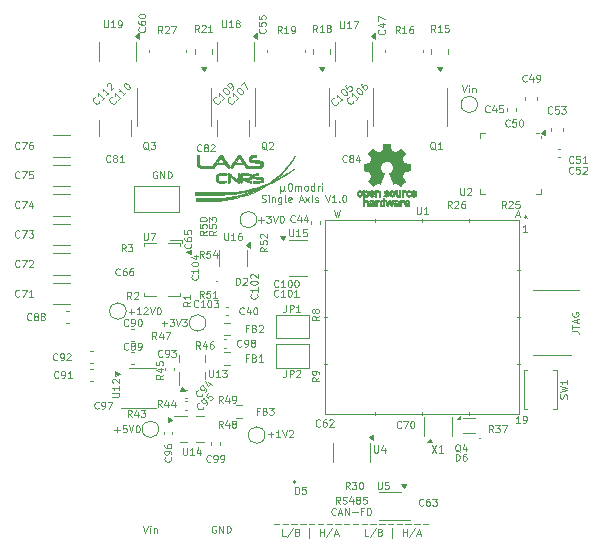
<source format=gto>
%TF.GenerationSoftware,KiCad,Pcbnew,8.0.9-8.0.9-0~ubuntu22.04.1*%
%TF.CreationDate,2025-03-07T16:39:04+01:00*%
%TF.ProjectId,omodri_sa_v2_laas,6f6d6f64-7269-45f7-9361-5f76325f6c61,1.0*%
%TF.SameCoordinates,Original*%
%TF.FileFunction,Legend,Top*%
%TF.FilePolarity,Positive*%
%FSLAX46Y46*%
G04 Gerber Fmt 4.6, Leading zero omitted, Abs format (unit mm)*
G04 Created by KiCad (PCBNEW 8.0.9-8.0.9-0~ubuntu22.04.1) date 2025-03-07 16:39:04*
%MOMM*%
%LPD*%
G01*
G04 APERTURE LIST*
%ADD10C,0.120000*%
%ADD11C,0.161600*%
G04 APERTURE END LIST*
D10*
X174671331Y-126200000D02*
X175099902Y-126200000D01*
X175099902Y-126200000D02*
X175185617Y-126228571D01*
X175185617Y-126228571D02*
X175242760Y-126285714D01*
X175242760Y-126285714D02*
X175271331Y-126371428D01*
X175271331Y-126371428D02*
X175271331Y-126428571D01*
X174671331Y-126000000D02*
X174671331Y-125657143D01*
X175271331Y-125828571D02*
X174671331Y-125828571D01*
X175099902Y-125485714D02*
X175099902Y-125200000D01*
X175271331Y-125542857D02*
X174671331Y-125342857D01*
X174671331Y-125342857D02*
X175271331Y-125142857D01*
X174699902Y-124628571D02*
X174671331Y-124685714D01*
X174671331Y-124685714D02*
X174671331Y-124771428D01*
X174671331Y-124771428D02*
X174699902Y-124857142D01*
X174699902Y-124857142D02*
X174757045Y-124914285D01*
X174757045Y-124914285D02*
X174814188Y-124942856D01*
X174814188Y-124942856D02*
X174928474Y-124971428D01*
X174928474Y-124971428D02*
X175014188Y-124971428D01*
X175014188Y-124971428D02*
X175128474Y-124942856D01*
X175128474Y-124942856D02*
X175185617Y-124914285D01*
X175185617Y-124914285D02*
X175242760Y-124857142D01*
X175242760Y-124857142D02*
X175271331Y-124771428D01*
X175271331Y-124771428D02*
X175271331Y-124714285D01*
X175271331Y-124714285D02*
X175242760Y-124628571D01*
X175242760Y-124628571D02*
X175214188Y-124599999D01*
X175214188Y-124599999D02*
X175014188Y-124599999D01*
X175014188Y-124599999D02*
X175014188Y-124714285D01*
X150442857Y-143521331D02*
X150157143Y-143521331D01*
X150157143Y-143521331D02*
X150157143Y-142921331D01*
X151071428Y-142892760D02*
X150557142Y-143664188D01*
X151471428Y-143207045D02*
X151557142Y-143235617D01*
X151557142Y-143235617D02*
X151585713Y-143264188D01*
X151585713Y-143264188D02*
X151614285Y-143321331D01*
X151614285Y-143321331D02*
X151614285Y-143407045D01*
X151614285Y-143407045D02*
X151585713Y-143464188D01*
X151585713Y-143464188D02*
X151557142Y-143492760D01*
X151557142Y-143492760D02*
X151499999Y-143521331D01*
X151499999Y-143521331D02*
X151271428Y-143521331D01*
X151271428Y-143521331D02*
X151271428Y-142921331D01*
X151271428Y-142921331D02*
X151471428Y-142921331D01*
X151471428Y-142921331D02*
X151528571Y-142949902D01*
X151528571Y-142949902D02*
X151557142Y-142978474D01*
X151557142Y-142978474D02*
X151585713Y-143035617D01*
X151585713Y-143035617D02*
X151585713Y-143092760D01*
X151585713Y-143092760D02*
X151557142Y-143149902D01*
X151557142Y-143149902D02*
X151528571Y-143178474D01*
X151528571Y-143178474D02*
X151471428Y-143207045D01*
X151471428Y-143207045D02*
X151271428Y-143207045D01*
X152471428Y-143721331D02*
X152471428Y-142864188D01*
X153357143Y-143521331D02*
X153357143Y-142921331D01*
X153357143Y-143207045D02*
X153700000Y-143207045D01*
X153700000Y-143521331D02*
X153700000Y-142921331D01*
X154414285Y-142892760D02*
X153899999Y-143664188D01*
X154585713Y-143349902D02*
X154871428Y-143349902D01*
X154528570Y-143521331D02*
X154728570Y-142921331D01*
X154728570Y-142921331D02*
X154928570Y-143521331D01*
X165385714Y-105371331D02*
X165585714Y-105971331D01*
X165585714Y-105971331D02*
X165785714Y-105371331D01*
X165985715Y-105971331D02*
X165985715Y-105571331D01*
X165985715Y-105371331D02*
X165957143Y-105399902D01*
X165957143Y-105399902D02*
X165985715Y-105428474D01*
X165985715Y-105428474D02*
X166014286Y-105399902D01*
X166014286Y-105399902D02*
X165985715Y-105371331D01*
X165985715Y-105371331D02*
X165985715Y-105428474D01*
X166271429Y-105571331D02*
X166271429Y-105971331D01*
X166271429Y-105628474D02*
X166300000Y-105599902D01*
X166300000Y-105599902D02*
X166357143Y-105571331D01*
X166357143Y-105571331D02*
X166442857Y-105571331D01*
X166442857Y-105571331D02*
X166500000Y-105599902D01*
X166500000Y-105599902D02*
X166528572Y-105657045D01*
X166528572Y-105657045D02*
X166528572Y-105971331D01*
X139942857Y-125542760D02*
X140400000Y-125542760D01*
X140171428Y-125771331D02*
X140171428Y-125314188D01*
X140628571Y-125171331D02*
X140999999Y-125171331D01*
X140999999Y-125171331D02*
X140799999Y-125399902D01*
X140799999Y-125399902D02*
X140885714Y-125399902D01*
X140885714Y-125399902D02*
X140942857Y-125428474D01*
X140942857Y-125428474D02*
X140971428Y-125457045D01*
X140971428Y-125457045D02*
X140999999Y-125514188D01*
X140999999Y-125514188D02*
X140999999Y-125657045D01*
X140999999Y-125657045D02*
X140971428Y-125714188D01*
X140971428Y-125714188D02*
X140942857Y-125742760D01*
X140942857Y-125742760D02*
X140885714Y-125771331D01*
X140885714Y-125771331D02*
X140714285Y-125771331D01*
X140714285Y-125771331D02*
X140657142Y-125742760D01*
X140657142Y-125742760D02*
X140628571Y-125714188D01*
X141171428Y-125171331D02*
X141371428Y-125771331D01*
X141371428Y-125771331D02*
X141571428Y-125171331D01*
X141714286Y-125171331D02*
X142085714Y-125171331D01*
X142085714Y-125171331D02*
X141885714Y-125399902D01*
X141885714Y-125399902D02*
X141971429Y-125399902D01*
X141971429Y-125399902D02*
X142028572Y-125428474D01*
X142028572Y-125428474D02*
X142057143Y-125457045D01*
X142057143Y-125457045D02*
X142085714Y-125514188D01*
X142085714Y-125514188D02*
X142085714Y-125657045D01*
X142085714Y-125657045D02*
X142057143Y-125714188D01*
X142057143Y-125714188D02*
X142028572Y-125742760D01*
X142028572Y-125742760D02*
X141971429Y-125771331D01*
X141971429Y-125771331D02*
X141800000Y-125771331D01*
X141800000Y-125771331D02*
X141742857Y-125742760D01*
X141742857Y-125742760D02*
X141714286Y-125714188D01*
X148142857Y-116792760D02*
X148600000Y-116792760D01*
X148371428Y-117021331D02*
X148371428Y-116564188D01*
X148828571Y-116421331D02*
X149199999Y-116421331D01*
X149199999Y-116421331D02*
X148999999Y-116649902D01*
X148999999Y-116649902D02*
X149085714Y-116649902D01*
X149085714Y-116649902D02*
X149142857Y-116678474D01*
X149142857Y-116678474D02*
X149171428Y-116707045D01*
X149171428Y-116707045D02*
X149199999Y-116764188D01*
X149199999Y-116764188D02*
X149199999Y-116907045D01*
X149199999Y-116907045D02*
X149171428Y-116964188D01*
X149171428Y-116964188D02*
X149142857Y-116992760D01*
X149142857Y-116992760D02*
X149085714Y-117021331D01*
X149085714Y-117021331D02*
X148914285Y-117021331D01*
X148914285Y-117021331D02*
X148857142Y-116992760D01*
X148857142Y-116992760D02*
X148828571Y-116964188D01*
X149371428Y-116421331D02*
X149571428Y-117021331D01*
X149571428Y-117021331D02*
X149771428Y-116421331D01*
X150085714Y-116421331D02*
X150142857Y-116421331D01*
X150142857Y-116421331D02*
X150200000Y-116449902D01*
X150200000Y-116449902D02*
X150228572Y-116478474D01*
X150228572Y-116478474D02*
X150257143Y-116535617D01*
X150257143Y-116535617D02*
X150285714Y-116649902D01*
X150285714Y-116649902D02*
X150285714Y-116792760D01*
X150285714Y-116792760D02*
X150257143Y-116907045D01*
X150257143Y-116907045D02*
X150228572Y-116964188D01*
X150228572Y-116964188D02*
X150200000Y-116992760D01*
X150200000Y-116992760D02*
X150142857Y-117021331D01*
X150142857Y-117021331D02*
X150085714Y-117021331D01*
X150085714Y-117021331D02*
X150028572Y-116992760D01*
X150028572Y-116992760D02*
X150000000Y-116964188D01*
X150000000Y-116964188D02*
X149971429Y-116907045D01*
X149971429Y-116907045D02*
X149942857Y-116792760D01*
X149942857Y-116792760D02*
X149942857Y-116649902D01*
X149942857Y-116649902D02*
X149971429Y-116535617D01*
X149971429Y-116535617D02*
X150000000Y-116478474D01*
X150000000Y-116478474D02*
X150028572Y-116449902D01*
X150028572Y-116449902D02*
X150085714Y-116421331D01*
X144542857Y-142699902D02*
X144485715Y-142671331D01*
X144485715Y-142671331D02*
X144400000Y-142671331D01*
X144400000Y-142671331D02*
X144314286Y-142699902D01*
X144314286Y-142699902D02*
X144257143Y-142757045D01*
X144257143Y-142757045D02*
X144228572Y-142814188D01*
X144228572Y-142814188D02*
X144200000Y-142928474D01*
X144200000Y-142928474D02*
X144200000Y-143014188D01*
X144200000Y-143014188D02*
X144228572Y-143128474D01*
X144228572Y-143128474D02*
X144257143Y-143185617D01*
X144257143Y-143185617D02*
X144314286Y-143242760D01*
X144314286Y-143242760D02*
X144400000Y-143271331D01*
X144400000Y-143271331D02*
X144457143Y-143271331D01*
X144457143Y-143271331D02*
X144542857Y-143242760D01*
X144542857Y-143242760D02*
X144571429Y-143214188D01*
X144571429Y-143214188D02*
X144571429Y-143014188D01*
X144571429Y-143014188D02*
X144457143Y-143014188D01*
X144828572Y-143271331D02*
X144828572Y-142671331D01*
X144828572Y-142671331D02*
X145171429Y-143271331D01*
X145171429Y-143271331D02*
X145171429Y-142671331D01*
X145457143Y-143271331D02*
X145457143Y-142671331D01*
X145457143Y-142671331D02*
X145600000Y-142671331D01*
X145600000Y-142671331D02*
X145685714Y-142699902D01*
X145685714Y-142699902D02*
X145742857Y-142757045D01*
X145742857Y-142757045D02*
X145771428Y-142814188D01*
X145771428Y-142814188D02*
X145800000Y-142928474D01*
X145800000Y-142928474D02*
X145800000Y-143014188D01*
X145800000Y-143014188D02*
X145771428Y-143128474D01*
X145771428Y-143128474D02*
X145742857Y-143185617D01*
X145742857Y-143185617D02*
X145685714Y-143242760D01*
X145685714Y-143242760D02*
X145600000Y-143271331D01*
X145600000Y-143271331D02*
X145457143Y-143271331D01*
X137157142Y-124542760D02*
X137614285Y-124542760D01*
X137385713Y-124771331D02*
X137385713Y-124314188D01*
X138214284Y-124771331D02*
X137871427Y-124771331D01*
X138042856Y-124771331D02*
X138042856Y-124171331D01*
X138042856Y-124171331D02*
X137985713Y-124257045D01*
X137985713Y-124257045D02*
X137928570Y-124314188D01*
X137928570Y-124314188D02*
X137871427Y-124342760D01*
X138442856Y-124228474D02*
X138471428Y-124199902D01*
X138471428Y-124199902D02*
X138528571Y-124171331D01*
X138528571Y-124171331D02*
X138671428Y-124171331D01*
X138671428Y-124171331D02*
X138728571Y-124199902D01*
X138728571Y-124199902D02*
X138757142Y-124228474D01*
X138757142Y-124228474D02*
X138785713Y-124285617D01*
X138785713Y-124285617D02*
X138785713Y-124342760D01*
X138785713Y-124342760D02*
X138757142Y-124428474D01*
X138757142Y-124428474D02*
X138414285Y-124771331D01*
X138414285Y-124771331D02*
X138785713Y-124771331D01*
X138957142Y-124171331D02*
X139157142Y-124771331D01*
X139157142Y-124771331D02*
X139357142Y-124171331D01*
X139671428Y-124171331D02*
X139728571Y-124171331D01*
X139728571Y-124171331D02*
X139785714Y-124199902D01*
X139785714Y-124199902D02*
X139814286Y-124228474D01*
X139814286Y-124228474D02*
X139842857Y-124285617D01*
X139842857Y-124285617D02*
X139871428Y-124399902D01*
X139871428Y-124399902D02*
X139871428Y-124542760D01*
X139871428Y-124542760D02*
X139842857Y-124657045D01*
X139842857Y-124657045D02*
X139814286Y-124714188D01*
X139814286Y-124714188D02*
X139785714Y-124742760D01*
X139785714Y-124742760D02*
X139728571Y-124771331D01*
X139728571Y-124771331D02*
X139671428Y-124771331D01*
X139671428Y-124771331D02*
X139614286Y-124742760D01*
X139614286Y-124742760D02*
X139585714Y-124714188D01*
X139585714Y-124714188D02*
X139557143Y-124657045D01*
X139557143Y-124657045D02*
X139528571Y-124542760D01*
X139528571Y-124542760D02*
X139528571Y-124399902D01*
X139528571Y-124399902D02*
X139557143Y-124285617D01*
X139557143Y-124285617D02*
X139585714Y-124228474D01*
X139585714Y-124228474D02*
X139614286Y-124199902D01*
X139614286Y-124199902D02*
X139671428Y-124171331D01*
X138385714Y-142671331D02*
X138585714Y-143271331D01*
X138585714Y-143271331D02*
X138785714Y-142671331D01*
X138985715Y-143271331D02*
X138985715Y-142871331D01*
X138985715Y-142671331D02*
X138957143Y-142699902D01*
X138957143Y-142699902D02*
X138985715Y-142728474D01*
X138985715Y-142728474D02*
X139014286Y-142699902D01*
X139014286Y-142699902D02*
X138985715Y-142671331D01*
X138985715Y-142671331D02*
X138985715Y-142728474D01*
X139271429Y-142871331D02*
X139271429Y-143271331D01*
X139271429Y-142928474D02*
X139300000Y-142899902D01*
X139300000Y-142899902D02*
X139357143Y-142871331D01*
X139357143Y-142871331D02*
X139442857Y-142871331D01*
X139442857Y-142871331D02*
X139500000Y-142899902D01*
X139500000Y-142899902D02*
X139528572Y-142957045D01*
X139528572Y-142957045D02*
X139528572Y-143271331D01*
X148942857Y-134942760D02*
X149400000Y-134942760D01*
X149171428Y-135171331D02*
X149171428Y-134714188D01*
X149999999Y-135171331D02*
X149657142Y-135171331D01*
X149828571Y-135171331D02*
X149828571Y-134571331D01*
X149828571Y-134571331D02*
X149771428Y-134657045D01*
X149771428Y-134657045D02*
X149714285Y-134714188D01*
X149714285Y-134714188D02*
X149657142Y-134742760D01*
X150171428Y-134571331D02*
X150371428Y-135171331D01*
X150371428Y-135171331D02*
X150571428Y-134571331D01*
X150742857Y-134628474D02*
X150771429Y-134599902D01*
X150771429Y-134599902D02*
X150828572Y-134571331D01*
X150828572Y-134571331D02*
X150971429Y-134571331D01*
X150971429Y-134571331D02*
X151028572Y-134599902D01*
X151028572Y-134599902D02*
X151057143Y-134628474D01*
X151057143Y-134628474D02*
X151085714Y-134685617D01*
X151085714Y-134685617D02*
X151085714Y-134742760D01*
X151085714Y-134742760D02*
X151057143Y-134828474D01*
X151057143Y-134828474D02*
X150714286Y-135171331D01*
X150714286Y-135171331D02*
X151085714Y-135171331D01*
X155042856Y-140805365D02*
X154842856Y-140519651D01*
X154699999Y-140805365D02*
X154699999Y-140205365D01*
X154699999Y-140205365D02*
X154928570Y-140205365D01*
X154928570Y-140205365D02*
X154985713Y-140233936D01*
X154985713Y-140233936D02*
X155014284Y-140262508D01*
X155014284Y-140262508D02*
X155042856Y-140319651D01*
X155042856Y-140319651D02*
X155042856Y-140405365D01*
X155042856Y-140405365D02*
X155014284Y-140462508D01*
X155014284Y-140462508D02*
X154985713Y-140491079D01*
X154985713Y-140491079D02*
X154928570Y-140519651D01*
X154928570Y-140519651D02*
X154699999Y-140519651D01*
X155271427Y-140776794D02*
X155357142Y-140805365D01*
X155357142Y-140805365D02*
X155499999Y-140805365D01*
X155499999Y-140805365D02*
X155557142Y-140776794D01*
X155557142Y-140776794D02*
X155585713Y-140748222D01*
X155585713Y-140748222D02*
X155614284Y-140691079D01*
X155614284Y-140691079D02*
X155614284Y-140633936D01*
X155614284Y-140633936D02*
X155585713Y-140576794D01*
X155585713Y-140576794D02*
X155557142Y-140548222D01*
X155557142Y-140548222D02*
X155499999Y-140519651D01*
X155499999Y-140519651D02*
X155385713Y-140491079D01*
X155385713Y-140491079D02*
X155328570Y-140462508D01*
X155328570Y-140462508D02*
X155299999Y-140433936D01*
X155299999Y-140433936D02*
X155271427Y-140376794D01*
X155271427Y-140376794D02*
X155271427Y-140319651D01*
X155271427Y-140319651D02*
X155299999Y-140262508D01*
X155299999Y-140262508D02*
X155328570Y-140233936D01*
X155328570Y-140233936D02*
X155385713Y-140205365D01*
X155385713Y-140205365D02*
X155528570Y-140205365D01*
X155528570Y-140205365D02*
X155614284Y-140233936D01*
X156128571Y-140405365D02*
X156128571Y-140805365D01*
X155985713Y-140176794D02*
X155842856Y-140605365D01*
X155842856Y-140605365D02*
X156214285Y-140605365D01*
X156528571Y-140462508D02*
X156471428Y-140433936D01*
X156471428Y-140433936D02*
X156442857Y-140405365D01*
X156442857Y-140405365D02*
X156414285Y-140348222D01*
X156414285Y-140348222D02*
X156414285Y-140319651D01*
X156414285Y-140319651D02*
X156442857Y-140262508D01*
X156442857Y-140262508D02*
X156471428Y-140233936D01*
X156471428Y-140233936D02*
X156528571Y-140205365D01*
X156528571Y-140205365D02*
X156642857Y-140205365D01*
X156642857Y-140205365D02*
X156700000Y-140233936D01*
X156700000Y-140233936D02*
X156728571Y-140262508D01*
X156728571Y-140262508D02*
X156757142Y-140319651D01*
X156757142Y-140319651D02*
X156757142Y-140348222D01*
X156757142Y-140348222D02*
X156728571Y-140405365D01*
X156728571Y-140405365D02*
X156700000Y-140433936D01*
X156700000Y-140433936D02*
X156642857Y-140462508D01*
X156642857Y-140462508D02*
X156528571Y-140462508D01*
X156528571Y-140462508D02*
X156471428Y-140491079D01*
X156471428Y-140491079D02*
X156442857Y-140519651D01*
X156442857Y-140519651D02*
X156414285Y-140576794D01*
X156414285Y-140576794D02*
X156414285Y-140691079D01*
X156414285Y-140691079D02*
X156442857Y-140748222D01*
X156442857Y-140748222D02*
X156471428Y-140776794D01*
X156471428Y-140776794D02*
X156528571Y-140805365D01*
X156528571Y-140805365D02*
X156642857Y-140805365D01*
X156642857Y-140805365D02*
X156700000Y-140776794D01*
X156700000Y-140776794D02*
X156728571Y-140748222D01*
X156728571Y-140748222D02*
X156757142Y-140691079D01*
X156757142Y-140691079D02*
X156757142Y-140576794D01*
X156757142Y-140576794D02*
X156728571Y-140519651D01*
X156728571Y-140519651D02*
X156700000Y-140491079D01*
X156700000Y-140491079D02*
X156642857Y-140462508D01*
X157300000Y-140205365D02*
X157014286Y-140205365D01*
X157014286Y-140205365D02*
X156985714Y-140491079D01*
X156985714Y-140491079D02*
X157014286Y-140462508D01*
X157014286Y-140462508D02*
X157071429Y-140433936D01*
X157071429Y-140433936D02*
X157214286Y-140433936D01*
X157214286Y-140433936D02*
X157271429Y-140462508D01*
X157271429Y-140462508D02*
X157300000Y-140491079D01*
X157300000Y-140491079D02*
X157328571Y-140548222D01*
X157328571Y-140548222D02*
X157328571Y-140691079D01*
X157328571Y-140691079D02*
X157300000Y-140748222D01*
X157300000Y-140748222D02*
X157271429Y-140776794D01*
X157271429Y-140776794D02*
X157214286Y-140805365D01*
X157214286Y-140805365D02*
X157071429Y-140805365D01*
X157071429Y-140805365D02*
X157014286Y-140776794D01*
X157014286Y-140776794D02*
X156985714Y-140748222D01*
X154685714Y-141714188D02*
X154657142Y-141742760D01*
X154657142Y-141742760D02*
X154571428Y-141771331D01*
X154571428Y-141771331D02*
X154514285Y-141771331D01*
X154514285Y-141771331D02*
X154428571Y-141742760D01*
X154428571Y-141742760D02*
X154371428Y-141685617D01*
X154371428Y-141685617D02*
X154342857Y-141628474D01*
X154342857Y-141628474D02*
X154314285Y-141514188D01*
X154314285Y-141514188D02*
X154314285Y-141428474D01*
X154314285Y-141428474D02*
X154342857Y-141314188D01*
X154342857Y-141314188D02*
X154371428Y-141257045D01*
X154371428Y-141257045D02*
X154428571Y-141199902D01*
X154428571Y-141199902D02*
X154514285Y-141171331D01*
X154514285Y-141171331D02*
X154571428Y-141171331D01*
X154571428Y-141171331D02*
X154657142Y-141199902D01*
X154657142Y-141199902D02*
X154685714Y-141228474D01*
X154914285Y-141599902D02*
X155200000Y-141599902D01*
X154857142Y-141771331D02*
X155057142Y-141171331D01*
X155057142Y-141171331D02*
X155257142Y-141771331D01*
X155457143Y-141771331D02*
X155457143Y-141171331D01*
X155457143Y-141171331D02*
X155800000Y-141771331D01*
X155800000Y-141771331D02*
X155800000Y-141171331D01*
X156085714Y-141542760D02*
X156542857Y-141542760D01*
X157028571Y-141457045D02*
X156828571Y-141457045D01*
X156828571Y-141771331D02*
X156828571Y-141171331D01*
X156828571Y-141171331D02*
X157114285Y-141171331D01*
X157342857Y-141771331D02*
X157342857Y-141171331D01*
X157342857Y-141171331D02*
X157485714Y-141171331D01*
X157485714Y-141171331D02*
X157571428Y-141199902D01*
X157571428Y-141199902D02*
X157628571Y-141257045D01*
X157628571Y-141257045D02*
X157657142Y-141314188D01*
X157657142Y-141314188D02*
X157685714Y-141428474D01*
X157685714Y-141428474D02*
X157685714Y-141514188D01*
X157685714Y-141514188D02*
X157657142Y-141628474D01*
X157657142Y-141628474D02*
X157628571Y-141685617D01*
X157628571Y-141685617D02*
X157571428Y-141742760D01*
X157571428Y-141742760D02*
X157485714Y-141771331D01*
X157485714Y-141771331D02*
X157342857Y-141771331D01*
X149457144Y-142508726D02*
X149914287Y-142508726D01*
X150200001Y-142508726D02*
X150657144Y-142508726D01*
X150942858Y-142508726D02*
X151400001Y-142508726D01*
X151685715Y-142508726D02*
X152142858Y-142508726D01*
X152428572Y-142508726D02*
X152885715Y-142508726D01*
X153171429Y-142508726D02*
X153628572Y-142508726D01*
X153914286Y-142508726D02*
X154371429Y-142508726D01*
X154657143Y-142508726D02*
X155114286Y-142508726D01*
X155400000Y-142508726D02*
X155857143Y-142508726D01*
X156142857Y-142508726D02*
X156600000Y-142508726D01*
X156885714Y-142508726D02*
X157342857Y-142508726D01*
X157628571Y-142508726D02*
X158085714Y-142508726D01*
X158371428Y-142508726D02*
X158828571Y-142508726D01*
X159114285Y-142508726D02*
X159571428Y-142508726D01*
X159857142Y-142508726D02*
X160314285Y-142508726D01*
X160599999Y-142508726D02*
X161057142Y-142508726D01*
X161342856Y-142508726D02*
X161799999Y-142508726D01*
X162085713Y-142508726D02*
X162542856Y-142508726D01*
X135942857Y-134542760D02*
X136400000Y-134542760D01*
X136171428Y-134771331D02*
X136171428Y-134314188D01*
X136971428Y-134171331D02*
X136685714Y-134171331D01*
X136685714Y-134171331D02*
X136657142Y-134457045D01*
X136657142Y-134457045D02*
X136685714Y-134428474D01*
X136685714Y-134428474D02*
X136742857Y-134399902D01*
X136742857Y-134399902D02*
X136885714Y-134399902D01*
X136885714Y-134399902D02*
X136942857Y-134428474D01*
X136942857Y-134428474D02*
X136971428Y-134457045D01*
X136971428Y-134457045D02*
X136999999Y-134514188D01*
X136999999Y-134514188D02*
X136999999Y-134657045D01*
X136999999Y-134657045D02*
X136971428Y-134714188D01*
X136971428Y-134714188D02*
X136942857Y-134742760D01*
X136942857Y-134742760D02*
X136885714Y-134771331D01*
X136885714Y-134771331D02*
X136742857Y-134771331D01*
X136742857Y-134771331D02*
X136685714Y-134742760D01*
X136685714Y-134742760D02*
X136657142Y-134714188D01*
X137171428Y-134171331D02*
X137371428Y-134771331D01*
X137371428Y-134771331D02*
X137571428Y-134171331D01*
X137885714Y-134171331D02*
X137942857Y-134171331D01*
X137942857Y-134171331D02*
X138000000Y-134199902D01*
X138000000Y-134199902D02*
X138028572Y-134228474D01*
X138028572Y-134228474D02*
X138057143Y-134285617D01*
X138057143Y-134285617D02*
X138085714Y-134399902D01*
X138085714Y-134399902D02*
X138085714Y-134542760D01*
X138085714Y-134542760D02*
X138057143Y-134657045D01*
X138057143Y-134657045D02*
X138028572Y-134714188D01*
X138028572Y-134714188D02*
X138000000Y-134742760D01*
X138000000Y-134742760D02*
X137942857Y-134771331D01*
X137942857Y-134771331D02*
X137885714Y-134771331D01*
X137885714Y-134771331D02*
X137828572Y-134742760D01*
X137828572Y-134742760D02*
X137800000Y-134714188D01*
X137800000Y-134714188D02*
X137771429Y-134657045D01*
X137771429Y-134657045D02*
X137742857Y-134542760D01*
X137742857Y-134542760D02*
X137742857Y-134399902D01*
X137742857Y-134399902D02*
X137771429Y-134285617D01*
X137771429Y-134285617D02*
X137800000Y-134228474D01*
X137800000Y-134228474D02*
X137828572Y-134199902D01*
X137828572Y-134199902D02*
X137885714Y-134171331D01*
X139542857Y-112699902D02*
X139485715Y-112671331D01*
X139485715Y-112671331D02*
X139400000Y-112671331D01*
X139400000Y-112671331D02*
X139314286Y-112699902D01*
X139314286Y-112699902D02*
X139257143Y-112757045D01*
X139257143Y-112757045D02*
X139228572Y-112814188D01*
X139228572Y-112814188D02*
X139200000Y-112928474D01*
X139200000Y-112928474D02*
X139200000Y-113014188D01*
X139200000Y-113014188D02*
X139228572Y-113128474D01*
X139228572Y-113128474D02*
X139257143Y-113185617D01*
X139257143Y-113185617D02*
X139314286Y-113242760D01*
X139314286Y-113242760D02*
X139400000Y-113271331D01*
X139400000Y-113271331D02*
X139457143Y-113271331D01*
X139457143Y-113271331D02*
X139542857Y-113242760D01*
X139542857Y-113242760D02*
X139571429Y-113214188D01*
X139571429Y-113214188D02*
X139571429Y-113014188D01*
X139571429Y-113014188D02*
X139457143Y-113014188D01*
X139828572Y-113271331D02*
X139828572Y-112671331D01*
X139828572Y-112671331D02*
X140171429Y-113271331D01*
X140171429Y-113271331D02*
X140171429Y-112671331D01*
X140457143Y-113271331D02*
X140457143Y-112671331D01*
X140457143Y-112671331D02*
X140600000Y-112671331D01*
X140600000Y-112671331D02*
X140685714Y-112699902D01*
X140685714Y-112699902D02*
X140742857Y-112757045D01*
X140742857Y-112757045D02*
X140771428Y-112814188D01*
X140771428Y-112814188D02*
X140800000Y-112928474D01*
X140800000Y-112928474D02*
X140800000Y-113014188D01*
X140800000Y-113014188D02*
X140771428Y-113128474D01*
X140771428Y-113128474D02*
X140742857Y-113185617D01*
X140742857Y-113185617D02*
X140685714Y-113242760D01*
X140685714Y-113242760D02*
X140600000Y-113271331D01*
X140600000Y-113271331D02*
X140457143Y-113271331D01*
X150014286Y-113888348D02*
X150014286Y-114488348D01*
X150300000Y-114202634D02*
X150328571Y-114259777D01*
X150328571Y-114259777D02*
X150385714Y-114288348D01*
X150014286Y-114202634D02*
X150042857Y-114259777D01*
X150042857Y-114259777D02*
X150100000Y-114288348D01*
X150100000Y-114288348D02*
X150214286Y-114288348D01*
X150214286Y-114288348D02*
X150271429Y-114259777D01*
X150271429Y-114259777D02*
X150300000Y-114202634D01*
X150300000Y-114202634D02*
X150300000Y-113888348D01*
X150757142Y-113688348D02*
X150871428Y-113688348D01*
X150871428Y-113688348D02*
X150928571Y-113716919D01*
X150928571Y-113716919D02*
X150985714Y-113774062D01*
X150985714Y-113774062D02*
X151014285Y-113888348D01*
X151014285Y-113888348D02*
X151014285Y-114088348D01*
X151014285Y-114088348D02*
X150985714Y-114202634D01*
X150985714Y-114202634D02*
X150928571Y-114259777D01*
X150928571Y-114259777D02*
X150871428Y-114288348D01*
X150871428Y-114288348D02*
X150757142Y-114288348D01*
X150757142Y-114288348D02*
X150700000Y-114259777D01*
X150700000Y-114259777D02*
X150642857Y-114202634D01*
X150642857Y-114202634D02*
X150614285Y-114088348D01*
X150614285Y-114088348D02*
X150614285Y-113888348D01*
X150614285Y-113888348D02*
X150642857Y-113774062D01*
X150642857Y-113774062D02*
X150700000Y-113716919D01*
X150700000Y-113716919D02*
X150757142Y-113688348D01*
X151271428Y-114288348D02*
X151271428Y-113888348D01*
X151271428Y-113945491D02*
X151299999Y-113916919D01*
X151299999Y-113916919D02*
X151357142Y-113888348D01*
X151357142Y-113888348D02*
X151442856Y-113888348D01*
X151442856Y-113888348D02*
X151499999Y-113916919D01*
X151499999Y-113916919D02*
X151528571Y-113974062D01*
X151528571Y-113974062D02*
X151528571Y-114288348D01*
X151528571Y-113974062D02*
X151557142Y-113916919D01*
X151557142Y-113916919D02*
X151614285Y-113888348D01*
X151614285Y-113888348D02*
X151699999Y-113888348D01*
X151699999Y-113888348D02*
X151757142Y-113916919D01*
X151757142Y-113916919D02*
X151785713Y-113974062D01*
X151785713Y-113974062D02*
X151785713Y-114288348D01*
X152157142Y-114288348D02*
X152099999Y-114259777D01*
X152099999Y-114259777D02*
X152071428Y-114231205D01*
X152071428Y-114231205D02*
X152042856Y-114174062D01*
X152042856Y-114174062D02*
X152042856Y-114002634D01*
X152042856Y-114002634D02*
X152071428Y-113945491D01*
X152071428Y-113945491D02*
X152099999Y-113916919D01*
X152099999Y-113916919D02*
X152157142Y-113888348D01*
X152157142Y-113888348D02*
X152242856Y-113888348D01*
X152242856Y-113888348D02*
X152299999Y-113916919D01*
X152299999Y-113916919D02*
X152328571Y-113945491D01*
X152328571Y-113945491D02*
X152357142Y-114002634D01*
X152357142Y-114002634D02*
X152357142Y-114174062D01*
X152357142Y-114174062D02*
X152328571Y-114231205D01*
X152328571Y-114231205D02*
X152299999Y-114259777D01*
X152299999Y-114259777D02*
X152242856Y-114288348D01*
X152242856Y-114288348D02*
X152157142Y-114288348D01*
X152871428Y-114288348D02*
X152871428Y-113688348D01*
X152871428Y-114259777D02*
X152814285Y-114288348D01*
X152814285Y-114288348D02*
X152699999Y-114288348D01*
X152699999Y-114288348D02*
X152642856Y-114259777D01*
X152642856Y-114259777D02*
X152614285Y-114231205D01*
X152614285Y-114231205D02*
X152585713Y-114174062D01*
X152585713Y-114174062D02*
X152585713Y-114002634D01*
X152585713Y-114002634D02*
X152614285Y-113945491D01*
X152614285Y-113945491D02*
X152642856Y-113916919D01*
X152642856Y-113916919D02*
X152699999Y-113888348D01*
X152699999Y-113888348D02*
X152814285Y-113888348D01*
X152814285Y-113888348D02*
X152871428Y-113916919D01*
X153157142Y-114288348D02*
X153157142Y-113888348D01*
X153157142Y-114002634D02*
X153185713Y-113945491D01*
X153185713Y-113945491D02*
X153214285Y-113916919D01*
X153214285Y-113916919D02*
X153271427Y-113888348D01*
X153271427Y-113888348D02*
X153328570Y-113888348D01*
X153528571Y-114288348D02*
X153528571Y-113888348D01*
X153528571Y-113688348D02*
X153499999Y-113716919D01*
X153499999Y-113716919D02*
X153528571Y-113745491D01*
X153528571Y-113745491D02*
X153557142Y-113716919D01*
X153557142Y-113716919D02*
X153528571Y-113688348D01*
X153528571Y-113688348D02*
X153528571Y-113745491D01*
X148414285Y-115225743D02*
X148500000Y-115254314D01*
X148500000Y-115254314D02*
X148642857Y-115254314D01*
X148642857Y-115254314D02*
X148700000Y-115225743D01*
X148700000Y-115225743D02*
X148728571Y-115197171D01*
X148728571Y-115197171D02*
X148757142Y-115140028D01*
X148757142Y-115140028D02*
X148757142Y-115082885D01*
X148757142Y-115082885D02*
X148728571Y-115025743D01*
X148728571Y-115025743D02*
X148700000Y-114997171D01*
X148700000Y-114997171D02*
X148642857Y-114968600D01*
X148642857Y-114968600D02*
X148528571Y-114940028D01*
X148528571Y-114940028D02*
X148471428Y-114911457D01*
X148471428Y-114911457D02*
X148442857Y-114882885D01*
X148442857Y-114882885D02*
X148414285Y-114825743D01*
X148414285Y-114825743D02*
X148414285Y-114768600D01*
X148414285Y-114768600D02*
X148442857Y-114711457D01*
X148442857Y-114711457D02*
X148471428Y-114682885D01*
X148471428Y-114682885D02*
X148528571Y-114654314D01*
X148528571Y-114654314D02*
X148671428Y-114654314D01*
X148671428Y-114654314D02*
X148757142Y-114682885D01*
X149014286Y-115254314D02*
X149014286Y-114854314D01*
X149014286Y-114654314D02*
X148985714Y-114682885D01*
X148985714Y-114682885D02*
X149014286Y-114711457D01*
X149014286Y-114711457D02*
X149042857Y-114682885D01*
X149042857Y-114682885D02*
X149014286Y-114654314D01*
X149014286Y-114654314D02*
X149014286Y-114711457D01*
X149300000Y-114854314D02*
X149300000Y-115254314D01*
X149300000Y-114911457D02*
X149328571Y-114882885D01*
X149328571Y-114882885D02*
X149385714Y-114854314D01*
X149385714Y-114854314D02*
X149471428Y-114854314D01*
X149471428Y-114854314D02*
X149528571Y-114882885D01*
X149528571Y-114882885D02*
X149557143Y-114940028D01*
X149557143Y-114940028D02*
X149557143Y-115254314D01*
X150100000Y-114854314D02*
X150100000Y-115340028D01*
X150100000Y-115340028D02*
X150071428Y-115397171D01*
X150071428Y-115397171D02*
X150042857Y-115425743D01*
X150042857Y-115425743D02*
X149985714Y-115454314D01*
X149985714Y-115454314D02*
X149900000Y-115454314D01*
X149900000Y-115454314D02*
X149842857Y-115425743D01*
X150100000Y-115225743D02*
X150042857Y-115254314D01*
X150042857Y-115254314D02*
X149928571Y-115254314D01*
X149928571Y-115254314D02*
X149871428Y-115225743D01*
X149871428Y-115225743D02*
X149842857Y-115197171D01*
X149842857Y-115197171D02*
X149814285Y-115140028D01*
X149814285Y-115140028D02*
X149814285Y-114968600D01*
X149814285Y-114968600D02*
X149842857Y-114911457D01*
X149842857Y-114911457D02*
X149871428Y-114882885D01*
X149871428Y-114882885D02*
X149928571Y-114854314D01*
X149928571Y-114854314D02*
X150042857Y-114854314D01*
X150042857Y-114854314D02*
X150100000Y-114882885D01*
X150471428Y-115254314D02*
X150414285Y-115225743D01*
X150414285Y-115225743D02*
X150385714Y-115168600D01*
X150385714Y-115168600D02*
X150385714Y-114654314D01*
X150928571Y-115225743D02*
X150871428Y-115254314D01*
X150871428Y-115254314D02*
X150757143Y-115254314D01*
X150757143Y-115254314D02*
X150700000Y-115225743D01*
X150700000Y-115225743D02*
X150671428Y-115168600D01*
X150671428Y-115168600D02*
X150671428Y-114940028D01*
X150671428Y-114940028D02*
X150700000Y-114882885D01*
X150700000Y-114882885D02*
X150757143Y-114854314D01*
X150757143Y-114854314D02*
X150871428Y-114854314D01*
X150871428Y-114854314D02*
X150928571Y-114882885D01*
X150928571Y-114882885D02*
X150957143Y-114940028D01*
X150957143Y-114940028D02*
X150957143Y-114997171D01*
X150957143Y-114997171D02*
X150671428Y-115054314D01*
X151642857Y-115082885D02*
X151928572Y-115082885D01*
X151585714Y-115254314D02*
X151785714Y-114654314D01*
X151785714Y-114654314D02*
X151985714Y-115254314D01*
X152128572Y-115254314D02*
X152442858Y-114854314D01*
X152128572Y-114854314D02*
X152442858Y-115254314D01*
X152671429Y-115254314D02*
X152671429Y-114854314D01*
X152671429Y-114654314D02*
X152642857Y-114682885D01*
X152642857Y-114682885D02*
X152671429Y-114711457D01*
X152671429Y-114711457D02*
X152700000Y-114682885D01*
X152700000Y-114682885D02*
X152671429Y-114654314D01*
X152671429Y-114654314D02*
X152671429Y-114711457D01*
X152928571Y-115225743D02*
X152985714Y-115254314D01*
X152985714Y-115254314D02*
X153100000Y-115254314D01*
X153100000Y-115254314D02*
X153157143Y-115225743D01*
X153157143Y-115225743D02*
X153185714Y-115168600D01*
X153185714Y-115168600D02*
X153185714Y-115140028D01*
X153185714Y-115140028D02*
X153157143Y-115082885D01*
X153157143Y-115082885D02*
X153100000Y-115054314D01*
X153100000Y-115054314D02*
X153014286Y-115054314D01*
X153014286Y-115054314D02*
X152957143Y-115025743D01*
X152957143Y-115025743D02*
X152928571Y-114968600D01*
X152928571Y-114968600D02*
X152928571Y-114940028D01*
X152928571Y-114940028D02*
X152957143Y-114882885D01*
X152957143Y-114882885D02*
X153014286Y-114854314D01*
X153014286Y-114854314D02*
X153100000Y-114854314D01*
X153100000Y-114854314D02*
X153157143Y-114882885D01*
X153814285Y-114654314D02*
X154014285Y-115254314D01*
X154014285Y-115254314D02*
X154214285Y-114654314D01*
X154728571Y-115254314D02*
X154385714Y-115254314D01*
X154557143Y-115254314D02*
X154557143Y-114654314D01*
X154557143Y-114654314D02*
X154500000Y-114740028D01*
X154500000Y-114740028D02*
X154442857Y-114797171D01*
X154442857Y-114797171D02*
X154385714Y-114825743D01*
X154985715Y-115197171D02*
X155014286Y-115225743D01*
X155014286Y-115225743D02*
X154985715Y-115254314D01*
X154985715Y-115254314D02*
X154957143Y-115225743D01*
X154957143Y-115225743D02*
X154985715Y-115197171D01*
X154985715Y-115197171D02*
X154985715Y-115254314D01*
X155385714Y-114654314D02*
X155442857Y-114654314D01*
X155442857Y-114654314D02*
X155500000Y-114682885D01*
X155500000Y-114682885D02*
X155528572Y-114711457D01*
X155528572Y-114711457D02*
X155557143Y-114768600D01*
X155557143Y-114768600D02*
X155585714Y-114882885D01*
X155585714Y-114882885D02*
X155585714Y-115025743D01*
X155585714Y-115025743D02*
X155557143Y-115140028D01*
X155557143Y-115140028D02*
X155528572Y-115197171D01*
X155528572Y-115197171D02*
X155500000Y-115225743D01*
X155500000Y-115225743D02*
X155442857Y-115254314D01*
X155442857Y-115254314D02*
X155385714Y-115254314D01*
X155385714Y-115254314D02*
X155328572Y-115225743D01*
X155328572Y-115225743D02*
X155300000Y-115197171D01*
X155300000Y-115197171D02*
X155271429Y-115140028D01*
X155271429Y-115140028D02*
X155242857Y-115025743D01*
X155242857Y-115025743D02*
X155242857Y-114882885D01*
X155242857Y-114882885D02*
X155271429Y-114768600D01*
X155271429Y-114768600D02*
X155300000Y-114711457D01*
X155300000Y-114711457D02*
X155328572Y-114682885D01*
X155328572Y-114682885D02*
X155385714Y-114654314D01*
X157442857Y-143521331D02*
X157157143Y-143521331D01*
X157157143Y-143521331D02*
X157157143Y-142921331D01*
X158071428Y-142892760D02*
X157557142Y-143664188D01*
X158471428Y-143207045D02*
X158557142Y-143235617D01*
X158557142Y-143235617D02*
X158585713Y-143264188D01*
X158585713Y-143264188D02*
X158614285Y-143321331D01*
X158614285Y-143321331D02*
X158614285Y-143407045D01*
X158614285Y-143407045D02*
X158585713Y-143464188D01*
X158585713Y-143464188D02*
X158557142Y-143492760D01*
X158557142Y-143492760D02*
X158499999Y-143521331D01*
X158499999Y-143521331D02*
X158271428Y-143521331D01*
X158271428Y-143521331D02*
X158271428Y-142921331D01*
X158271428Y-142921331D02*
X158471428Y-142921331D01*
X158471428Y-142921331D02*
X158528571Y-142949902D01*
X158528571Y-142949902D02*
X158557142Y-142978474D01*
X158557142Y-142978474D02*
X158585713Y-143035617D01*
X158585713Y-143035617D02*
X158585713Y-143092760D01*
X158585713Y-143092760D02*
X158557142Y-143149902D01*
X158557142Y-143149902D02*
X158528571Y-143178474D01*
X158528571Y-143178474D02*
X158471428Y-143207045D01*
X158471428Y-143207045D02*
X158271428Y-143207045D01*
X159471428Y-143721331D02*
X159471428Y-142864188D01*
X160357143Y-143521331D02*
X160357143Y-142921331D01*
X160357143Y-143207045D02*
X160700000Y-143207045D01*
X160700000Y-143521331D02*
X160700000Y-142921331D01*
X161414285Y-142892760D02*
X160899999Y-143664188D01*
X161585713Y-143349902D02*
X161871428Y-143349902D01*
X161528570Y-143521331D02*
X161728570Y-142921331D01*
X161728570Y-142921331D02*
X161928570Y-143521331D01*
X174814285Y-111914188D02*
X174785713Y-111942760D01*
X174785713Y-111942760D02*
X174699999Y-111971331D01*
X174699999Y-111971331D02*
X174642856Y-111971331D01*
X174642856Y-111971331D02*
X174557142Y-111942760D01*
X174557142Y-111942760D02*
X174499999Y-111885617D01*
X174499999Y-111885617D02*
X174471428Y-111828474D01*
X174471428Y-111828474D02*
X174442856Y-111714188D01*
X174442856Y-111714188D02*
X174442856Y-111628474D01*
X174442856Y-111628474D02*
X174471428Y-111514188D01*
X174471428Y-111514188D02*
X174499999Y-111457045D01*
X174499999Y-111457045D02*
X174557142Y-111399902D01*
X174557142Y-111399902D02*
X174642856Y-111371331D01*
X174642856Y-111371331D02*
X174699999Y-111371331D01*
X174699999Y-111371331D02*
X174785713Y-111399902D01*
X174785713Y-111399902D02*
X174814285Y-111428474D01*
X175357142Y-111371331D02*
X175071428Y-111371331D01*
X175071428Y-111371331D02*
X175042856Y-111657045D01*
X175042856Y-111657045D02*
X175071428Y-111628474D01*
X175071428Y-111628474D02*
X175128571Y-111599902D01*
X175128571Y-111599902D02*
X175271428Y-111599902D01*
X175271428Y-111599902D02*
X175328571Y-111628474D01*
X175328571Y-111628474D02*
X175357142Y-111657045D01*
X175357142Y-111657045D02*
X175385713Y-111714188D01*
X175385713Y-111714188D02*
X175385713Y-111857045D01*
X175385713Y-111857045D02*
X175357142Y-111914188D01*
X175357142Y-111914188D02*
X175328571Y-111942760D01*
X175328571Y-111942760D02*
X175271428Y-111971331D01*
X175271428Y-111971331D02*
X175128571Y-111971331D01*
X175128571Y-111971331D02*
X175071428Y-111942760D01*
X175071428Y-111942760D02*
X175042856Y-111914188D01*
X175957142Y-111971331D02*
X175614285Y-111971331D01*
X175785714Y-111971331D02*
X175785714Y-111371331D01*
X175785714Y-111371331D02*
X175728571Y-111457045D01*
X175728571Y-111457045D02*
X175671428Y-111514188D01*
X175671428Y-111514188D02*
X175614285Y-111542760D01*
X169414285Y-108814188D02*
X169385713Y-108842760D01*
X169385713Y-108842760D02*
X169299999Y-108871331D01*
X169299999Y-108871331D02*
X169242856Y-108871331D01*
X169242856Y-108871331D02*
X169157142Y-108842760D01*
X169157142Y-108842760D02*
X169099999Y-108785617D01*
X169099999Y-108785617D02*
X169071428Y-108728474D01*
X169071428Y-108728474D02*
X169042856Y-108614188D01*
X169042856Y-108614188D02*
X169042856Y-108528474D01*
X169042856Y-108528474D02*
X169071428Y-108414188D01*
X169071428Y-108414188D02*
X169099999Y-108357045D01*
X169099999Y-108357045D02*
X169157142Y-108299902D01*
X169157142Y-108299902D02*
X169242856Y-108271331D01*
X169242856Y-108271331D02*
X169299999Y-108271331D01*
X169299999Y-108271331D02*
X169385713Y-108299902D01*
X169385713Y-108299902D02*
X169414285Y-108328474D01*
X169957142Y-108271331D02*
X169671428Y-108271331D01*
X169671428Y-108271331D02*
X169642856Y-108557045D01*
X169642856Y-108557045D02*
X169671428Y-108528474D01*
X169671428Y-108528474D02*
X169728571Y-108499902D01*
X169728571Y-108499902D02*
X169871428Y-108499902D01*
X169871428Y-108499902D02*
X169928571Y-108528474D01*
X169928571Y-108528474D02*
X169957142Y-108557045D01*
X169957142Y-108557045D02*
X169985713Y-108614188D01*
X169985713Y-108614188D02*
X169985713Y-108757045D01*
X169985713Y-108757045D02*
X169957142Y-108814188D01*
X169957142Y-108814188D02*
X169928571Y-108842760D01*
X169928571Y-108842760D02*
X169871428Y-108871331D01*
X169871428Y-108871331D02*
X169728571Y-108871331D01*
X169728571Y-108871331D02*
X169671428Y-108842760D01*
X169671428Y-108842760D02*
X169642856Y-108814188D01*
X170357142Y-108271331D02*
X170414285Y-108271331D01*
X170414285Y-108271331D02*
X170471428Y-108299902D01*
X170471428Y-108299902D02*
X170500000Y-108328474D01*
X170500000Y-108328474D02*
X170528571Y-108385617D01*
X170528571Y-108385617D02*
X170557142Y-108499902D01*
X170557142Y-108499902D02*
X170557142Y-108642760D01*
X170557142Y-108642760D02*
X170528571Y-108757045D01*
X170528571Y-108757045D02*
X170500000Y-108814188D01*
X170500000Y-108814188D02*
X170471428Y-108842760D01*
X170471428Y-108842760D02*
X170414285Y-108871331D01*
X170414285Y-108871331D02*
X170357142Y-108871331D01*
X170357142Y-108871331D02*
X170300000Y-108842760D01*
X170300000Y-108842760D02*
X170271428Y-108814188D01*
X170271428Y-108814188D02*
X170242857Y-108757045D01*
X170242857Y-108757045D02*
X170214285Y-108642760D01*
X170214285Y-108642760D02*
X170214285Y-108499902D01*
X170214285Y-108499902D02*
X170242857Y-108385617D01*
X170242857Y-108385617D02*
X170271428Y-108328474D01*
X170271428Y-108328474D02*
X170300000Y-108299902D01*
X170300000Y-108299902D02*
X170357142Y-108271331D01*
X143314285Y-110914188D02*
X143285713Y-110942760D01*
X143285713Y-110942760D02*
X143199999Y-110971331D01*
X143199999Y-110971331D02*
X143142856Y-110971331D01*
X143142856Y-110971331D02*
X143057142Y-110942760D01*
X143057142Y-110942760D02*
X142999999Y-110885617D01*
X142999999Y-110885617D02*
X142971428Y-110828474D01*
X142971428Y-110828474D02*
X142942856Y-110714188D01*
X142942856Y-110714188D02*
X142942856Y-110628474D01*
X142942856Y-110628474D02*
X142971428Y-110514188D01*
X142971428Y-110514188D02*
X142999999Y-110457045D01*
X142999999Y-110457045D02*
X143057142Y-110399902D01*
X143057142Y-110399902D02*
X143142856Y-110371331D01*
X143142856Y-110371331D02*
X143199999Y-110371331D01*
X143199999Y-110371331D02*
X143285713Y-110399902D01*
X143285713Y-110399902D02*
X143314285Y-110428474D01*
X143657142Y-110628474D02*
X143599999Y-110599902D01*
X143599999Y-110599902D02*
X143571428Y-110571331D01*
X143571428Y-110571331D02*
X143542856Y-110514188D01*
X143542856Y-110514188D02*
X143542856Y-110485617D01*
X143542856Y-110485617D02*
X143571428Y-110428474D01*
X143571428Y-110428474D02*
X143599999Y-110399902D01*
X143599999Y-110399902D02*
X143657142Y-110371331D01*
X143657142Y-110371331D02*
X143771428Y-110371331D01*
X143771428Y-110371331D02*
X143828571Y-110399902D01*
X143828571Y-110399902D02*
X143857142Y-110428474D01*
X143857142Y-110428474D02*
X143885713Y-110485617D01*
X143885713Y-110485617D02*
X143885713Y-110514188D01*
X143885713Y-110514188D02*
X143857142Y-110571331D01*
X143857142Y-110571331D02*
X143828571Y-110599902D01*
X143828571Y-110599902D02*
X143771428Y-110628474D01*
X143771428Y-110628474D02*
X143657142Y-110628474D01*
X143657142Y-110628474D02*
X143599999Y-110657045D01*
X143599999Y-110657045D02*
X143571428Y-110685617D01*
X143571428Y-110685617D02*
X143542856Y-110742760D01*
X143542856Y-110742760D02*
X143542856Y-110857045D01*
X143542856Y-110857045D02*
X143571428Y-110914188D01*
X143571428Y-110914188D02*
X143599999Y-110942760D01*
X143599999Y-110942760D02*
X143657142Y-110971331D01*
X143657142Y-110971331D02*
X143771428Y-110971331D01*
X143771428Y-110971331D02*
X143828571Y-110942760D01*
X143828571Y-110942760D02*
X143857142Y-110914188D01*
X143857142Y-110914188D02*
X143885713Y-110857045D01*
X143885713Y-110857045D02*
X143885713Y-110742760D01*
X143885713Y-110742760D02*
X143857142Y-110685617D01*
X143857142Y-110685617D02*
X143828571Y-110657045D01*
X143828571Y-110657045D02*
X143771428Y-110628474D01*
X144114285Y-110428474D02*
X144142857Y-110399902D01*
X144142857Y-110399902D02*
X144200000Y-110371331D01*
X144200000Y-110371331D02*
X144342857Y-110371331D01*
X144342857Y-110371331D02*
X144400000Y-110399902D01*
X144400000Y-110399902D02*
X144428571Y-110428474D01*
X144428571Y-110428474D02*
X144457142Y-110485617D01*
X144457142Y-110485617D02*
X144457142Y-110542760D01*
X144457142Y-110542760D02*
X144428571Y-110628474D01*
X144428571Y-110628474D02*
X144085714Y-110971331D01*
X144085714Y-110971331D02*
X144457142Y-110971331D01*
X127914285Y-110714188D02*
X127885713Y-110742760D01*
X127885713Y-110742760D02*
X127799999Y-110771331D01*
X127799999Y-110771331D02*
X127742856Y-110771331D01*
X127742856Y-110771331D02*
X127657142Y-110742760D01*
X127657142Y-110742760D02*
X127599999Y-110685617D01*
X127599999Y-110685617D02*
X127571428Y-110628474D01*
X127571428Y-110628474D02*
X127542856Y-110514188D01*
X127542856Y-110514188D02*
X127542856Y-110428474D01*
X127542856Y-110428474D02*
X127571428Y-110314188D01*
X127571428Y-110314188D02*
X127599999Y-110257045D01*
X127599999Y-110257045D02*
X127657142Y-110199902D01*
X127657142Y-110199902D02*
X127742856Y-110171331D01*
X127742856Y-110171331D02*
X127799999Y-110171331D01*
X127799999Y-110171331D02*
X127885713Y-110199902D01*
X127885713Y-110199902D02*
X127914285Y-110228474D01*
X128114285Y-110171331D02*
X128514285Y-110171331D01*
X128514285Y-110171331D02*
X128257142Y-110771331D01*
X129000000Y-110171331D02*
X128885714Y-110171331D01*
X128885714Y-110171331D02*
X128828571Y-110199902D01*
X128828571Y-110199902D02*
X128800000Y-110228474D01*
X128800000Y-110228474D02*
X128742857Y-110314188D01*
X128742857Y-110314188D02*
X128714285Y-110428474D01*
X128714285Y-110428474D02*
X128714285Y-110657045D01*
X128714285Y-110657045D02*
X128742857Y-110714188D01*
X128742857Y-110714188D02*
X128771428Y-110742760D01*
X128771428Y-110742760D02*
X128828571Y-110771331D01*
X128828571Y-110771331D02*
X128942857Y-110771331D01*
X128942857Y-110771331D02*
X129000000Y-110742760D01*
X129000000Y-110742760D02*
X129028571Y-110714188D01*
X129028571Y-110714188D02*
X129057142Y-110657045D01*
X129057142Y-110657045D02*
X129057142Y-110514188D01*
X129057142Y-110514188D02*
X129028571Y-110457045D01*
X129028571Y-110457045D02*
X129000000Y-110428474D01*
X129000000Y-110428474D02*
X128942857Y-110399902D01*
X128942857Y-110399902D02*
X128828571Y-110399902D01*
X128828571Y-110399902D02*
X128771428Y-110428474D01*
X128771428Y-110428474D02*
X128742857Y-110457045D01*
X128742857Y-110457045D02*
X128714285Y-110514188D01*
X173014285Y-107714188D02*
X172985713Y-107742760D01*
X172985713Y-107742760D02*
X172899999Y-107771331D01*
X172899999Y-107771331D02*
X172842856Y-107771331D01*
X172842856Y-107771331D02*
X172757142Y-107742760D01*
X172757142Y-107742760D02*
X172699999Y-107685617D01*
X172699999Y-107685617D02*
X172671428Y-107628474D01*
X172671428Y-107628474D02*
X172642856Y-107514188D01*
X172642856Y-107514188D02*
X172642856Y-107428474D01*
X172642856Y-107428474D02*
X172671428Y-107314188D01*
X172671428Y-107314188D02*
X172699999Y-107257045D01*
X172699999Y-107257045D02*
X172757142Y-107199902D01*
X172757142Y-107199902D02*
X172842856Y-107171331D01*
X172842856Y-107171331D02*
X172899999Y-107171331D01*
X172899999Y-107171331D02*
X172985713Y-107199902D01*
X172985713Y-107199902D02*
X173014285Y-107228474D01*
X173557142Y-107171331D02*
X173271428Y-107171331D01*
X173271428Y-107171331D02*
X173242856Y-107457045D01*
X173242856Y-107457045D02*
X173271428Y-107428474D01*
X173271428Y-107428474D02*
X173328571Y-107399902D01*
X173328571Y-107399902D02*
X173471428Y-107399902D01*
X173471428Y-107399902D02*
X173528571Y-107428474D01*
X173528571Y-107428474D02*
X173557142Y-107457045D01*
X173557142Y-107457045D02*
X173585713Y-107514188D01*
X173585713Y-107514188D02*
X173585713Y-107657045D01*
X173585713Y-107657045D02*
X173557142Y-107714188D01*
X173557142Y-107714188D02*
X173528571Y-107742760D01*
X173528571Y-107742760D02*
X173471428Y-107771331D01*
X173471428Y-107771331D02*
X173328571Y-107771331D01*
X173328571Y-107771331D02*
X173271428Y-107742760D01*
X173271428Y-107742760D02*
X173242856Y-107714188D01*
X173785714Y-107171331D02*
X174157142Y-107171331D01*
X174157142Y-107171331D02*
X173957142Y-107399902D01*
X173957142Y-107399902D02*
X174042857Y-107399902D01*
X174042857Y-107399902D02*
X174100000Y-107428474D01*
X174100000Y-107428474D02*
X174128571Y-107457045D01*
X174128571Y-107457045D02*
X174157142Y-107514188D01*
X174157142Y-107514188D02*
X174157142Y-107657045D01*
X174157142Y-107657045D02*
X174128571Y-107714188D01*
X174128571Y-107714188D02*
X174100000Y-107742760D01*
X174100000Y-107742760D02*
X174042857Y-107771331D01*
X174042857Y-107771331D02*
X173871428Y-107771331D01*
X173871428Y-107771331D02*
X173814285Y-107742760D01*
X173814285Y-107742760D02*
X173785714Y-107714188D01*
X174814285Y-112814188D02*
X174785713Y-112842760D01*
X174785713Y-112842760D02*
X174699999Y-112871331D01*
X174699999Y-112871331D02*
X174642856Y-112871331D01*
X174642856Y-112871331D02*
X174557142Y-112842760D01*
X174557142Y-112842760D02*
X174499999Y-112785617D01*
X174499999Y-112785617D02*
X174471428Y-112728474D01*
X174471428Y-112728474D02*
X174442856Y-112614188D01*
X174442856Y-112614188D02*
X174442856Y-112528474D01*
X174442856Y-112528474D02*
X174471428Y-112414188D01*
X174471428Y-112414188D02*
X174499999Y-112357045D01*
X174499999Y-112357045D02*
X174557142Y-112299902D01*
X174557142Y-112299902D02*
X174642856Y-112271331D01*
X174642856Y-112271331D02*
X174699999Y-112271331D01*
X174699999Y-112271331D02*
X174785713Y-112299902D01*
X174785713Y-112299902D02*
X174814285Y-112328474D01*
X175357142Y-112271331D02*
X175071428Y-112271331D01*
X175071428Y-112271331D02*
X175042856Y-112557045D01*
X175042856Y-112557045D02*
X175071428Y-112528474D01*
X175071428Y-112528474D02*
X175128571Y-112499902D01*
X175128571Y-112499902D02*
X175271428Y-112499902D01*
X175271428Y-112499902D02*
X175328571Y-112528474D01*
X175328571Y-112528474D02*
X175357142Y-112557045D01*
X175357142Y-112557045D02*
X175385713Y-112614188D01*
X175385713Y-112614188D02*
X175385713Y-112757045D01*
X175385713Y-112757045D02*
X175357142Y-112814188D01*
X175357142Y-112814188D02*
X175328571Y-112842760D01*
X175328571Y-112842760D02*
X175271428Y-112871331D01*
X175271428Y-112871331D02*
X175128571Y-112871331D01*
X175128571Y-112871331D02*
X175071428Y-112842760D01*
X175071428Y-112842760D02*
X175042856Y-112814188D01*
X175614285Y-112328474D02*
X175642857Y-112299902D01*
X175642857Y-112299902D02*
X175700000Y-112271331D01*
X175700000Y-112271331D02*
X175842857Y-112271331D01*
X175842857Y-112271331D02*
X175900000Y-112299902D01*
X175900000Y-112299902D02*
X175928571Y-112328474D01*
X175928571Y-112328474D02*
X175957142Y-112385617D01*
X175957142Y-112385617D02*
X175957142Y-112442760D01*
X175957142Y-112442760D02*
X175928571Y-112528474D01*
X175928571Y-112528474D02*
X175585714Y-112871331D01*
X175585714Y-112871331D02*
X175957142Y-112871331D01*
X127914285Y-123214188D02*
X127885713Y-123242760D01*
X127885713Y-123242760D02*
X127799999Y-123271331D01*
X127799999Y-123271331D02*
X127742856Y-123271331D01*
X127742856Y-123271331D02*
X127657142Y-123242760D01*
X127657142Y-123242760D02*
X127599999Y-123185617D01*
X127599999Y-123185617D02*
X127571428Y-123128474D01*
X127571428Y-123128474D02*
X127542856Y-123014188D01*
X127542856Y-123014188D02*
X127542856Y-122928474D01*
X127542856Y-122928474D02*
X127571428Y-122814188D01*
X127571428Y-122814188D02*
X127599999Y-122757045D01*
X127599999Y-122757045D02*
X127657142Y-122699902D01*
X127657142Y-122699902D02*
X127742856Y-122671331D01*
X127742856Y-122671331D02*
X127799999Y-122671331D01*
X127799999Y-122671331D02*
X127885713Y-122699902D01*
X127885713Y-122699902D02*
X127914285Y-122728474D01*
X128114285Y-122671331D02*
X128514285Y-122671331D01*
X128514285Y-122671331D02*
X128257142Y-123271331D01*
X129057142Y-123271331D02*
X128714285Y-123271331D01*
X128885714Y-123271331D02*
X128885714Y-122671331D01*
X128885714Y-122671331D02*
X128828571Y-122757045D01*
X128828571Y-122757045D02*
X128771428Y-122814188D01*
X128771428Y-122814188D02*
X128714285Y-122842760D01*
X136414285Y-121414188D02*
X136385713Y-121442760D01*
X136385713Y-121442760D02*
X136299999Y-121471331D01*
X136299999Y-121471331D02*
X136242856Y-121471331D01*
X136242856Y-121471331D02*
X136157142Y-121442760D01*
X136157142Y-121442760D02*
X136099999Y-121385617D01*
X136099999Y-121385617D02*
X136071428Y-121328474D01*
X136071428Y-121328474D02*
X136042856Y-121214188D01*
X136042856Y-121214188D02*
X136042856Y-121128474D01*
X136042856Y-121128474D02*
X136071428Y-121014188D01*
X136071428Y-121014188D02*
X136099999Y-120957045D01*
X136099999Y-120957045D02*
X136157142Y-120899902D01*
X136157142Y-120899902D02*
X136242856Y-120871331D01*
X136242856Y-120871331D02*
X136299999Y-120871331D01*
X136299999Y-120871331D02*
X136385713Y-120899902D01*
X136385713Y-120899902D02*
X136414285Y-120928474D01*
X136928571Y-120871331D02*
X136814285Y-120871331D01*
X136814285Y-120871331D02*
X136757142Y-120899902D01*
X136757142Y-120899902D02*
X136728571Y-120928474D01*
X136728571Y-120928474D02*
X136671428Y-121014188D01*
X136671428Y-121014188D02*
X136642856Y-121128474D01*
X136642856Y-121128474D02*
X136642856Y-121357045D01*
X136642856Y-121357045D02*
X136671428Y-121414188D01*
X136671428Y-121414188D02*
X136699999Y-121442760D01*
X136699999Y-121442760D02*
X136757142Y-121471331D01*
X136757142Y-121471331D02*
X136871428Y-121471331D01*
X136871428Y-121471331D02*
X136928571Y-121442760D01*
X136928571Y-121442760D02*
X136957142Y-121414188D01*
X136957142Y-121414188D02*
X136985713Y-121357045D01*
X136985713Y-121357045D02*
X136985713Y-121214188D01*
X136985713Y-121214188D02*
X136957142Y-121157045D01*
X136957142Y-121157045D02*
X136928571Y-121128474D01*
X136928571Y-121128474D02*
X136871428Y-121099902D01*
X136871428Y-121099902D02*
X136757142Y-121099902D01*
X136757142Y-121099902D02*
X136699999Y-121128474D01*
X136699999Y-121128474D02*
X136671428Y-121157045D01*
X136671428Y-121157045D02*
X136642856Y-121214188D01*
X137500000Y-120871331D02*
X137385714Y-120871331D01*
X137385714Y-120871331D02*
X137328571Y-120899902D01*
X137328571Y-120899902D02*
X137300000Y-120928474D01*
X137300000Y-120928474D02*
X137242857Y-121014188D01*
X137242857Y-121014188D02*
X137214285Y-121128474D01*
X137214285Y-121128474D02*
X137214285Y-121357045D01*
X137214285Y-121357045D02*
X137242857Y-121414188D01*
X137242857Y-121414188D02*
X137271428Y-121442760D01*
X137271428Y-121442760D02*
X137328571Y-121471331D01*
X137328571Y-121471331D02*
X137442857Y-121471331D01*
X137442857Y-121471331D02*
X137500000Y-121442760D01*
X137500000Y-121442760D02*
X137528571Y-121414188D01*
X137528571Y-121414188D02*
X137557142Y-121357045D01*
X137557142Y-121357045D02*
X137557142Y-121214188D01*
X137557142Y-121214188D02*
X137528571Y-121157045D01*
X137528571Y-121157045D02*
X137500000Y-121128474D01*
X137500000Y-121128474D02*
X137442857Y-121099902D01*
X137442857Y-121099902D02*
X137328571Y-121099902D01*
X137328571Y-121099902D02*
X137271428Y-121128474D01*
X137271428Y-121128474D02*
X137242857Y-121157045D01*
X137242857Y-121157045D02*
X137214285Y-121214188D01*
X148714188Y-100585714D02*
X148742760Y-100614286D01*
X148742760Y-100614286D02*
X148771331Y-100700000D01*
X148771331Y-100700000D02*
X148771331Y-100757143D01*
X148771331Y-100757143D02*
X148742760Y-100842857D01*
X148742760Y-100842857D02*
X148685617Y-100900000D01*
X148685617Y-100900000D02*
X148628474Y-100928571D01*
X148628474Y-100928571D02*
X148514188Y-100957143D01*
X148514188Y-100957143D02*
X148428474Y-100957143D01*
X148428474Y-100957143D02*
X148314188Y-100928571D01*
X148314188Y-100928571D02*
X148257045Y-100900000D01*
X148257045Y-100900000D02*
X148199902Y-100842857D01*
X148199902Y-100842857D02*
X148171331Y-100757143D01*
X148171331Y-100757143D02*
X148171331Y-100700000D01*
X148171331Y-100700000D02*
X148199902Y-100614286D01*
X148199902Y-100614286D02*
X148228474Y-100585714D01*
X148171331Y-100042857D02*
X148171331Y-100328571D01*
X148171331Y-100328571D02*
X148457045Y-100357143D01*
X148457045Y-100357143D02*
X148428474Y-100328571D01*
X148428474Y-100328571D02*
X148399902Y-100271429D01*
X148399902Y-100271429D02*
X148399902Y-100128571D01*
X148399902Y-100128571D02*
X148428474Y-100071429D01*
X148428474Y-100071429D02*
X148457045Y-100042857D01*
X148457045Y-100042857D02*
X148514188Y-100014286D01*
X148514188Y-100014286D02*
X148657045Y-100014286D01*
X148657045Y-100014286D02*
X148714188Y-100042857D01*
X148714188Y-100042857D02*
X148742760Y-100071429D01*
X148742760Y-100071429D02*
X148771331Y-100128571D01*
X148771331Y-100128571D02*
X148771331Y-100271429D01*
X148771331Y-100271429D02*
X148742760Y-100328571D01*
X148742760Y-100328571D02*
X148714188Y-100357143D01*
X148171331Y-99471428D02*
X148171331Y-99757142D01*
X148171331Y-99757142D02*
X148457045Y-99785714D01*
X148457045Y-99785714D02*
X148428474Y-99757142D01*
X148428474Y-99757142D02*
X148399902Y-99700000D01*
X148399902Y-99700000D02*
X148399902Y-99557142D01*
X148399902Y-99557142D02*
X148428474Y-99500000D01*
X148428474Y-99500000D02*
X148457045Y-99471428D01*
X148457045Y-99471428D02*
X148514188Y-99442857D01*
X148514188Y-99442857D02*
X148657045Y-99442857D01*
X148657045Y-99442857D02*
X148714188Y-99471428D01*
X148714188Y-99471428D02*
X148742760Y-99500000D01*
X148742760Y-99500000D02*
X148771331Y-99557142D01*
X148771331Y-99557142D02*
X148771331Y-99700000D01*
X148771331Y-99700000D02*
X148742760Y-99757142D01*
X148742760Y-99757142D02*
X148714188Y-99785714D01*
X148200000Y-132957045D02*
X148000000Y-132957045D01*
X148000000Y-133271331D02*
X148000000Y-132671331D01*
X148000000Y-132671331D02*
X148285714Y-132671331D01*
X148714286Y-132957045D02*
X148800000Y-132985617D01*
X148800000Y-132985617D02*
X148828571Y-133014188D01*
X148828571Y-133014188D02*
X148857143Y-133071331D01*
X148857143Y-133071331D02*
X148857143Y-133157045D01*
X148857143Y-133157045D02*
X148828571Y-133214188D01*
X148828571Y-133214188D02*
X148800000Y-133242760D01*
X148800000Y-133242760D02*
X148742857Y-133271331D01*
X148742857Y-133271331D02*
X148514286Y-133271331D01*
X148514286Y-133271331D02*
X148514286Y-132671331D01*
X148514286Y-132671331D02*
X148714286Y-132671331D01*
X148714286Y-132671331D02*
X148771429Y-132699902D01*
X148771429Y-132699902D02*
X148800000Y-132728474D01*
X148800000Y-132728474D02*
X148828571Y-132785617D01*
X148828571Y-132785617D02*
X148828571Y-132842760D01*
X148828571Y-132842760D02*
X148800000Y-132899902D01*
X148800000Y-132899902D02*
X148771429Y-132928474D01*
X148771429Y-132928474D02*
X148714286Y-132957045D01*
X148714286Y-132957045D02*
X148514286Y-132957045D01*
X149057143Y-132671331D02*
X149428571Y-132671331D01*
X149428571Y-132671331D02*
X149228571Y-132899902D01*
X149228571Y-132899902D02*
X149314286Y-132899902D01*
X149314286Y-132899902D02*
X149371429Y-132928474D01*
X149371429Y-132928474D02*
X149400000Y-132957045D01*
X149400000Y-132957045D02*
X149428571Y-133014188D01*
X149428571Y-133014188D02*
X149428571Y-133157045D01*
X149428571Y-133157045D02*
X149400000Y-133214188D01*
X149400000Y-133214188D02*
X149371429Y-133242760D01*
X149371429Y-133242760D02*
X149314286Y-133271331D01*
X149314286Y-133271331D02*
X149142857Y-133271331D01*
X149142857Y-133271331D02*
X149085714Y-133242760D01*
X149085714Y-133242760D02*
X149057143Y-133214188D01*
X142396331Y-123699999D02*
X142110617Y-123899999D01*
X142396331Y-124042856D02*
X141796331Y-124042856D01*
X141796331Y-124042856D02*
X141796331Y-123814285D01*
X141796331Y-123814285D02*
X141824902Y-123757142D01*
X141824902Y-123757142D02*
X141853474Y-123728571D01*
X141853474Y-123728571D02*
X141910617Y-123699999D01*
X141910617Y-123699999D02*
X141996331Y-123699999D01*
X141996331Y-123699999D02*
X142053474Y-123728571D01*
X142053474Y-123728571D02*
X142082045Y-123757142D01*
X142082045Y-123757142D02*
X142110617Y-123814285D01*
X142110617Y-123814285D02*
X142110617Y-124042856D01*
X142396331Y-123128571D02*
X142396331Y-123471428D01*
X142396331Y-123299999D02*
X141796331Y-123299999D01*
X141796331Y-123299999D02*
X141882045Y-123357142D01*
X141882045Y-123357142D02*
X141939188Y-123414285D01*
X141939188Y-123414285D02*
X141967760Y-123471428D01*
X143957143Y-129471331D02*
X143957143Y-129957045D01*
X143957143Y-129957045D02*
X143985714Y-130014188D01*
X143985714Y-130014188D02*
X144014286Y-130042760D01*
X144014286Y-130042760D02*
X144071428Y-130071331D01*
X144071428Y-130071331D02*
X144185714Y-130071331D01*
X144185714Y-130071331D02*
X144242857Y-130042760D01*
X144242857Y-130042760D02*
X144271428Y-130014188D01*
X144271428Y-130014188D02*
X144300000Y-129957045D01*
X144300000Y-129957045D02*
X144300000Y-129471331D01*
X144899999Y-130071331D02*
X144557142Y-130071331D01*
X144728571Y-130071331D02*
X144728571Y-129471331D01*
X144728571Y-129471331D02*
X144671428Y-129557045D01*
X144671428Y-129557045D02*
X144614285Y-129614188D01*
X144614285Y-129614188D02*
X144557142Y-129642760D01*
X145100000Y-129471331D02*
X145471428Y-129471331D01*
X145471428Y-129471331D02*
X145271428Y-129699902D01*
X145271428Y-129699902D02*
X145357143Y-129699902D01*
X145357143Y-129699902D02*
X145414286Y-129728474D01*
X145414286Y-129728474D02*
X145442857Y-129757045D01*
X145442857Y-129757045D02*
X145471428Y-129814188D01*
X145471428Y-129814188D02*
X145471428Y-129957045D01*
X145471428Y-129957045D02*
X145442857Y-130014188D01*
X145442857Y-130014188D02*
X145414286Y-130042760D01*
X145414286Y-130042760D02*
X145357143Y-130071331D01*
X145357143Y-130071331D02*
X145185714Y-130071331D01*
X145185714Y-130071331D02*
X145128571Y-130042760D01*
X145128571Y-130042760D02*
X145100000Y-130014188D01*
X140014285Y-100971331D02*
X139814285Y-100685617D01*
X139671428Y-100971331D02*
X139671428Y-100371331D01*
X139671428Y-100371331D02*
X139899999Y-100371331D01*
X139899999Y-100371331D02*
X139957142Y-100399902D01*
X139957142Y-100399902D02*
X139985713Y-100428474D01*
X139985713Y-100428474D02*
X140014285Y-100485617D01*
X140014285Y-100485617D02*
X140014285Y-100571331D01*
X140014285Y-100571331D02*
X139985713Y-100628474D01*
X139985713Y-100628474D02*
X139957142Y-100657045D01*
X139957142Y-100657045D02*
X139899999Y-100685617D01*
X139899999Y-100685617D02*
X139671428Y-100685617D01*
X140242856Y-100428474D02*
X140271428Y-100399902D01*
X140271428Y-100399902D02*
X140328571Y-100371331D01*
X140328571Y-100371331D02*
X140471428Y-100371331D01*
X140471428Y-100371331D02*
X140528571Y-100399902D01*
X140528571Y-100399902D02*
X140557142Y-100428474D01*
X140557142Y-100428474D02*
X140585713Y-100485617D01*
X140585713Y-100485617D02*
X140585713Y-100542760D01*
X140585713Y-100542760D02*
X140557142Y-100628474D01*
X140557142Y-100628474D02*
X140214285Y-100971331D01*
X140214285Y-100971331D02*
X140585713Y-100971331D01*
X140785714Y-100371331D02*
X141185714Y-100371331D01*
X141185714Y-100371331D02*
X140928571Y-100971331D01*
X158242857Y-138971331D02*
X158242857Y-139457045D01*
X158242857Y-139457045D02*
X158271428Y-139514188D01*
X158271428Y-139514188D02*
X158300000Y-139542760D01*
X158300000Y-139542760D02*
X158357142Y-139571331D01*
X158357142Y-139571331D02*
X158471428Y-139571331D01*
X158471428Y-139571331D02*
X158528571Y-139542760D01*
X158528571Y-139542760D02*
X158557142Y-139514188D01*
X158557142Y-139514188D02*
X158585714Y-139457045D01*
X158585714Y-139457045D02*
X158585714Y-138971331D01*
X159157142Y-138971331D02*
X158871428Y-138971331D01*
X158871428Y-138971331D02*
X158842856Y-139257045D01*
X158842856Y-139257045D02*
X158871428Y-139228474D01*
X158871428Y-139228474D02*
X158928571Y-139199902D01*
X158928571Y-139199902D02*
X159071428Y-139199902D01*
X159071428Y-139199902D02*
X159128571Y-139228474D01*
X159128571Y-139228474D02*
X159157142Y-139257045D01*
X159157142Y-139257045D02*
X159185713Y-139314188D01*
X159185713Y-139314188D02*
X159185713Y-139457045D01*
X159185713Y-139457045D02*
X159157142Y-139514188D01*
X159157142Y-139514188D02*
X159128571Y-139542760D01*
X159128571Y-139542760D02*
X159071428Y-139571331D01*
X159071428Y-139571331D02*
X158928571Y-139571331D01*
X158928571Y-139571331D02*
X158871428Y-139542760D01*
X158871428Y-139542760D02*
X158842856Y-139514188D01*
X169114285Y-115771331D02*
X168914285Y-115485617D01*
X168771428Y-115771331D02*
X168771428Y-115171331D01*
X168771428Y-115171331D02*
X168999999Y-115171331D01*
X168999999Y-115171331D02*
X169057142Y-115199902D01*
X169057142Y-115199902D02*
X169085713Y-115228474D01*
X169085713Y-115228474D02*
X169114285Y-115285617D01*
X169114285Y-115285617D02*
X169114285Y-115371331D01*
X169114285Y-115371331D02*
X169085713Y-115428474D01*
X169085713Y-115428474D02*
X169057142Y-115457045D01*
X169057142Y-115457045D02*
X168999999Y-115485617D01*
X168999999Y-115485617D02*
X168771428Y-115485617D01*
X169342856Y-115228474D02*
X169371428Y-115199902D01*
X169371428Y-115199902D02*
X169428571Y-115171331D01*
X169428571Y-115171331D02*
X169571428Y-115171331D01*
X169571428Y-115171331D02*
X169628571Y-115199902D01*
X169628571Y-115199902D02*
X169657142Y-115228474D01*
X169657142Y-115228474D02*
X169685713Y-115285617D01*
X169685713Y-115285617D02*
X169685713Y-115342760D01*
X169685713Y-115342760D02*
X169657142Y-115428474D01*
X169657142Y-115428474D02*
X169314285Y-115771331D01*
X169314285Y-115771331D02*
X169685713Y-115771331D01*
X170228571Y-115171331D02*
X169942857Y-115171331D01*
X169942857Y-115171331D02*
X169914285Y-115457045D01*
X169914285Y-115457045D02*
X169942857Y-115428474D01*
X169942857Y-115428474D02*
X170000000Y-115399902D01*
X170000000Y-115399902D02*
X170142857Y-115399902D01*
X170142857Y-115399902D02*
X170200000Y-115428474D01*
X170200000Y-115428474D02*
X170228571Y-115457045D01*
X170228571Y-115457045D02*
X170257142Y-115514188D01*
X170257142Y-115514188D02*
X170257142Y-115657045D01*
X170257142Y-115657045D02*
X170228571Y-115714188D01*
X170228571Y-115714188D02*
X170200000Y-115742760D01*
X170200000Y-115742760D02*
X170142857Y-115771331D01*
X170142857Y-115771331D02*
X170000000Y-115771331D01*
X170000000Y-115771331D02*
X169942857Y-115742760D01*
X169942857Y-115742760D02*
X169914285Y-115714188D01*
X163142857Y-110828474D02*
X163085714Y-110799902D01*
X163085714Y-110799902D02*
X163028571Y-110742760D01*
X163028571Y-110742760D02*
X162942857Y-110657045D01*
X162942857Y-110657045D02*
X162885714Y-110628474D01*
X162885714Y-110628474D02*
X162828571Y-110628474D01*
X162857142Y-110771331D02*
X162800000Y-110742760D01*
X162800000Y-110742760D02*
X162742857Y-110685617D01*
X162742857Y-110685617D02*
X162714285Y-110571331D01*
X162714285Y-110571331D02*
X162714285Y-110371331D01*
X162714285Y-110371331D02*
X162742857Y-110257045D01*
X162742857Y-110257045D02*
X162800000Y-110199902D01*
X162800000Y-110199902D02*
X162857142Y-110171331D01*
X162857142Y-110171331D02*
X162971428Y-110171331D01*
X162971428Y-110171331D02*
X163028571Y-110199902D01*
X163028571Y-110199902D02*
X163085714Y-110257045D01*
X163085714Y-110257045D02*
X163114285Y-110371331D01*
X163114285Y-110371331D02*
X163114285Y-110571331D01*
X163114285Y-110571331D02*
X163085714Y-110685617D01*
X163085714Y-110685617D02*
X163028571Y-110742760D01*
X163028571Y-110742760D02*
X162971428Y-110771331D01*
X162971428Y-110771331D02*
X162857142Y-110771331D01*
X163685713Y-110771331D02*
X163342856Y-110771331D01*
X163514285Y-110771331D02*
X163514285Y-110171331D01*
X163514285Y-110171331D02*
X163457142Y-110257045D01*
X163457142Y-110257045D02*
X163399999Y-110314188D01*
X163399999Y-110314188D02*
X163342856Y-110342760D01*
X137414285Y-133471331D02*
X137214285Y-133185617D01*
X137071428Y-133471331D02*
X137071428Y-132871331D01*
X137071428Y-132871331D02*
X137299999Y-132871331D01*
X137299999Y-132871331D02*
X137357142Y-132899902D01*
X137357142Y-132899902D02*
X137385713Y-132928474D01*
X137385713Y-132928474D02*
X137414285Y-132985617D01*
X137414285Y-132985617D02*
X137414285Y-133071331D01*
X137414285Y-133071331D02*
X137385713Y-133128474D01*
X137385713Y-133128474D02*
X137357142Y-133157045D01*
X137357142Y-133157045D02*
X137299999Y-133185617D01*
X137299999Y-133185617D02*
X137071428Y-133185617D01*
X137928571Y-133071331D02*
X137928571Y-133471331D01*
X137785713Y-132842760D02*
X137642856Y-133271331D01*
X137642856Y-133271331D02*
X138014285Y-133271331D01*
X138185714Y-132871331D02*
X138557142Y-132871331D01*
X138557142Y-132871331D02*
X138357142Y-133099902D01*
X138357142Y-133099902D02*
X138442857Y-133099902D01*
X138442857Y-133099902D02*
X138500000Y-133128474D01*
X138500000Y-133128474D02*
X138528571Y-133157045D01*
X138528571Y-133157045D02*
X138557142Y-133214188D01*
X138557142Y-133214188D02*
X138557142Y-133357045D01*
X138557142Y-133357045D02*
X138528571Y-133414188D01*
X138528571Y-133414188D02*
X138500000Y-133442760D01*
X138500000Y-133442760D02*
X138442857Y-133471331D01*
X138442857Y-133471331D02*
X138271428Y-133471331D01*
X138271428Y-133471331D02*
X138214285Y-133442760D01*
X138214285Y-133442760D02*
X138185714Y-133414188D01*
X139964285Y-132621331D02*
X139764285Y-132335617D01*
X139621428Y-132621331D02*
X139621428Y-132021331D01*
X139621428Y-132021331D02*
X139849999Y-132021331D01*
X139849999Y-132021331D02*
X139907142Y-132049902D01*
X139907142Y-132049902D02*
X139935713Y-132078474D01*
X139935713Y-132078474D02*
X139964285Y-132135617D01*
X139964285Y-132135617D02*
X139964285Y-132221331D01*
X139964285Y-132221331D02*
X139935713Y-132278474D01*
X139935713Y-132278474D02*
X139907142Y-132307045D01*
X139907142Y-132307045D02*
X139849999Y-132335617D01*
X139849999Y-132335617D02*
X139621428Y-132335617D01*
X140478571Y-132221331D02*
X140478571Y-132621331D01*
X140335713Y-131992760D02*
X140192856Y-132421331D01*
X140192856Y-132421331D02*
X140564285Y-132421331D01*
X141050000Y-132221331D02*
X141050000Y-132621331D01*
X140907142Y-131992760D02*
X140764285Y-132421331D01*
X140764285Y-132421331D02*
X141135714Y-132421331D01*
X163114285Y-100871331D02*
X162914285Y-100585617D01*
X162771428Y-100871331D02*
X162771428Y-100271331D01*
X162771428Y-100271331D02*
X162999999Y-100271331D01*
X162999999Y-100271331D02*
X163057142Y-100299902D01*
X163057142Y-100299902D02*
X163085713Y-100328474D01*
X163085713Y-100328474D02*
X163114285Y-100385617D01*
X163114285Y-100385617D02*
X163114285Y-100471331D01*
X163114285Y-100471331D02*
X163085713Y-100528474D01*
X163085713Y-100528474D02*
X163057142Y-100557045D01*
X163057142Y-100557045D02*
X162999999Y-100585617D01*
X162999999Y-100585617D02*
X162771428Y-100585617D01*
X163685713Y-100871331D02*
X163342856Y-100871331D01*
X163514285Y-100871331D02*
X163514285Y-100271331D01*
X163514285Y-100271331D02*
X163457142Y-100357045D01*
X163457142Y-100357045D02*
X163399999Y-100414188D01*
X163399999Y-100414188D02*
X163342856Y-100442760D01*
X164228571Y-100271331D02*
X163942857Y-100271331D01*
X163942857Y-100271331D02*
X163914285Y-100557045D01*
X163914285Y-100557045D02*
X163942857Y-100528474D01*
X163942857Y-100528474D02*
X164000000Y-100499902D01*
X164000000Y-100499902D02*
X164142857Y-100499902D01*
X164142857Y-100499902D02*
X164200000Y-100528474D01*
X164200000Y-100528474D02*
X164228571Y-100557045D01*
X164228571Y-100557045D02*
X164257142Y-100614188D01*
X164257142Y-100614188D02*
X164257142Y-100757045D01*
X164257142Y-100757045D02*
X164228571Y-100814188D01*
X164228571Y-100814188D02*
X164200000Y-100842760D01*
X164200000Y-100842760D02*
X164142857Y-100871331D01*
X164142857Y-100871331D02*
X164000000Y-100871331D01*
X164000000Y-100871331D02*
X163942857Y-100842760D01*
X163942857Y-100842760D02*
X163914285Y-100814188D01*
X160114285Y-100971331D02*
X159914285Y-100685617D01*
X159771428Y-100971331D02*
X159771428Y-100371331D01*
X159771428Y-100371331D02*
X159999999Y-100371331D01*
X159999999Y-100371331D02*
X160057142Y-100399902D01*
X160057142Y-100399902D02*
X160085713Y-100428474D01*
X160085713Y-100428474D02*
X160114285Y-100485617D01*
X160114285Y-100485617D02*
X160114285Y-100571331D01*
X160114285Y-100571331D02*
X160085713Y-100628474D01*
X160085713Y-100628474D02*
X160057142Y-100657045D01*
X160057142Y-100657045D02*
X159999999Y-100685617D01*
X159999999Y-100685617D02*
X159771428Y-100685617D01*
X160685713Y-100971331D02*
X160342856Y-100971331D01*
X160514285Y-100971331D02*
X160514285Y-100371331D01*
X160514285Y-100371331D02*
X160457142Y-100457045D01*
X160457142Y-100457045D02*
X160399999Y-100514188D01*
X160399999Y-100514188D02*
X160342856Y-100542760D01*
X161200000Y-100371331D02*
X161085714Y-100371331D01*
X161085714Y-100371331D02*
X161028571Y-100399902D01*
X161028571Y-100399902D02*
X161000000Y-100428474D01*
X161000000Y-100428474D02*
X160942857Y-100514188D01*
X160942857Y-100514188D02*
X160914285Y-100628474D01*
X160914285Y-100628474D02*
X160914285Y-100857045D01*
X160914285Y-100857045D02*
X160942857Y-100914188D01*
X160942857Y-100914188D02*
X160971428Y-100942760D01*
X160971428Y-100942760D02*
X161028571Y-100971331D01*
X161028571Y-100971331D02*
X161142857Y-100971331D01*
X161142857Y-100971331D02*
X161200000Y-100942760D01*
X161200000Y-100942760D02*
X161228571Y-100914188D01*
X161228571Y-100914188D02*
X161257142Y-100857045D01*
X161257142Y-100857045D02*
X161257142Y-100714188D01*
X161257142Y-100714188D02*
X161228571Y-100657045D01*
X161228571Y-100657045D02*
X161200000Y-100628474D01*
X161200000Y-100628474D02*
X161142857Y-100599902D01*
X161142857Y-100599902D02*
X161028571Y-100599902D01*
X161028571Y-100599902D02*
X160971428Y-100628474D01*
X160971428Y-100628474D02*
X160942857Y-100657045D01*
X160942857Y-100657045D02*
X160914285Y-100714188D01*
X148871331Y-119085714D02*
X148585617Y-119285714D01*
X148871331Y-119428571D02*
X148271331Y-119428571D01*
X148271331Y-119428571D02*
X148271331Y-119200000D01*
X148271331Y-119200000D02*
X148299902Y-119142857D01*
X148299902Y-119142857D02*
X148328474Y-119114286D01*
X148328474Y-119114286D02*
X148385617Y-119085714D01*
X148385617Y-119085714D02*
X148471331Y-119085714D01*
X148471331Y-119085714D02*
X148528474Y-119114286D01*
X148528474Y-119114286D02*
X148557045Y-119142857D01*
X148557045Y-119142857D02*
X148585617Y-119200000D01*
X148585617Y-119200000D02*
X148585617Y-119428571D01*
X148271331Y-118542857D02*
X148271331Y-118828571D01*
X148271331Y-118828571D02*
X148557045Y-118857143D01*
X148557045Y-118857143D02*
X148528474Y-118828571D01*
X148528474Y-118828571D02*
X148499902Y-118771429D01*
X148499902Y-118771429D02*
X148499902Y-118628571D01*
X148499902Y-118628571D02*
X148528474Y-118571429D01*
X148528474Y-118571429D02*
X148557045Y-118542857D01*
X148557045Y-118542857D02*
X148614188Y-118514286D01*
X148614188Y-118514286D02*
X148757045Y-118514286D01*
X148757045Y-118514286D02*
X148814188Y-118542857D01*
X148814188Y-118542857D02*
X148842760Y-118571429D01*
X148842760Y-118571429D02*
X148871331Y-118628571D01*
X148871331Y-118628571D02*
X148871331Y-118771429D01*
X148871331Y-118771429D02*
X148842760Y-118828571D01*
X148842760Y-118828571D02*
X148814188Y-118857143D01*
X148328474Y-118285714D02*
X148299902Y-118257142D01*
X148299902Y-118257142D02*
X148271331Y-118200000D01*
X148271331Y-118200000D02*
X148271331Y-118057142D01*
X148271331Y-118057142D02*
X148299902Y-118000000D01*
X148299902Y-118000000D02*
X148328474Y-117971428D01*
X148328474Y-117971428D02*
X148385617Y-117942857D01*
X148385617Y-117942857D02*
X148442760Y-117942857D01*
X148442760Y-117942857D02*
X148528474Y-117971428D01*
X148528474Y-117971428D02*
X148871331Y-118314285D01*
X148871331Y-118314285D02*
X148871331Y-117942857D01*
X162114285Y-140914188D02*
X162085713Y-140942760D01*
X162085713Y-140942760D02*
X161999999Y-140971331D01*
X161999999Y-140971331D02*
X161942856Y-140971331D01*
X161942856Y-140971331D02*
X161857142Y-140942760D01*
X161857142Y-140942760D02*
X161799999Y-140885617D01*
X161799999Y-140885617D02*
X161771428Y-140828474D01*
X161771428Y-140828474D02*
X161742856Y-140714188D01*
X161742856Y-140714188D02*
X161742856Y-140628474D01*
X161742856Y-140628474D02*
X161771428Y-140514188D01*
X161771428Y-140514188D02*
X161799999Y-140457045D01*
X161799999Y-140457045D02*
X161857142Y-140399902D01*
X161857142Y-140399902D02*
X161942856Y-140371331D01*
X161942856Y-140371331D02*
X161999999Y-140371331D01*
X161999999Y-140371331D02*
X162085713Y-140399902D01*
X162085713Y-140399902D02*
X162114285Y-140428474D01*
X162628571Y-140371331D02*
X162514285Y-140371331D01*
X162514285Y-140371331D02*
X162457142Y-140399902D01*
X162457142Y-140399902D02*
X162428571Y-140428474D01*
X162428571Y-140428474D02*
X162371428Y-140514188D01*
X162371428Y-140514188D02*
X162342856Y-140628474D01*
X162342856Y-140628474D02*
X162342856Y-140857045D01*
X162342856Y-140857045D02*
X162371428Y-140914188D01*
X162371428Y-140914188D02*
X162399999Y-140942760D01*
X162399999Y-140942760D02*
X162457142Y-140971331D01*
X162457142Y-140971331D02*
X162571428Y-140971331D01*
X162571428Y-140971331D02*
X162628571Y-140942760D01*
X162628571Y-140942760D02*
X162657142Y-140914188D01*
X162657142Y-140914188D02*
X162685713Y-140857045D01*
X162685713Y-140857045D02*
X162685713Y-140714188D01*
X162685713Y-140714188D02*
X162657142Y-140657045D01*
X162657142Y-140657045D02*
X162628571Y-140628474D01*
X162628571Y-140628474D02*
X162571428Y-140599902D01*
X162571428Y-140599902D02*
X162457142Y-140599902D01*
X162457142Y-140599902D02*
X162399999Y-140628474D01*
X162399999Y-140628474D02*
X162371428Y-140657045D01*
X162371428Y-140657045D02*
X162342856Y-140714188D01*
X162885714Y-140371331D02*
X163257142Y-140371331D01*
X163257142Y-140371331D02*
X163057142Y-140599902D01*
X163057142Y-140599902D02*
X163142857Y-140599902D01*
X163142857Y-140599902D02*
X163200000Y-140628474D01*
X163200000Y-140628474D02*
X163228571Y-140657045D01*
X163228571Y-140657045D02*
X163257142Y-140714188D01*
X163257142Y-140714188D02*
X163257142Y-140857045D01*
X163257142Y-140857045D02*
X163228571Y-140914188D01*
X163228571Y-140914188D02*
X163200000Y-140942760D01*
X163200000Y-140942760D02*
X163142857Y-140971331D01*
X163142857Y-140971331D02*
X162971428Y-140971331D01*
X162971428Y-140971331D02*
X162914285Y-140942760D01*
X162914285Y-140942760D02*
X162885714Y-140914188D01*
X143771331Y-117685714D02*
X143485617Y-117885714D01*
X143771331Y-118028571D02*
X143171331Y-118028571D01*
X143171331Y-118028571D02*
X143171331Y-117800000D01*
X143171331Y-117800000D02*
X143199902Y-117742857D01*
X143199902Y-117742857D02*
X143228474Y-117714286D01*
X143228474Y-117714286D02*
X143285617Y-117685714D01*
X143285617Y-117685714D02*
X143371331Y-117685714D01*
X143371331Y-117685714D02*
X143428474Y-117714286D01*
X143428474Y-117714286D02*
X143457045Y-117742857D01*
X143457045Y-117742857D02*
X143485617Y-117800000D01*
X143485617Y-117800000D02*
X143485617Y-118028571D01*
X143171331Y-117142857D02*
X143171331Y-117428571D01*
X143171331Y-117428571D02*
X143457045Y-117457143D01*
X143457045Y-117457143D02*
X143428474Y-117428571D01*
X143428474Y-117428571D02*
X143399902Y-117371429D01*
X143399902Y-117371429D02*
X143399902Y-117228571D01*
X143399902Y-117228571D02*
X143428474Y-117171429D01*
X143428474Y-117171429D02*
X143457045Y-117142857D01*
X143457045Y-117142857D02*
X143514188Y-117114286D01*
X143514188Y-117114286D02*
X143657045Y-117114286D01*
X143657045Y-117114286D02*
X143714188Y-117142857D01*
X143714188Y-117142857D02*
X143742760Y-117171429D01*
X143742760Y-117171429D02*
X143771331Y-117228571D01*
X143771331Y-117228571D02*
X143771331Y-117371429D01*
X143771331Y-117371429D02*
X143742760Y-117428571D01*
X143742760Y-117428571D02*
X143714188Y-117457143D01*
X143171331Y-116742857D02*
X143171331Y-116685714D01*
X143171331Y-116685714D02*
X143199902Y-116628571D01*
X143199902Y-116628571D02*
X143228474Y-116600000D01*
X143228474Y-116600000D02*
X143285617Y-116571428D01*
X143285617Y-116571428D02*
X143399902Y-116542857D01*
X143399902Y-116542857D02*
X143542760Y-116542857D01*
X143542760Y-116542857D02*
X143657045Y-116571428D01*
X143657045Y-116571428D02*
X143714188Y-116600000D01*
X143714188Y-116600000D02*
X143742760Y-116628571D01*
X143742760Y-116628571D02*
X143771331Y-116685714D01*
X143771331Y-116685714D02*
X143771331Y-116742857D01*
X143771331Y-116742857D02*
X143742760Y-116800000D01*
X143742760Y-116800000D02*
X143714188Y-116828571D01*
X143714188Y-116828571D02*
X143657045Y-116857142D01*
X143657045Y-116857142D02*
X143542760Y-116885714D01*
X143542760Y-116885714D02*
X143399902Y-116885714D01*
X143399902Y-116885714D02*
X143285617Y-116857142D01*
X143285617Y-116857142D02*
X143228474Y-116828571D01*
X143228474Y-116828571D02*
X143199902Y-116800000D01*
X143199902Y-116800000D02*
X143171331Y-116742857D01*
X142414188Y-118785714D02*
X142442760Y-118814286D01*
X142442760Y-118814286D02*
X142471331Y-118900000D01*
X142471331Y-118900000D02*
X142471331Y-118957143D01*
X142471331Y-118957143D02*
X142442760Y-119042857D01*
X142442760Y-119042857D02*
X142385617Y-119100000D01*
X142385617Y-119100000D02*
X142328474Y-119128571D01*
X142328474Y-119128571D02*
X142214188Y-119157143D01*
X142214188Y-119157143D02*
X142128474Y-119157143D01*
X142128474Y-119157143D02*
X142014188Y-119128571D01*
X142014188Y-119128571D02*
X141957045Y-119100000D01*
X141957045Y-119100000D02*
X141899902Y-119042857D01*
X141899902Y-119042857D02*
X141871331Y-118957143D01*
X141871331Y-118957143D02*
X141871331Y-118900000D01*
X141871331Y-118900000D02*
X141899902Y-118814286D01*
X141899902Y-118814286D02*
X141928474Y-118785714D01*
X141871331Y-118271429D02*
X141871331Y-118385714D01*
X141871331Y-118385714D02*
X141899902Y-118442857D01*
X141899902Y-118442857D02*
X141928474Y-118471429D01*
X141928474Y-118471429D02*
X142014188Y-118528571D01*
X142014188Y-118528571D02*
X142128474Y-118557143D01*
X142128474Y-118557143D02*
X142357045Y-118557143D01*
X142357045Y-118557143D02*
X142414188Y-118528571D01*
X142414188Y-118528571D02*
X142442760Y-118500000D01*
X142442760Y-118500000D02*
X142471331Y-118442857D01*
X142471331Y-118442857D02*
X142471331Y-118328571D01*
X142471331Y-118328571D02*
X142442760Y-118271429D01*
X142442760Y-118271429D02*
X142414188Y-118242857D01*
X142414188Y-118242857D02*
X142357045Y-118214286D01*
X142357045Y-118214286D02*
X142214188Y-118214286D01*
X142214188Y-118214286D02*
X142157045Y-118242857D01*
X142157045Y-118242857D02*
X142128474Y-118271429D01*
X142128474Y-118271429D02*
X142099902Y-118328571D01*
X142099902Y-118328571D02*
X142099902Y-118442857D01*
X142099902Y-118442857D02*
X142128474Y-118500000D01*
X142128474Y-118500000D02*
X142157045Y-118528571D01*
X142157045Y-118528571D02*
X142214188Y-118557143D01*
X141871331Y-117671428D02*
X141871331Y-117957142D01*
X141871331Y-117957142D02*
X142157045Y-117985714D01*
X142157045Y-117985714D02*
X142128474Y-117957142D01*
X142128474Y-117957142D02*
X142099902Y-117900000D01*
X142099902Y-117900000D02*
X142099902Y-117757142D01*
X142099902Y-117757142D02*
X142128474Y-117700000D01*
X142128474Y-117700000D02*
X142157045Y-117671428D01*
X142157045Y-117671428D02*
X142214188Y-117642857D01*
X142214188Y-117642857D02*
X142357045Y-117642857D01*
X142357045Y-117642857D02*
X142414188Y-117671428D01*
X142414188Y-117671428D02*
X142442760Y-117700000D01*
X142442760Y-117700000D02*
X142471331Y-117757142D01*
X142471331Y-117757142D02*
X142471331Y-117900000D01*
X142471331Y-117900000D02*
X142442760Y-117957142D01*
X142442760Y-117957142D02*
X142414188Y-117985714D01*
X138442857Y-117871331D02*
X138442857Y-118357045D01*
X138442857Y-118357045D02*
X138471428Y-118414188D01*
X138471428Y-118414188D02*
X138500000Y-118442760D01*
X138500000Y-118442760D02*
X138557142Y-118471331D01*
X138557142Y-118471331D02*
X138671428Y-118471331D01*
X138671428Y-118471331D02*
X138728571Y-118442760D01*
X138728571Y-118442760D02*
X138757142Y-118414188D01*
X138757142Y-118414188D02*
X138785714Y-118357045D01*
X138785714Y-118357045D02*
X138785714Y-117871331D01*
X139014285Y-117871331D02*
X139414285Y-117871331D01*
X139414285Y-117871331D02*
X139157142Y-118471331D01*
X145114285Y-132271331D02*
X144914285Y-131985617D01*
X144771428Y-132271331D02*
X144771428Y-131671331D01*
X144771428Y-131671331D02*
X144999999Y-131671331D01*
X144999999Y-131671331D02*
X145057142Y-131699902D01*
X145057142Y-131699902D02*
X145085713Y-131728474D01*
X145085713Y-131728474D02*
X145114285Y-131785617D01*
X145114285Y-131785617D02*
X145114285Y-131871331D01*
X145114285Y-131871331D02*
X145085713Y-131928474D01*
X145085713Y-131928474D02*
X145057142Y-131957045D01*
X145057142Y-131957045D02*
X144999999Y-131985617D01*
X144999999Y-131985617D02*
X144771428Y-131985617D01*
X145628571Y-131871331D02*
X145628571Y-132271331D01*
X145485713Y-131642760D02*
X145342856Y-132071331D01*
X145342856Y-132071331D02*
X145714285Y-132071331D01*
X145971428Y-132271331D02*
X146085714Y-132271331D01*
X146085714Y-132271331D02*
X146142857Y-132242760D01*
X146142857Y-132242760D02*
X146171428Y-132214188D01*
X146171428Y-132214188D02*
X146228571Y-132128474D01*
X146228571Y-132128474D02*
X146257142Y-132014188D01*
X146257142Y-132014188D02*
X146257142Y-131785617D01*
X146257142Y-131785617D02*
X146228571Y-131728474D01*
X146228571Y-131728474D02*
X146200000Y-131699902D01*
X146200000Y-131699902D02*
X146142857Y-131671331D01*
X146142857Y-131671331D02*
X146028571Y-131671331D01*
X146028571Y-131671331D02*
X145971428Y-131699902D01*
X145971428Y-131699902D02*
X145942857Y-131728474D01*
X145942857Y-131728474D02*
X145914285Y-131785617D01*
X145914285Y-131785617D02*
X145914285Y-131928474D01*
X145914285Y-131928474D02*
X145942857Y-131985617D01*
X145942857Y-131985617D02*
X145971428Y-132014188D01*
X145971428Y-132014188D02*
X146028571Y-132042760D01*
X146028571Y-132042760D02*
X146142857Y-132042760D01*
X146142857Y-132042760D02*
X146200000Y-132014188D01*
X146200000Y-132014188D02*
X146228571Y-131985617D01*
X146228571Y-131985617D02*
X146257142Y-131928474D01*
X168014285Y-134771331D02*
X167814285Y-134485617D01*
X167671428Y-134771331D02*
X167671428Y-134171331D01*
X167671428Y-134171331D02*
X167899999Y-134171331D01*
X167899999Y-134171331D02*
X167957142Y-134199902D01*
X167957142Y-134199902D02*
X167985713Y-134228474D01*
X167985713Y-134228474D02*
X168014285Y-134285617D01*
X168014285Y-134285617D02*
X168014285Y-134371331D01*
X168014285Y-134371331D02*
X167985713Y-134428474D01*
X167985713Y-134428474D02*
X167957142Y-134457045D01*
X167957142Y-134457045D02*
X167899999Y-134485617D01*
X167899999Y-134485617D02*
X167671428Y-134485617D01*
X168214285Y-134171331D02*
X168585713Y-134171331D01*
X168585713Y-134171331D02*
X168385713Y-134399902D01*
X168385713Y-134399902D02*
X168471428Y-134399902D01*
X168471428Y-134399902D02*
X168528571Y-134428474D01*
X168528571Y-134428474D02*
X168557142Y-134457045D01*
X168557142Y-134457045D02*
X168585713Y-134514188D01*
X168585713Y-134514188D02*
X168585713Y-134657045D01*
X168585713Y-134657045D02*
X168557142Y-134714188D01*
X168557142Y-134714188D02*
X168528571Y-134742760D01*
X168528571Y-134742760D02*
X168471428Y-134771331D01*
X168471428Y-134771331D02*
X168299999Y-134771331D01*
X168299999Y-134771331D02*
X168242856Y-134742760D01*
X168242856Y-134742760D02*
X168214285Y-134714188D01*
X168785714Y-134171331D02*
X169185714Y-134171331D01*
X169185714Y-134171331D02*
X168928571Y-134771331D01*
X144571331Y-117685714D02*
X144285617Y-117885714D01*
X144571331Y-118028571D02*
X143971331Y-118028571D01*
X143971331Y-118028571D02*
X143971331Y-117800000D01*
X143971331Y-117800000D02*
X143999902Y-117742857D01*
X143999902Y-117742857D02*
X144028474Y-117714286D01*
X144028474Y-117714286D02*
X144085617Y-117685714D01*
X144085617Y-117685714D02*
X144171331Y-117685714D01*
X144171331Y-117685714D02*
X144228474Y-117714286D01*
X144228474Y-117714286D02*
X144257045Y-117742857D01*
X144257045Y-117742857D02*
X144285617Y-117800000D01*
X144285617Y-117800000D02*
X144285617Y-118028571D01*
X143971331Y-117142857D02*
X143971331Y-117428571D01*
X143971331Y-117428571D02*
X144257045Y-117457143D01*
X144257045Y-117457143D02*
X144228474Y-117428571D01*
X144228474Y-117428571D02*
X144199902Y-117371429D01*
X144199902Y-117371429D02*
X144199902Y-117228571D01*
X144199902Y-117228571D02*
X144228474Y-117171429D01*
X144228474Y-117171429D02*
X144257045Y-117142857D01*
X144257045Y-117142857D02*
X144314188Y-117114286D01*
X144314188Y-117114286D02*
X144457045Y-117114286D01*
X144457045Y-117114286D02*
X144514188Y-117142857D01*
X144514188Y-117142857D02*
X144542760Y-117171429D01*
X144542760Y-117171429D02*
X144571331Y-117228571D01*
X144571331Y-117228571D02*
X144571331Y-117371429D01*
X144571331Y-117371429D02*
X144542760Y-117428571D01*
X144542760Y-117428571D02*
X144514188Y-117457143D01*
X143971331Y-116914285D02*
X143971331Y-116542857D01*
X143971331Y-116542857D02*
X144199902Y-116742857D01*
X144199902Y-116742857D02*
X144199902Y-116657142D01*
X144199902Y-116657142D02*
X144228474Y-116600000D01*
X144228474Y-116600000D02*
X144257045Y-116571428D01*
X144257045Y-116571428D02*
X144314188Y-116542857D01*
X144314188Y-116542857D02*
X144457045Y-116542857D01*
X144457045Y-116542857D02*
X144514188Y-116571428D01*
X144514188Y-116571428D02*
X144542760Y-116600000D01*
X144542760Y-116600000D02*
X144571331Y-116657142D01*
X144571331Y-116657142D02*
X144571331Y-116828571D01*
X144571331Y-116828571D02*
X144542760Y-116885714D01*
X144542760Y-116885714D02*
X144514188Y-116914285D01*
X147300000Y-128457045D02*
X147100000Y-128457045D01*
X147100000Y-128771331D02*
X147100000Y-128171331D01*
X147100000Y-128171331D02*
X147385714Y-128171331D01*
X147814286Y-128457045D02*
X147900000Y-128485617D01*
X147900000Y-128485617D02*
X147928571Y-128514188D01*
X147928571Y-128514188D02*
X147957143Y-128571331D01*
X147957143Y-128571331D02*
X147957143Y-128657045D01*
X147957143Y-128657045D02*
X147928571Y-128714188D01*
X147928571Y-128714188D02*
X147900000Y-128742760D01*
X147900000Y-128742760D02*
X147842857Y-128771331D01*
X147842857Y-128771331D02*
X147614286Y-128771331D01*
X147614286Y-128771331D02*
X147614286Y-128171331D01*
X147614286Y-128171331D02*
X147814286Y-128171331D01*
X147814286Y-128171331D02*
X147871429Y-128199902D01*
X147871429Y-128199902D02*
X147900000Y-128228474D01*
X147900000Y-128228474D02*
X147928571Y-128285617D01*
X147928571Y-128285617D02*
X147928571Y-128342760D01*
X147928571Y-128342760D02*
X147900000Y-128399902D01*
X147900000Y-128399902D02*
X147871429Y-128428474D01*
X147871429Y-128428474D02*
X147814286Y-128457045D01*
X147814286Y-128457045D02*
X147614286Y-128457045D01*
X148528571Y-128771331D02*
X148185714Y-128771331D01*
X148357143Y-128771331D02*
X148357143Y-128171331D01*
X148357143Y-128171331D02*
X148300000Y-128257045D01*
X148300000Y-128257045D02*
X148242857Y-128314188D01*
X148242857Y-128314188D02*
X148185714Y-128342760D01*
X147300000Y-125957045D02*
X147100000Y-125957045D01*
X147100000Y-126271331D02*
X147100000Y-125671331D01*
X147100000Y-125671331D02*
X147385714Y-125671331D01*
X147814286Y-125957045D02*
X147900000Y-125985617D01*
X147900000Y-125985617D02*
X147928571Y-126014188D01*
X147928571Y-126014188D02*
X147957143Y-126071331D01*
X147957143Y-126071331D02*
X147957143Y-126157045D01*
X147957143Y-126157045D02*
X147928571Y-126214188D01*
X147928571Y-126214188D02*
X147900000Y-126242760D01*
X147900000Y-126242760D02*
X147842857Y-126271331D01*
X147842857Y-126271331D02*
X147614286Y-126271331D01*
X147614286Y-126271331D02*
X147614286Y-125671331D01*
X147614286Y-125671331D02*
X147814286Y-125671331D01*
X147814286Y-125671331D02*
X147871429Y-125699902D01*
X147871429Y-125699902D02*
X147900000Y-125728474D01*
X147900000Y-125728474D02*
X147928571Y-125785617D01*
X147928571Y-125785617D02*
X147928571Y-125842760D01*
X147928571Y-125842760D02*
X147900000Y-125899902D01*
X147900000Y-125899902D02*
X147871429Y-125928474D01*
X147871429Y-125928474D02*
X147814286Y-125957045D01*
X147814286Y-125957045D02*
X147614286Y-125957045D01*
X148185714Y-125728474D02*
X148214286Y-125699902D01*
X148214286Y-125699902D02*
X148271429Y-125671331D01*
X148271429Y-125671331D02*
X148414286Y-125671331D01*
X148414286Y-125671331D02*
X148471429Y-125699902D01*
X148471429Y-125699902D02*
X148500000Y-125728474D01*
X148500000Y-125728474D02*
X148528571Y-125785617D01*
X148528571Y-125785617D02*
X148528571Y-125842760D01*
X148528571Y-125842760D02*
X148500000Y-125928474D01*
X148500000Y-125928474D02*
X148157143Y-126271331D01*
X148157143Y-126271331D02*
X148528571Y-126271331D01*
X155864285Y-139571331D02*
X155664285Y-139285617D01*
X155521428Y-139571331D02*
X155521428Y-138971331D01*
X155521428Y-138971331D02*
X155749999Y-138971331D01*
X155749999Y-138971331D02*
X155807142Y-138999902D01*
X155807142Y-138999902D02*
X155835713Y-139028474D01*
X155835713Y-139028474D02*
X155864285Y-139085617D01*
X155864285Y-139085617D02*
X155864285Y-139171331D01*
X155864285Y-139171331D02*
X155835713Y-139228474D01*
X155835713Y-139228474D02*
X155807142Y-139257045D01*
X155807142Y-139257045D02*
X155749999Y-139285617D01*
X155749999Y-139285617D02*
X155521428Y-139285617D01*
X156064285Y-138971331D02*
X156435713Y-138971331D01*
X156435713Y-138971331D02*
X156235713Y-139199902D01*
X156235713Y-139199902D02*
X156321428Y-139199902D01*
X156321428Y-139199902D02*
X156378571Y-139228474D01*
X156378571Y-139228474D02*
X156407142Y-139257045D01*
X156407142Y-139257045D02*
X156435713Y-139314188D01*
X156435713Y-139314188D02*
X156435713Y-139457045D01*
X156435713Y-139457045D02*
X156407142Y-139514188D01*
X156407142Y-139514188D02*
X156378571Y-139542760D01*
X156378571Y-139542760D02*
X156321428Y-139571331D01*
X156321428Y-139571331D02*
X156149999Y-139571331D01*
X156149999Y-139571331D02*
X156092856Y-139542760D01*
X156092856Y-139542760D02*
X156064285Y-139514188D01*
X156807142Y-138971331D02*
X156864285Y-138971331D01*
X156864285Y-138971331D02*
X156921428Y-138999902D01*
X156921428Y-138999902D02*
X156950000Y-139028474D01*
X156950000Y-139028474D02*
X156978571Y-139085617D01*
X156978571Y-139085617D02*
X157007142Y-139199902D01*
X157007142Y-139199902D02*
X157007142Y-139342760D01*
X157007142Y-139342760D02*
X156978571Y-139457045D01*
X156978571Y-139457045D02*
X156950000Y-139514188D01*
X156950000Y-139514188D02*
X156921428Y-139542760D01*
X156921428Y-139542760D02*
X156864285Y-139571331D01*
X156864285Y-139571331D02*
X156807142Y-139571331D01*
X156807142Y-139571331D02*
X156750000Y-139542760D01*
X156750000Y-139542760D02*
X156721428Y-139514188D01*
X156721428Y-139514188D02*
X156692857Y-139457045D01*
X156692857Y-139457045D02*
X156664285Y-139342760D01*
X156664285Y-139342760D02*
X156664285Y-139199902D01*
X156664285Y-139199902D02*
X156692857Y-139085617D01*
X156692857Y-139085617D02*
X156721428Y-139028474D01*
X156721428Y-139028474D02*
X156750000Y-138999902D01*
X156750000Y-138999902D02*
X156807142Y-138971331D01*
X153114285Y-100871331D02*
X152914285Y-100585617D01*
X152771428Y-100871331D02*
X152771428Y-100271331D01*
X152771428Y-100271331D02*
X152999999Y-100271331D01*
X152999999Y-100271331D02*
X153057142Y-100299902D01*
X153057142Y-100299902D02*
X153085713Y-100328474D01*
X153085713Y-100328474D02*
X153114285Y-100385617D01*
X153114285Y-100385617D02*
X153114285Y-100471331D01*
X153114285Y-100471331D02*
X153085713Y-100528474D01*
X153085713Y-100528474D02*
X153057142Y-100557045D01*
X153057142Y-100557045D02*
X152999999Y-100585617D01*
X152999999Y-100585617D02*
X152771428Y-100585617D01*
X153685713Y-100871331D02*
X153342856Y-100871331D01*
X153514285Y-100871331D02*
X153514285Y-100271331D01*
X153514285Y-100271331D02*
X153457142Y-100357045D01*
X153457142Y-100357045D02*
X153399999Y-100414188D01*
X153399999Y-100414188D02*
X153342856Y-100442760D01*
X154028571Y-100528474D02*
X153971428Y-100499902D01*
X153971428Y-100499902D02*
X153942857Y-100471331D01*
X153942857Y-100471331D02*
X153914285Y-100414188D01*
X153914285Y-100414188D02*
X153914285Y-100385617D01*
X153914285Y-100385617D02*
X153942857Y-100328474D01*
X153942857Y-100328474D02*
X153971428Y-100299902D01*
X153971428Y-100299902D02*
X154028571Y-100271331D01*
X154028571Y-100271331D02*
X154142857Y-100271331D01*
X154142857Y-100271331D02*
X154200000Y-100299902D01*
X154200000Y-100299902D02*
X154228571Y-100328474D01*
X154228571Y-100328474D02*
X154257142Y-100385617D01*
X154257142Y-100385617D02*
X154257142Y-100414188D01*
X154257142Y-100414188D02*
X154228571Y-100471331D01*
X154228571Y-100471331D02*
X154200000Y-100499902D01*
X154200000Y-100499902D02*
X154142857Y-100528474D01*
X154142857Y-100528474D02*
X154028571Y-100528474D01*
X154028571Y-100528474D02*
X153971428Y-100557045D01*
X153971428Y-100557045D02*
X153942857Y-100585617D01*
X153942857Y-100585617D02*
X153914285Y-100642760D01*
X153914285Y-100642760D02*
X153914285Y-100757045D01*
X153914285Y-100757045D02*
X153942857Y-100814188D01*
X153942857Y-100814188D02*
X153971428Y-100842760D01*
X153971428Y-100842760D02*
X154028571Y-100871331D01*
X154028571Y-100871331D02*
X154142857Y-100871331D01*
X154142857Y-100871331D02*
X154200000Y-100842760D01*
X154200000Y-100842760D02*
X154228571Y-100814188D01*
X154228571Y-100814188D02*
X154257142Y-100757045D01*
X154257142Y-100757045D02*
X154257142Y-100642760D01*
X154257142Y-100642760D02*
X154228571Y-100585617D01*
X154228571Y-100585617D02*
X154200000Y-100557045D01*
X154200000Y-100557045D02*
X154142857Y-100528474D01*
X157942857Y-135871331D02*
X157942857Y-136357045D01*
X157942857Y-136357045D02*
X157971428Y-136414188D01*
X157971428Y-136414188D02*
X158000000Y-136442760D01*
X158000000Y-136442760D02*
X158057142Y-136471331D01*
X158057142Y-136471331D02*
X158171428Y-136471331D01*
X158171428Y-136471331D02*
X158228571Y-136442760D01*
X158228571Y-136442760D02*
X158257142Y-136414188D01*
X158257142Y-136414188D02*
X158285714Y-136357045D01*
X158285714Y-136357045D02*
X158285714Y-135871331D01*
X158828571Y-136071331D02*
X158828571Y-136471331D01*
X158685713Y-135842760D02*
X158542856Y-136271331D01*
X158542856Y-136271331D02*
X158914285Y-136271331D01*
X150114285Y-100971331D02*
X149914285Y-100685617D01*
X149771428Y-100971331D02*
X149771428Y-100371331D01*
X149771428Y-100371331D02*
X149999999Y-100371331D01*
X149999999Y-100371331D02*
X150057142Y-100399902D01*
X150057142Y-100399902D02*
X150085713Y-100428474D01*
X150085713Y-100428474D02*
X150114285Y-100485617D01*
X150114285Y-100485617D02*
X150114285Y-100571331D01*
X150114285Y-100571331D02*
X150085713Y-100628474D01*
X150085713Y-100628474D02*
X150057142Y-100657045D01*
X150057142Y-100657045D02*
X149999999Y-100685617D01*
X149999999Y-100685617D02*
X149771428Y-100685617D01*
X150685713Y-100971331D02*
X150342856Y-100971331D01*
X150514285Y-100971331D02*
X150514285Y-100371331D01*
X150514285Y-100371331D02*
X150457142Y-100457045D01*
X150457142Y-100457045D02*
X150399999Y-100514188D01*
X150399999Y-100514188D02*
X150342856Y-100542760D01*
X150971428Y-100971331D02*
X151085714Y-100971331D01*
X151085714Y-100971331D02*
X151142857Y-100942760D01*
X151142857Y-100942760D02*
X151171428Y-100914188D01*
X151171428Y-100914188D02*
X151228571Y-100828474D01*
X151228571Y-100828474D02*
X151257142Y-100714188D01*
X151257142Y-100714188D02*
X151257142Y-100485617D01*
X151257142Y-100485617D02*
X151228571Y-100428474D01*
X151228571Y-100428474D02*
X151200000Y-100399902D01*
X151200000Y-100399902D02*
X151142857Y-100371331D01*
X151142857Y-100371331D02*
X151028571Y-100371331D01*
X151028571Y-100371331D02*
X150971428Y-100399902D01*
X150971428Y-100399902D02*
X150942857Y-100428474D01*
X150942857Y-100428474D02*
X150914285Y-100485617D01*
X150914285Y-100485617D02*
X150914285Y-100628474D01*
X150914285Y-100628474D02*
X150942857Y-100685617D01*
X150942857Y-100685617D02*
X150971428Y-100714188D01*
X150971428Y-100714188D02*
X151028571Y-100742760D01*
X151028571Y-100742760D02*
X151142857Y-100742760D01*
X151142857Y-100742760D02*
X151200000Y-100714188D01*
X151200000Y-100714188D02*
X151228571Y-100685617D01*
X151228571Y-100685617D02*
X151257142Y-100628474D01*
X140071331Y-129885714D02*
X139785617Y-130085714D01*
X140071331Y-130228571D02*
X139471331Y-130228571D01*
X139471331Y-130228571D02*
X139471331Y-130000000D01*
X139471331Y-130000000D02*
X139499902Y-129942857D01*
X139499902Y-129942857D02*
X139528474Y-129914286D01*
X139528474Y-129914286D02*
X139585617Y-129885714D01*
X139585617Y-129885714D02*
X139671331Y-129885714D01*
X139671331Y-129885714D02*
X139728474Y-129914286D01*
X139728474Y-129914286D02*
X139757045Y-129942857D01*
X139757045Y-129942857D02*
X139785617Y-130000000D01*
X139785617Y-130000000D02*
X139785617Y-130228571D01*
X139671331Y-129371429D02*
X140071331Y-129371429D01*
X139442760Y-129514286D02*
X139871331Y-129657143D01*
X139871331Y-129657143D02*
X139871331Y-129285714D01*
X139471331Y-128771428D02*
X139471331Y-129057142D01*
X139471331Y-129057142D02*
X139757045Y-129085714D01*
X139757045Y-129085714D02*
X139728474Y-129057142D01*
X139728474Y-129057142D02*
X139699902Y-129000000D01*
X139699902Y-129000000D02*
X139699902Y-128857142D01*
X139699902Y-128857142D02*
X139728474Y-128800000D01*
X139728474Y-128800000D02*
X139757045Y-128771428D01*
X139757045Y-128771428D02*
X139814188Y-128742857D01*
X139814188Y-128742857D02*
X139957045Y-128742857D01*
X139957045Y-128742857D02*
X140014188Y-128771428D01*
X140014188Y-128771428D02*
X140042760Y-128800000D01*
X140042760Y-128800000D02*
X140071331Y-128857142D01*
X140071331Y-128857142D02*
X140071331Y-129000000D01*
X140071331Y-129000000D02*
X140042760Y-129057142D01*
X140042760Y-129057142D02*
X140014188Y-129085714D01*
X158814188Y-100685714D02*
X158842760Y-100714286D01*
X158842760Y-100714286D02*
X158871331Y-100800000D01*
X158871331Y-100800000D02*
X158871331Y-100857143D01*
X158871331Y-100857143D02*
X158842760Y-100942857D01*
X158842760Y-100942857D02*
X158785617Y-101000000D01*
X158785617Y-101000000D02*
X158728474Y-101028571D01*
X158728474Y-101028571D02*
X158614188Y-101057143D01*
X158614188Y-101057143D02*
X158528474Y-101057143D01*
X158528474Y-101057143D02*
X158414188Y-101028571D01*
X158414188Y-101028571D02*
X158357045Y-101000000D01*
X158357045Y-101000000D02*
X158299902Y-100942857D01*
X158299902Y-100942857D02*
X158271331Y-100857143D01*
X158271331Y-100857143D02*
X158271331Y-100800000D01*
X158271331Y-100800000D02*
X158299902Y-100714286D01*
X158299902Y-100714286D02*
X158328474Y-100685714D01*
X158471331Y-100171429D02*
X158871331Y-100171429D01*
X158242760Y-100314286D02*
X158671331Y-100457143D01*
X158671331Y-100457143D02*
X158671331Y-100085714D01*
X158271331Y-99914285D02*
X158271331Y-99514285D01*
X158271331Y-99514285D02*
X158871331Y-99771428D01*
X148842857Y-110828474D02*
X148785714Y-110799902D01*
X148785714Y-110799902D02*
X148728571Y-110742760D01*
X148728571Y-110742760D02*
X148642857Y-110657045D01*
X148642857Y-110657045D02*
X148585714Y-110628474D01*
X148585714Y-110628474D02*
X148528571Y-110628474D01*
X148557142Y-110771331D02*
X148500000Y-110742760D01*
X148500000Y-110742760D02*
X148442857Y-110685617D01*
X148442857Y-110685617D02*
X148414285Y-110571331D01*
X148414285Y-110571331D02*
X148414285Y-110371331D01*
X148414285Y-110371331D02*
X148442857Y-110257045D01*
X148442857Y-110257045D02*
X148500000Y-110199902D01*
X148500000Y-110199902D02*
X148557142Y-110171331D01*
X148557142Y-110171331D02*
X148671428Y-110171331D01*
X148671428Y-110171331D02*
X148728571Y-110199902D01*
X148728571Y-110199902D02*
X148785714Y-110257045D01*
X148785714Y-110257045D02*
X148814285Y-110371331D01*
X148814285Y-110371331D02*
X148814285Y-110571331D01*
X148814285Y-110571331D02*
X148785714Y-110685617D01*
X148785714Y-110685617D02*
X148728571Y-110742760D01*
X148728571Y-110742760D02*
X148671428Y-110771331D01*
X148671428Y-110771331D02*
X148557142Y-110771331D01*
X149042856Y-110228474D02*
X149071428Y-110199902D01*
X149071428Y-110199902D02*
X149128571Y-110171331D01*
X149128571Y-110171331D02*
X149271428Y-110171331D01*
X149271428Y-110171331D02*
X149328571Y-110199902D01*
X149328571Y-110199902D02*
X149357142Y-110228474D01*
X149357142Y-110228474D02*
X149385713Y-110285617D01*
X149385713Y-110285617D02*
X149385713Y-110342760D01*
X149385713Y-110342760D02*
X149357142Y-110428474D01*
X149357142Y-110428474D02*
X149014285Y-110771331D01*
X149014285Y-110771331D02*
X149385713Y-110771331D01*
X138842857Y-110828474D02*
X138785714Y-110799902D01*
X138785714Y-110799902D02*
X138728571Y-110742760D01*
X138728571Y-110742760D02*
X138642857Y-110657045D01*
X138642857Y-110657045D02*
X138585714Y-110628474D01*
X138585714Y-110628474D02*
X138528571Y-110628474D01*
X138557142Y-110771331D02*
X138500000Y-110742760D01*
X138500000Y-110742760D02*
X138442857Y-110685617D01*
X138442857Y-110685617D02*
X138414285Y-110571331D01*
X138414285Y-110571331D02*
X138414285Y-110371331D01*
X138414285Y-110371331D02*
X138442857Y-110257045D01*
X138442857Y-110257045D02*
X138500000Y-110199902D01*
X138500000Y-110199902D02*
X138557142Y-110171331D01*
X138557142Y-110171331D02*
X138671428Y-110171331D01*
X138671428Y-110171331D02*
X138728571Y-110199902D01*
X138728571Y-110199902D02*
X138785714Y-110257045D01*
X138785714Y-110257045D02*
X138814285Y-110371331D01*
X138814285Y-110371331D02*
X138814285Y-110571331D01*
X138814285Y-110571331D02*
X138785714Y-110685617D01*
X138785714Y-110685617D02*
X138728571Y-110742760D01*
X138728571Y-110742760D02*
X138671428Y-110771331D01*
X138671428Y-110771331D02*
X138557142Y-110771331D01*
X139014285Y-110171331D02*
X139385713Y-110171331D01*
X139385713Y-110171331D02*
X139185713Y-110399902D01*
X139185713Y-110399902D02*
X139271428Y-110399902D01*
X139271428Y-110399902D02*
X139328571Y-110428474D01*
X139328571Y-110428474D02*
X139357142Y-110457045D01*
X139357142Y-110457045D02*
X139385713Y-110514188D01*
X139385713Y-110514188D02*
X139385713Y-110657045D01*
X139385713Y-110657045D02*
X139357142Y-110714188D01*
X139357142Y-110714188D02*
X139328571Y-110742760D01*
X139328571Y-110742760D02*
X139271428Y-110771331D01*
X139271428Y-110771331D02*
X139099999Y-110771331D01*
X139099999Y-110771331D02*
X139042856Y-110742760D01*
X139042856Y-110742760D02*
X139014285Y-110714188D01*
X165242857Y-136428474D02*
X165185714Y-136399902D01*
X165185714Y-136399902D02*
X165128571Y-136342760D01*
X165128571Y-136342760D02*
X165042857Y-136257045D01*
X165042857Y-136257045D02*
X164985714Y-136228474D01*
X164985714Y-136228474D02*
X164928571Y-136228474D01*
X164957142Y-136371331D02*
X164900000Y-136342760D01*
X164900000Y-136342760D02*
X164842857Y-136285617D01*
X164842857Y-136285617D02*
X164814285Y-136171331D01*
X164814285Y-136171331D02*
X164814285Y-135971331D01*
X164814285Y-135971331D02*
X164842857Y-135857045D01*
X164842857Y-135857045D02*
X164900000Y-135799902D01*
X164900000Y-135799902D02*
X164957142Y-135771331D01*
X164957142Y-135771331D02*
X165071428Y-135771331D01*
X165071428Y-135771331D02*
X165128571Y-135799902D01*
X165128571Y-135799902D02*
X165185714Y-135857045D01*
X165185714Y-135857045D02*
X165214285Y-135971331D01*
X165214285Y-135971331D02*
X165214285Y-136171331D01*
X165214285Y-136171331D02*
X165185714Y-136285617D01*
X165185714Y-136285617D02*
X165128571Y-136342760D01*
X165128571Y-136342760D02*
X165071428Y-136371331D01*
X165071428Y-136371331D02*
X164957142Y-136371331D01*
X165728571Y-135971331D02*
X165728571Y-136371331D01*
X165585713Y-135742760D02*
X165442856Y-136171331D01*
X165442856Y-136171331D02*
X165814285Y-136171331D01*
X143514285Y-119971331D02*
X143314285Y-119685617D01*
X143171428Y-119971331D02*
X143171428Y-119371331D01*
X143171428Y-119371331D02*
X143399999Y-119371331D01*
X143399999Y-119371331D02*
X143457142Y-119399902D01*
X143457142Y-119399902D02*
X143485713Y-119428474D01*
X143485713Y-119428474D02*
X143514285Y-119485617D01*
X143514285Y-119485617D02*
X143514285Y-119571331D01*
X143514285Y-119571331D02*
X143485713Y-119628474D01*
X143485713Y-119628474D02*
X143457142Y-119657045D01*
X143457142Y-119657045D02*
X143399999Y-119685617D01*
X143399999Y-119685617D02*
X143171428Y-119685617D01*
X144057142Y-119371331D02*
X143771428Y-119371331D01*
X143771428Y-119371331D02*
X143742856Y-119657045D01*
X143742856Y-119657045D02*
X143771428Y-119628474D01*
X143771428Y-119628474D02*
X143828571Y-119599902D01*
X143828571Y-119599902D02*
X143971428Y-119599902D01*
X143971428Y-119599902D02*
X144028571Y-119628474D01*
X144028571Y-119628474D02*
X144057142Y-119657045D01*
X144057142Y-119657045D02*
X144085713Y-119714188D01*
X144085713Y-119714188D02*
X144085713Y-119857045D01*
X144085713Y-119857045D02*
X144057142Y-119914188D01*
X144057142Y-119914188D02*
X144028571Y-119942760D01*
X144028571Y-119942760D02*
X143971428Y-119971331D01*
X143971428Y-119971331D02*
X143828571Y-119971331D01*
X143828571Y-119971331D02*
X143771428Y-119942760D01*
X143771428Y-119942760D02*
X143742856Y-119914188D01*
X144600000Y-119571331D02*
X144600000Y-119971331D01*
X144457142Y-119342760D02*
X144314285Y-119771331D01*
X144314285Y-119771331D02*
X144685714Y-119771331D01*
X141757143Y-136071331D02*
X141757143Y-136557045D01*
X141757143Y-136557045D02*
X141785714Y-136614188D01*
X141785714Y-136614188D02*
X141814286Y-136642760D01*
X141814286Y-136642760D02*
X141871428Y-136671331D01*
X141871428Y-136671331D02*
X141985714Y-136671331D01*
X141985714Y-136671331D02*
X142042857Y-136642760D01*
X142042857Y-136642760D02*
X142071428Y-136614188D01*
X142071428Y-136614188D02*
X142100000Y-136557045D01*
X142100000Y-136557045D02*
X142100000Y-136071331D01*
X142699999Y-136671331D02*
X142357142Y-136671331D01*
X142528571Y-136671331D02*
X142528571Y-136071331D01*
X142528571Y-136071331D02*
X142471428Y-136157045D01*
X142471428Y-136157045D02*
X142414285Y-136214188D01*
X142414285Y-136214188D02*
X142357142Y-136242760D01*
X143214286Y-136271331D02*
X143214286Y-136671331D01*
X143071428Y-136042760D02*
X142928571Y-136471331D01*
X142928571Y-136471331D02*
X143300000Y-136471331D01*
X170864285Y-105014188D02*
X170835713Y-105042760D01*
X170835713Y-105042760D02*
X170749999Y-105071331D01*
X170749999Y-105071331D02*
X170692856Y-105071331D01*
X170692856Y-105071331D02*
X170607142Y-105042760D01*
X170607142Y-105042760D02*
X170549999Y-104985617D01*
X170549999Y-104985617D02*
X170521428Y-104928474D01*
X170521428Y-104928474D02*
X170492856Y-104814188D01*
X170492856Y-104814188D02*
X170492856Y-104728474D01*
X170492856Y-104728474D02*
X170521428Y-104614188D01*
X170521428Y-104614188D02*
X170549999Y-104557045D01*
X170549999Y-104557045D02*
X170607142Y-104499902D01*
X170607142Y-104499902D02*
X170692856Y-104471331D01*
X170692856Y-104471331D02*
X170749999Y-104471331D01*
X170749999Y-104471331D02*
X170835713Y-104499902D01*
X170835713Y-104499902D02*
X170864285Y-104528474D01*
X171378571Y-104671331D02*
X171378571Y-105071331D01*
X171235713Y-104442760D02*
X171092856Y-104871331D01*
X171092856Y-104871331D02*
X171464285Y-104871331D01*
X171721428Y-105071331D02*
X171835714Y-105071331D01*
X171835714Y-105071331D02*
X171892857Y-105042760D01*
X171892857Y-105042760D02*
X171921428Y-105014188D01*
X171921428Y-105014188D02*
X171978571Y-104928474D01*
X171978571Y-104928474D02*
X172007142Y-104814188D01*
X172007142Y-104814188D02*
X172007142Y-104585617D01*
X172007142Y-104585617D02*
X171978571Y-104528474D01*
X171978571Y-104528474D02*
X171950000Y-104499902D01*
X171950000Y-104499902D02*
X171892857Y-104471331D01*
X171892857Y-104471331D02*
X171778571Y-104471331D01*
X171778571Y-104471331D02*
X171721428Y-104499902D01*
X171721428Y-104499902D02*
X171692857Y-104528474D01*
X171692857Y-104528474D02*
X171664285Y-104585617D01*
X171664285Y-104585617D02*
X171664285Y-104728474D01*
X171664285Y-104728474D02*
X171692857Y-104785617D01*
X171692857Y-104785617D02*
X171721428Y-104814188D01*
X171721428Y-104814188D02*
X171778571Y-104842760D01*
X171778571Y-104842760D02*
X171892857Y-104842760D01*
X171892857Y-104842760D02*
X171950000Y-104814188D01*
X171950000Y-104814188D02*
X171978571Y-104785617D01*
X171978571Y-104785617D02*
X172007142Y-104728474D01*
X164857143Y-137171331D02*
X164857143Y-136571331D01*
X164857143Y-136571331D02*
X165000000Y-136571331D01*
X165000000Y-136571331D02*
X165085714Y-136599902D01*
X165085714Y-136599902D02*
X165142857Y-136657045D01*
X165142857Y-136657045D02*
X165171428Y-136714188D01*
X165171428Y-136714188D02*
X165200000Y-136828474D01*
X165200000Y-136828474D02*
X165200000Y-136914188D01*
X165200000Y-136914188D02*
X165171428Y-137028474D01*
X165171428Y-137028474D02*
X165142857Y-137085617D01*
X165142857Y-137085617D02*
X165085714Y-137142760D01*
X165085714Y-137142760D02*
X165000000Y-137171331D01*
X165000000Y-137171331D02*
X164857143Y-137171331D01*
X165714286Y-136571331D02*
X165600000Y-136571331D01*
X165600000Y-136571331D02*
X165542857Y-136599902D01*
X165542857Y-136599902D02*
X165514286Y-136628474D01*
X165514286Y-136628474D02*
X165457143Y-136714188D01*
X165457143Y-136714188D02*
X165428571Y-136828474D01*
X165428571Y-136828474D02*
X165428571Y-137057045D01*
X165428571Y-137057045D02*
X165457143Y-137114188D01*
X165457143Y-137114188D02*
X165485714Y-137142760D01*
X165485714Y-137142760D02*
X165542857Y-137171331D01*
X165542857Y-137171331D02*
X165657143Y-137171331D01*
X165657143Y-137171331D02*
X165714286Y-137142760D01*
X165714286Y-137142760D02*
X165742857Y-137114188D01*
X165742857Y-137114188D02*
X165771428Y-137057045D01*
X165771428Y-137057045D02*
X165771428Y-136914188D01*
X165771428Y-136914188D02*
X165742857Y-136857045D01*
X165742857Y-136857045D02*
X165714286Y-136828474D01*
X165714286Y-136828474D02*
X165657143Y-136799902D01*
X165657143Y-136799902D02*
X165542857Y-136799902D01*
X165542857Y-136799902D02*
X165485714Y-136828474D01*
X165485714Y-136828474D02*
X165457143Y-136857045D01*
X165457143Y-136857045D02*
X165428571Y-136914188D01*
X167714285Y-107614188D02*
X167685713Y-107642760D01*
X167685713Y-107642760D02*
X167599999Y-107671331D01*
X167599999Y-107671331D02*
X167542856Y-107671331D01*
X167542856Y-107671331D02*
X167457142Y-107642760D01*
X167457142Y-107642760D02*
X167399999Y-107585617D01*
X167399999Y-107585617D02*
X167371428Y-107528474D01*
X167371428Y-107528474D02*
X167342856Y-107414188D01*
X167342856Y-107414188D02*
X167342856Y-107328474D01*
X167342856Y-107328474D02*
X167371428Y-107214188D01*
X167371428Y-107214188D02*
X167399999Y-107157045D01*
X167399999Y-107157045D02*
X167457142Y-107099902D01*
X167457142Y-107099902D02*
X167542856Y-107071331D01*
X167542856Y-107071331D02*
X167599999Y-107071331D01*
X167599999Y-107071331D02*
X167685713Y-107099902D01*
X167685713Y-107099902D02*
X167714285Y-107128474D01*
X168228571Y-107271331D02*
X168228571Y-107671331D01*
X168085713Y-107042760D02*
X167942856Y-107471331D01*
X167942856Y-107471331D02*
X168314285Y-107471331D01*
X168828571Y-107071331D02*
X168542857Y-107071331D01*
X168542857Y-107071331D02*
X168514285Y-107357045D01*
X168514285Y-107357045D02*
X168542857Y-107328474D01*
X168542857Y-107328474D02*
X168600000Y-107299902D01*
X168600000Y-107299902D02*
X168742857Y-107299902D01*
X168742857Y-107299902D02*
X168800000Y-107328474D01*
X168800000Y-107328474D02*
X168828571Y-107357045D01*
X168828571Y-107357045D02*
X168857142Y-107414188D01*
X168857142Y-107414188D02*
X168857142Y-107557045D01*
X168857142Y-107557045D02*
X168828571Y-107614188D01*
X168828571Y-107614188D02*
X168800000Y-107642760D01*
X168800000Y-107642760D02*
X168742857Y-107671331D01*
X168742857Y-107671331D02*
X168600000Y-107671331D01*
X168600000Y-107671331D02*
X168542857Y-107642760D01*
X168542857Y-107642760D02*
X168514285Y-107614188D01*
X135771331Y-131742856D02*
X136257045Y-131742856D01*
X136257045Y-131742856D02*
X136314188Y-131714285D01*
X136314188Y-131714285D02*
X136342760Y-131685714D01*
X136342760Y-131685714D02*
X136371331Y-131628571D01*
X136371331Y-131628571D02*
X136371331Y-131514285D01*
X136371331Y-131514285D02*
X136342760Y-131457142D01*
X136342760Y-131457142D02*
X136314188Y-131428571D01*
X136314188Y-131428571D02*
X136257045Y-131399999D01*
X136257045Y-131399999D02*
X135771331Y-131399999D01*
X136371331Y-130800000D02*
X136371331Y-131142857D01*
X136371331Y-130971428D02*
X135771331Y-130971428D01*
X135771331Y-130971428D02*
X135857045Y-131028571D01*
X135857045Y-131028571D02*
X135914188Y-131085714D01*
X135914188Y-131085714D02*
X135942760Y-131142857D01*
X135828474Y-130571428D02*
X135799902Y-130542856D01*
X135799902Y-130542856D02*
X135771331Y-130485714D01*
X135771331Y-130485714D02*
X135771331Y-130342856D01*
X135771331Y-130342856D02*
X135799902Y-130285714D01*
X135799902Y-130285714D02*
X135828474Y-130257142D01*
X135828474Y-130257142D02*
X135885617Y-130228571D01*
X135885617Y-130228571D02*
X135942760Y-130228571D01*
X135942760Y-130228571D02*
X136028474Y-130257142D01*
X136028474Y-130257142D02*
X136371331Y-130599999D01*
X136371331Y-130599999D02*
X136371331Y-130228571D01*
X164514285Y-115771331D02*
X164314285Y-115485617D01*
X164171428Y-115771331D02*
X164171428Y-115171331D01*
X164171428Y-115171331D02*
X164399999Y-115171331D01*
X164399999Y-115171331D02*
X164457142Y-115199902D01*
X164457142Y-115199902D02*
X164485713Y-115228474D01*
X164485713Y-115228474D02*
X164514285Y-115285617D01*
X164514285Y-115285617D02*
X164514285Y-115371331D01*
X164514285Y-115371331D02*
X164485713Y-115428474D01*
X164485713Y-115428474D02*
X164457142Y-115457045D01*
X164457142Y-115457045D02*
X164399999Y-115485617D01*
X164399999Y-115485617D02*
X164171428Y-115485617D01*
X164742856Y-115228474D02*
X164771428Y-115199902D01*
X164771428Y-115199902D02*
X164828571Y-115171331D01*
X164828571Y-115171331D02*
X164971428Y-115171331D01*
X164971428Y-115171331D02*
X165028571Y-115199902D01*
X165028571Y-115199902D02*
X165057142Y-115228474D01*
X165057142Y-115228474D02*
X165085713Y-115285617D01*
X165085713Y-115285617D02*
X165085713Y-115342760D01*
X165085713Y-115342760D02*
X165057142Y-115428474D01*
X165057142Y-115428474D02*
X164714285Y-115771331D01*
X164714285Y-115771331D02*
X165085713Y-115771331D01*
X165600000Y-115171331D02*
X165485714Y-115171331D01*
X165485714Y-115171331D02*
X165428571Y-115199902D01*
X165428571Y-115199902D02*
X165400000Y-115228474D01*
X165400000Y-115228474D02*
X165342857Y-115314188D01*
X165342857Y-115314188D02*
X165314285Y-115428474D01*
X165314285Y-115428474D02*
X165314285Y-115657045D01*
X165314285Y-115657045D02*
X165342857Y-115714188D01*
X165342857Y-115714188D02*
X165371428Y-115742760D01*
X165371428Y-115742760D02*
X165428571Y-115771331D01*
X165428571Y-115771331D02*
X165542857Y-115771331D01*
X165542857Y-115771331D02*
X165600000Y-115742760D01*
X165600000Y-115742760D02*
X165628571Y-115714188D01*
X165628571Y-115714188D02*
X165657142Y-115657045D01*
X165657142Y-115657045D02*
X165657142Y-115514188D01*
X165657142Y-115514188D02*
X165628571Y-115457045D01*
X165628571Y-115457045D02*
X165600000Y-115428474D01*
X165600000Y-115428474D02*
X165542857Y-115399902D01*
X165542857Y-115399902D02*
X165428571Y-115399902D01*
X165428571Y-115399902D02*
X165371428Y-115428474D01*
X165371428Y-115428474D02*
X165342857Y-115457045D01*
X165342857Y-115457045D02*
X165314285Y-115514188D01*
X137400000Y-123471331D02*
X137200000Y-123185617D01*
X137057143Y-123471331D02*
X137057143Y-122871331D01*
X137057143Y-122871331D02*
X137285714Y-122871331D01*
X137285714Y-122871331D02*
X137342857Y-122899902D01*
X137342857Y-122899902D02*
X137371428Y-122928474D01*
X137371428Y-122928474D02*
X137400000Y-122985617D01*
X137400000Y-122985617D02*
X137400000Y-123071331D01*
X137400000Y-123071331D02*
X137371428Y-123128474D01*
X137371428Y-123128474D02*
X137342857Y-123157045D01*
X137342857Y-123157045D02*
X137285714Y-123185617D01*
X137285714Y-123185617D02*
X137057143Y-123185617D01*
X137628571Y-122928474D02*
X137657143Y-122899902D01*
X137657143Y-122899902D02*
X137714286Y-122871331D01*
X137714286Y-122871331D02*
X137857143Y-122871331D01*
X137857143Y-122871331D02*
X137914286Y-122899902D01*
X137914286Y-122899902D02*
X137942857Y-122928474D01*
X137942857Y-122928474D02*
X137971428Y-122985617D01*
X137971428Y-122985617D02*
X137971428Y-123042760D01*
X137971428Y-123042760D02*
X137942857Y-123128474D01*
X137942857Y-123128474D02*
X137600000Y-123471331D01*
X137600000Y-123471331D02*
X137971428Y-123471331D01*
X162814285Y-135871331D02*
X163214285Y-136471331D01*
X163214285Y-135871331D02*
X162814285Y-136471331D01*
X163757142Y-136471331D02*
X163414285Y-136471331D01*
X163585714Y-136471331D02*
X163585714Y-135871331D01*
X163585714Y-135871331D02*
X163528571Y-135957045D01*
X163528571Y-135957045D02*
X163471428Y-136014188D01*
X163471428Y-136014188D02*
X163414285Y-136042760D01*
X127914285Y-113214188D02*
X127885713Y-113242760D01*
X127885713Y-113242760D02*
X127799999Y-113271331D01*
X127799999Y-113271331D02*
X127742856Y-113271331D01*
X127742856Y-113271331D02*
X127657142Y-113242760D01*
X127657142Y-113242760D02*
X127599999Y-113185617D01*
X127599999Y-113185617D02*
X127571428Y-113128474D01*
X127571428Y-113128474D02*
X127542856Y-113014188D01*
X127542856Y-113014188D02*
X127542856Y-112928474D01*
X127542856Y-112928474D02*
X127571428Y-112814188D01*
X127571428Y-112814188D02*
X127599999Y-112757045D01*
X127599999Y-112757045D02*
X127657142Y-112699902D01*
X127657142Y-112699902D02*
X127742856Y-112671331D01*
X127742856Y-112671331D02*
X127799999Y-112671331D01*
X127799999Y-112671331D02*
X127885713Y-112699902D01*
X127885713Y-112699902D02*
X127914285Y-112728474D01*
X128114285Y-112671331D02*
X128514285Y-112671331D01*
X128514285Y-112671331D02*
X128257142Y-113271331D01*
X129028571Y-112671331D02*
X128742857Y-112671331D01*
X128742857Y-112671331D02*
X128714285Y-112957045D01*
X128714285Y-112957045D02*
X128742857Y-112928474D01*
X128742857Y-112928474D02*
X128800000Y-112899902D01*
X128800000Y-112899902D02*
X128942857Y-112899902D01*
X128942857Y-112899902D02*
X129000000Y-112928474D01*
X129000000Y-112928474D02*
X129028571Y-112957045D01*
X129028571Y-112957045D02*
X129057142Y-113014188D01*
X129057142Y-113014188D02*
X129057142Y-113157045D01*
X129057142Y-113157045D02*
X129028571Y-113214188D01*
X129028571Y-113214188D02*
X129000000Y-113242760D01*
X129000000Y-113242760D02*
X128942857Y-113271331D01*
X128942857Y-113271331D02*
X128800000Y-113271331D01*
X128800000Y-113271331D02*
X128742857Y-113242760D01*
X128742857Y-113242760D02*
X128714285Y-113214188D01*
X143014188Y-121471428D02*
X143042760Y-121500000D01*
X143042760Y-121500000D02*
X143071331Y-121585714D01*
X143071331Y-121585714D02*
X143071331Y-121642857D01*
X143071331Y-121642857D02*
X143042760Y-121728571D01*
X143042760Y-121728571D02*
X142985617Y-121785714D01*
X142985617Y-121785714D02*
X142928474Y-121814285D01*
X142928474Y-121814285D02*
X142814188Y-121842857D01*
X142814188Y-121842857D02*
X142728474Y-121842857D01*
X142728474Y-121842857D02*
X142614188Y-121814285D01*
X142614188Y-121814285D02*
X142557045Y-121785714D01*
X142557045Y-121785714D02*
X142499902Y-121728571D01*
X142499902Y-121728571D02*
X142471331Y-121642857D01*
X142471331Y-121642857D02*
X142471331Y-121585714D01*
X142471331Y-121585714D02*
X142499902Y-121500000D01*
X142499902Y-121500000D02*
X142528474Y-121471428D01*
X143071331Y-120900000D02*
X143071331Y-121242857D01*
X143071331Y-121071428D02*
X142471331Y-121071428D01*
X142471331Y-121071428D02*
X142557045Y-121128571D01*
X142557045Y-121128571D02*
X142614188Y-121185714D01*
X142614188Y-121185714D02*
X142642760Y-121242857D01*
X142471331Y-120528571D02*
X142471331Y-120471428D01*
X142471331Y-120471428D02*
X142499902Y-120414285D01*
X142499902Y-120414285D02*
X142528474Y-120385714D01*
X142528474Y-120385714D02*
X142585617Y-120357142D01*
X142585617Y-120357142D02*
X142699902Y-120328571D01*
X142699902Y-120328571D02*
X142842760Y-120328571D01*
X142842760Y-120328571D02*
X142957045Y-120357142D01*
X142957045Y-120357142D02*
X143014188Y-120385714D01*
X143014188Y-120385714D02*
X143042760Y-120414285D01*
X143042760Y-120414285D02*
X143071331Y-120471428D01*
X143071331Y-120471428D02*
X143071331Y-120528571D01*
X143071331Y-120528571D02*
X143042760Y-120585714D01*
X143042760Y-120585714D02*
X143014188Y-120614285D01*
X143014188Y-120614285D02*
X142957045Y-120642856D01*
X142957045Y-120642856D02*
X142842760Y-120671428D01*
X142842760Y-120671428D02*
X142699902Y-120671428D01*
X142699902Y-120671428D02*
X142585617Y-120642856D01*
X142585617Y-120642856D02*
X142528474Y-120614285D01*
X142528474Y-120614285D02*
X142499902Y-120585714D01*
X142499902Y-120585714D02*
X142471331Y-120528571D01*
X142671331Y-119814285D02*
X143071331Y-119814285D01*
X142442760Y-119957142D02*
X142871331Y-120099999D01*
X142871331Y-120099999D02*
X142871331Y-119728570D01*
X143114285Y-100871331D02*
X142914285Y-100585617D01*
X142771428Y-100871331D02*
X142771428Y-100271331D01*
X142771428Y-100271331D02*
X142999999Y-100271331D01*
X142999999Y-100271331D02*
X143057142Y-100299902D01*
X143057142Y-100299902D02*
X143085713Y-100328474D01*
X143085713Y-100328474D02*
X143114285Y-100385617D01*
X143114285Y-100385617D02*
X143114285Y-100471331D01*
X143114285Y-100471331D02*
X143085713Y-100528474D01*
X143085713Y-100528474D02*
X143057142Y-100557045D01*
X143057142Y-100557045D02*
X142999999Y-100585617D01*
X142999999Y-100585617D02*
X142771428Y-100585617D01*
X143342856Y-100328474D02*
X143371428Y-100299902D01*
X143371428Y-100299902D02*
X143428571Y-100271331D01*
X143428571Y-100271331D02*
X143571428Y-100271331D01*
X143571428Y-100271331D02*
X143628571Y-100299902D01*
X143628571Y-100299902D02*
X143657142Y-100328474D01*
X143657142Y-100328474D02*
X143685713Y-100385617D01*
X143685713Y-100385617D02*
X143685713Y-100442760D01*
X143685713Y-100442760D02*
X143657142Y-100528474D01*
X143657142Y-100528474D02*
X143314285Y-100871331D01*
X143314285Y-100871331D02*
X143685713Y-100871331D01*
X144257142Y-100871331D02*
X143914285Y-100871331D01*
X144085714Y-100871331D02*
X144085714Y-100271331D01*
X144085714Y-100271331D02*
X144028571Y-100357045D01*
X144028571Y-100357045D02*
X143971428Y-100414188D01*
X143971428Y-100414188D02*
X143914285Y-100442760D01*
X155057143Y-99971331D02*
X155057143Y-100457045D01*
X155057143Y-100457045D02*
X155085714Y-100514188D01*
X155085714Y-100514188D02*
X155114286Y-100542760D01*
X155114286Y-100542760D02*
X155171428Y-100571331D01*
X155171428Y-100571331D02*
X155285714Y-100571331D01*
X155285714Y-100571331D02*
X155342857Y-100542760D01*
X155342857Y-100542760D02*
X155371428Y-100514188D01*
X155371428Y-100514188D02*
X155400000Y-100457045D01*
X155400000Y-100457045D02*
X155400000Y-99971331D01*
X155999999Y-100571331D02*
X155657142Y-100571331D01*
X155828571Y-100571331D02*
X155828571Y-99971331D01*
X155828571Y-99971331D02*
X155771428Y-100057045D01*
X155771428Y-100057045D02*
X155714285Y-100114188D01*
X155714285Y-100114188D02*
X155657142Y-100142760D01*
X156200000Y-99971331D02*
X156600000Y-99971331D01*
X156600000Y-99971331D02*
X156342857Y-100571331D01*
X134676682Y-106726225D02*
X134676682Y-106766632D01*
X134676682Y-106766632D02*
X134636276Y-106847444D01*
X134636276Y-106847444D02*
X134595870Y-106887850D01*
X134595870Y-106887850D02*
X134515057Y-106928256D01*
X134515057Y-106928256D02*
X134434245Y-106928256D01*
X134434245Y-106928256D02*
X134373636Y-106908053D01*
X134373636Y-106908053D02*
X134272621Y-106847444D01*
X134272621Y-106847444D02*
X134212012Y-106786835D01*
X134212012Y-106786835D02*
X134151403Y-106685819D01*
X134151403Y-106685819D02*
X134131200Y-106625210D01*
X134131200Y-106625210D02*
X134131200Y-106544398D01*
X134131200Y-106544398D02*
X134171606Y-106463586D01*
X134171606Y-106463586D02*
X134212012Y-106423180D01*
X134212012Y-106423180D02*
X134292824Y-106382774D01*
X134292824Y-106382774D02*
X134333230Y-106382774D01*
X135121149Y-106362571D02*
X134878712Y-106605007D01*
X134999931Y-106483789D02*
X134575667Y-106059525D01*
X134575667Y-106059525D02*
X134595870Y-106160540D01*
X134595870Y-106160540D02*
X134595870Y-106241352D01*
X134595870Y-106241352D02*
X134575667Y-106301961D01*
X135525210Y-105958509D02*
X135282774Y-106200946D01*
X135403992Y-106079728D02*
X134979728Y-105655463D01*
X134979728Y-105655463D02*
X134999931Y-105756479D01*
X134999931Y-105756479D02*
X134999931Y-105837291D01*
X134999931Y-105837291D02*
X134979728Y-105897900D01*
X135302977Y-105413027D02*
X135302977Y-105372620D01*
X135302977Y-105372620D02*
X135323180Y-105312011D01*
X135323180Y-105312011D02*
X135424195Y-105210996D01*
X135424195Y-105210996D02*
X135484805Y-105190793D01*
X135484805Y-105190793D02*
X135525211Y-105190793D01*
X135525211Y-105190793D02*
X135585820Y-105210996D01*
X135585820Y-105210996D02*
X135626226Y-105251402D01*
X135626226Y-105251402D02*
X135666632Y-105332214D01*
X135666632Y-105332214D02*
X135666632Y-105817088D01*
X135666632Y-105817088D02*
X135929272Y-105554448D01*
X136900000Y-119451331D02*
X136700000Y-119165617D01*
X136557143Y-119451331D02*
X136557143Y-118851331D01*
X136557143Y-118851331D02*
X136785714Y-118851331D01*
X136785714Y-118851331D02*
X136842857Y-118879902D01*
X136842857Y-118879902D02*
X136871428Y-118908474D01*
X136871428Y-118908474D02*
X136900000Y-118965617D01*
X136900000Y-118965617D02*
X136900000Y-119051331D01*
X136900000Y-119051331D02*
X136871428Y-119108474D01*
X136871428Y-119108474D02*
X136842857Y-119137045D01*
X136842857Y-119137045D02*
X136785714Y-119165617D01*
X136785714Y-119165617D02*
X136557143Y-119165617D01*
X137100000Y-118851331D02*
X137471428Y-118851331D01*
X137471428Y-118851331D02*
X137271428Y-119079902D01*
X137271428Y-119079902D02*
X137357143Y-119079902D01*
X137357143Y-119079902D02*
X137414286Y-119108474D01*
X137414286Y-119108474D02*
X137442857Y-119137045D01*
X137442857Y-119137045D02*
X137471428Y-119194188D01*
X137471428Y-119194188D02*
X137471428Y-119337045D01*
X137471428Y-119337045D02*
X137442857Y-119394188D01*
X137442857Y-119394188D02*
X137414286Y-119422760D01*
X137414286Y-119422760D02*
X137357143Y-119451331D01*
X137357143Y-119451331D02*
X137185714Y-119451331D01*
X137185714Y-119451331D02*
X137128571Y-119422760D01*
X137128571Y-119422760D02*
X137100000Y-119394188D01*
X143514285Y-123371331D02*
X143314285Y-123085617D01*
X143171428Y-123371331D02*
X143171428Y-122771331D01*
X143171428Y-122771331D02*
X143399999Y-122771331D01*
X143399999Y-122771331D02*
X143457142Y-122799902D01*
X143457142Y-122799902D02*
X143485713Y-122828474D01*
X143485713Y-122828474D02*
X143514285Y-122885617D01*
X143514285Y-122885617D02*
X143514285Y-122971331D01*
X143514285Y-122971331D02*
X143485713Y-123028474D01*
X143485713Y-123028474D02*
X143457142Y-123057045D01*
X143457142Y-123057045D02*
X143399999Y-123085617D01*
X143399999Y-123085617D02*
X143171428Y-123085617D01*
X144057142Y-122771331D02*
X143771428Y-122771331D01*
X143771428Y-122771331D02*
X143742856Y-123057045D01*
X143742856Y-123057045D02*
X143771428Y-123028474D01*
X143771428Y-123028474D02*
X143828571Y-122999902D01*
X143828571Y-122999902D02*
X143971428Y-122999902D01*
X143971428Y-122999902D02*
X144028571Y-123028474D01*
X144028571Y-123028474D02*
X144057142Y-123057045D01*
X144057142Y-123057045D02*
X144085713Y-123114188D01*
X144085713Y-123114188D02*
X144085713Y-123257045D01*
X144085713Y-123257045D02*
X144057142Y-123314188D01*
X144057142Y-123314188D02*
X144028571Y-123342760D01*
X144028571Y-123342760D02*
X143971428Y-123371331D01*
X143971428Y-123371331D02*
X143828571Y-123371331D01*
X143828571Y-123371331D02*
X143771428Y-123342760D01*
X143771428Y-123342760D02*
X143742856Y-123314188D01*
X144657142Y-123371331D02*
X144314285Y-123371331D01*
X144485714Y-123371331D02*
X144485714Y-122771331D01*
X144485714Y-122771331D02*
X144428571Y-122857045D01*
X144428571Y-122857045D02*
X144371428Y-122914188D01*
X144371428Y-122914188D02*
X144314285Y-122942760D01*
X140014285Y-128314188D02*
X139985713Y-128342760D01*
X139985713Y-128342760D02*
X139899999Y-128371331D01*
X139899999Y-128371331D02*
X139842856Y-128371331D01*
X139842856Y-128371331D02*
X139757142Y-128342760D01*
X139757142Y-128342760D02*
X139699999Y-128285617D01*
X139699999Y-128285617D02*
X139671428Y-128228474D01*
X139671428Y-128228474D02*
X139642856Y-128114188D01*
X139642856Y-128114188D02*
X139642856Y-128028474D01*
X139642856Y-128028474D02*
X139671428Y-127914188D01*
X139671428Y-127914188D02*
X139699999Y-127857045D01*
X139699999Y-127857045D02*
X139757142Y-127799902D01*
X139757142Y-127799902D02*
X139842856Y-127771331D01*
X139842856Y-127771331D02*
X139899999Y-127771331D01*
X139899999Y-127771331D02*
X139985713Y-127799902D01*
X139985713Y-127799902D02*
X140014285Y-127828474D01*
X140299999Y-128371331D02*
X140414285Y-128371331D01*
X140414285Y-128371331D02*
X140471428Y-128342760D01*
X140471428Y-128342760D02*
X140499999Y-128314188D01*
X140499999Y-128314188D02*
X140557142Y-128228474D01*
X140557142Y-128228474D02*
X140585713Y-128114188D01*
X140585713Y-128114188D02*
X140585713Y-127885617D01*
X140585713Y-127885617D02*
X140557142Y-127828474D01*
X140557142Y-127828474D02*
X140528571Y-127799902D01*
X140528571Y-127799902D02*
X140471428Y-127771331D01*
X140471428Y-127771331D02*
X140357142Y-127771331D01*
X140357142Y-127771331D02*
X140299999Y-127799902D01*
X140299999Y-127799902D02*
X140271428Y-127828474D01*
X140271428Y-127828474D02*
X140242856Y-127885617D01*
X140242856Y-127885617D02*
X140242856Y-128028474D01*
X140242856Y-128028474D02*
X140271428Y-128085617D01*
X140271428Y-128085617D02*
X140299999Y-128114188D01*
X140299999Y-128114188D02*
X140357142Y-128142760D01*
X140357142Y-128142760D02*
X140471428Y-128142760D01*
X140471428Y-128142760D02*
X140528571Y-128114188D01*
X140528571Y-128114188D02*
X140557142Y-128085617D01*
X140557142Y-128085617D02*
X140585713Y-128028474D01*
X140785714Y-127771331D02*
X141157142Y-127771331D01*
X141157142Y-127771331D02*
X140957142Y-127999902D01*
X140957142Y-127999902D02*
X141042857Y-127999902D01*
X141042857Y-127999902D02*
X141100000Y-128028474D01*
X141100000Y-128028474D02*
X141128571Y-128057045D01*
X141128571Y-128057045D02*
X141157142Y-128114188D01*
X141157142Y-128114188D02*
X141157142Y-128257045D01*
X141157142Y-128257045D02*
X141128571Y-128314188D01*
X141128571Y-128314188D02*
X141100000Y-128342760D01*
X141100000Y-128342760D02*
X141042857Y-128371331D01*
X141042857Y-128371331D02*
X140871428Y-128371331D01*
X140871428Y-128371331D02*
X140814285Y-128342760D01*
X140814285Y-128342760D02*
X140785714Y-128314188D01*
X127914285Y-115714188D02*
X127885713Y-115742760D01*
X127885713Y-115742760D02*
X127799999Y-115771331D01*
X127799999Y-115771331D02*
X127742856Y-115771331D01*
X127742856Y-115771331D02*
X127657142Y-115742760D01*
X127657142Y-115742760D02*
X127599999Y-115685617D01*
X127599999Y-115685617D02*
X127571428Y-115628474D01*
X127571428Y-115628474D02*
X127542856Y-115514188D01*
X127542856Y-115514188D02*
X127542856Y-115428474D01*
X127542856Y-115428474D02*
X127571428Y-115314188D01*
X127571428Y-115314188D02*
X127599999Y-115257045D01*
X127599999Y-115257045D02*
X127657142Y-115199902D01*
X127657142Y-115199902D02*
X127742856Y-115171331D01*
X127742856Y-115171331D02*
X127799999Y-115171331D01*
X127799999Y-115171331D02*
X127885713Y-115199902D01*
X127885713Y-115199902D02*
X127914285Y-115228474D01*
X128114285Y-115171331D02*
X128514285Y-115171331D01*
X128514285Y-115171331D02*
X128257142Y-115771331D01*
X129000000Y-115371331D02*
X129000000Y-115771331D01*
X128857142Y-115142760D02*
X128714285Y-115571331D01*
X128714285Y-115571331D02*
X129085714Y-115571331D01*
X155614285Y-111814188D02*
X155585713Y-111842760D01*
X155585713Y-111842760D02*
X155499999Y-111871331D01*
X155499999Y-111871331D02*
X155442856Y-111871331D01*
X155442856Y-111871331D02*
X155357142Y-111842760D01*
X155357142Y-111842760D02*
X155299999Y-111785617D01*
X155299999Y-111785617D02*
X155271428Y-111728474D01*
X155271428Y-111728474D02*
X155242856Y-111614188D01*
X155242856Y-111614188D02*
X155242856Y-111528474D01*
X155242856Y-111528474D02*
X155271428Y-111414188D01*
X155271428Y-111414188D02*
X155299999Y-111357045D01*
X155299999Y-111357045D02*
X155357142Y-111299902D01*
X155357142Y-111299902D02*
X155442856Y-111271331D01*
X155442856Y-111271331D02*
X155499999Y-111271331D01*
X155499999Y-111271331D02*
X155585713Y-111299902D01*
X155585713Y-111299902D02*
X155614285Y-111328474D01*
X155957142Y-111528474D02*
X155899999Y-111499902D01*
X155899999Y-111499902D02*
X155871428Y-111471331D01*
X155871428Y-111471331D02*
X155842856Y-111414188D01*
X155842856Y-111414188D02*
X155842856Y-111385617D01*
X155842856Y-111385617D02*
X155871428Y-111328474D01*
X155871428Y-111328474D02*
X155899999Y-111299902D01*
X155899999Y-111299902D02*
X155957142Y-111271331D01*
X155957142Y-111271331D02*
X156071428Y-111271331D01*
X156071428Y-111271331D02*
X156128571Y-111299902D01*
X156128571Y-111299902D02*
X156157142Y-111328474D01*
X156157142Y-111328474D02*
X156185713Y-111385617D01*
X156185713Y-111385617D02*
X156185713Y-111414188D01*
X156185713Y-111414188D02*
X156157142Y-111471331D01*
X156157142Y-111471331D02*
X156128571Y-111499902D01*
X156128571Y-111499902D02*
X156071428Y-111528474D01*
X156071428Y-111528474D02*
X155957142Y-111528474D01*
X155957142Y-111528474D02*
X155899999Y-111557045D01*
X155899999Y-111557045D02*
X155871428Y-111585617D01*
X155871428Y-111585617D02*
X155842856Y-111642760D01*
X155842856Y-111642760D02*
X155842856Y-111757045D01*
X155842856Y-111757045D02*
X155871428Y-111814188D01*
X155871428Y-111814188D02*
X155899999Y-111842760D01*
X155899999Y-111842760D02*
X155957142Y-111871331D01*
X155957142Y-111871331D02*
X156071428Y-111871331D01*
X156071428Y-111871331D02*
X156128571Y-111842760D01*
X156128571Y-111842760D02*
X156157142Y-111814188D01*
X156157142Y-111814188D02*
X156185713Y-111757045D01*
X156185713Y-111757045D02*
X156185713Y-111642760D01*
X156185713Y-111642760D02*
X156157142Y-111585617D01*
X156157142Y-111585617D02*
X156128571Y-111557045D01*
X156128571Y-111557045D02*
X156071428Y-111528474D01*
X156700000Y-111471331D02*
X156700000Y-111871331D01*
X156557142Y-111242760D02*
X156414285Y-111671331D01*
X156414285Y-111671331D02*
X156785714Y-111671331D01*
X161542857Y-115671331D02*
X161542857Y-116157045D01*
X161542857Y-116157045D02*
X161571428Y-116214188D01*
X161571428Y-116214188D02*
X161600000Y-116242760D01*
X161600000Y-116242760D02*
X161657142Y-116271331D01*
X161657142Y-116271331D02*
X161771428Y-116271331D01*
X161771428Y-116271331D02*
X161828571Y-116242760D01*
X161828571Y-116242760D02*
X161857142Y-116214188D01*
X161857142Y-116214188D02*
X161885714Y-116157045D01*
X161885714Y-116157045D02*
X161885714Y-115671331D01*
X162485713Y-116271331D02*
X162142856Y-116271331D01*
X162314285Y-116271331D02*
X162314285Y-115671331D01*
X162314285Y-115671331D02*
X162257142Y-115757045D01*
X162257142Y-115757045D02*
X162199999Y-115814188D01*
X162199999Y-115814188D02*
X162142856Y-115842760D01*
X170871428Y-117771331D02*
X170528571Y-117771331D01*
X170700000Y-117771331D02*
X170700000Y-117171331D01*
X170700000Y-117171331D02*
X170642857Y-117257045D01*
X170642857Y-117257045D02*
X170585714Y-117314188D01*
X170585714Y-117314188D02*
X170528571Y-117342760D01*
X170285713Y-133971331D02*
X169942856Y-133971331D01*
X170114285Y-133971331D02*
X170114285Y-133371331D01*
X170114285Y-133371331D02*
X170057142Y-133457045D01*
X170057142Y-133457045D02*
X169999999Y-133514188D01*
X169999999Y-133514188D02*
X169942856Y-133542760D01*
X170571428Y-133971331D02*
X170685714Y-133971331D01*
X170685714Y-133971331D02*
X170742857Y-133942760D01*
X170742857Y-133942760D02*
X170771428Y-133914188D01*
X170771428Y-133914188D02*
X170828571Y-133828474D01*
X170828571Y-133828474D02*
X170857142Y-133714188D01*
X170857142Y-133714188D02*
X170857142Y-133485617D01*
X170857142Y-133485617D02*
X170828571Y-133428474D01*
X170828571Y-133428474D02*
X170800000Y-133399902D01*
X170800000Y-133399902D02*
X170742857Y-133371331D01*
X170742857Y-133371331D02*
X170628571Y-133371331D01*
X170628571Y-133371331D02*
X170571428Y-133399902D01*
X170571428Y-133399902D02*
X170542857Y-133428474D01*
X170542857Y-133428474D02*
X170514285Y-133485617D01*
X170514285Y-133485617D02*
X170514285Y-133628474D01*
X170514285Y-133628474D02*
X170542857Y-133685617D01*
X170542857Y-133685617D02*
X170571428Y-133714188D01*
X170571428Y-133714188D02*
X170628571Y-133742760D01*
X170628571Y-133742760D02*
X170742857Y-133742760D01*
X170742857Y-133742760D02*
X170800000Y-133714188D01*
X170800000Y-133714188D02*
X170828571Y-133685617D01*
X170828571Y-133685617D02*
X170857142Y-133628474D01*
X169957142Y-116399902D02*
X170242857Y-116399902D01*
X169899999Y-116571331D02*
X170099999Y-115971331D01*
X170099999Y-115971331D02*
X170299999Y-116571331D01*
X154542857Y-115921331D02*
X154685714Y-116521331D01*
X154685714Y-116521331D02*
X154800000Y-116092760D01*
X154800000Y-116092760D02*
X154914285Y-116521331D01*
X154914285Y-116521331D02*
X155057143Y-115921331D01*
X170671331Y-116499999D02*
X170814188Y-116499999D01*
X170757045Y-116642856D02*
X170814188Y-116499999D01*
X170814188Y-116499999D02*
X170757045Y-116357142D01*
X170928474Y-116585713D02*
X170814188Y-116499999D01*
X170814188Y-116499999D02*
X170928474Y-116414285D01*
X150757143Y-117571331D02*
X150757143Y-118057045D01*
X150757143Y-118057045D02*
X150785714Y-118114188D01*
X150785714Y-118114188D02*
X150814286Y-118142760D01*
X150814286Y-118142760D02*
X150871428Y-118171331D01*
X150871428Y-118171331D02*
X150985714Y-118171331D01*
X150985714Y-118171331D02*
X151042857Y-118142760D01*
X151042857Y-118142760D02*
X151071428Y-118114188D01*
X151071428Y-118114188D02*
X151100000Y-118057045D01*
X151100000Y-118057045D02*
X151100000Y-117571331D01*
X151699999Y-118171331D02*
X151357142Y-118171331D01*
X151528571Y-118171331D02*
X151528571Y-117571331D01*
X151528571Y-117571331D02*
X151471428Y-117657045D01*
X151471428Y-117657045D02*
X151414285Y-117714188D01*
X151414285Y-117714188D02*
X151357142Y-117742760D01*
X152242857Y-117571331D02*
X151957143Y-117571331D01*
X151957143Y-117571331D02*
X151928571Y-117857045D01*
X151928571Y-117857045D02*
X151957143Y-117828474D01*
X151957143Y-117828474D02*
X152014286Y-117799902D01*
X152014286Y-117799902D02*
X152157143Y-117799902D01*
X152157143Y-117799902D02*
X152214286Y-117828474D01*
X152214286Y-117828474D02*
X152242857Y-117857045D01*
X152242857Y-117857045D02*
X152271428Y-117914188D01*
X152271428Y-117914188D02*
X152271428Y-118057045D01*
X152271428Y-118057045D02*
X152242857Y-118114188D01*
X152242857Y-118114188D02*
X152214286Y-118142760D01*
X152214286Y-118142760D02*
X152157143Y-118171331D01*
X152157143Y-118171331D02*
X152014286Y-118171331D01*
X152014286Y-118171331D02*
X151957143Y-118142760D01*
X151957143Y-118142760D02*
X151928571Y-118114188D01*
X144114285Y-137214188D02*
X144085713Y-137242760D01*
X144085713Y-137242760D02*
X143999999Y-137271331D01*
X143999999Y-137271331D02*
X143942856Y-137271331D01*
X143942856Y-137271331D02*
X143857142Y-137242760D01*
X143857142Y-137242760D02*
X143799999Y-137185617D01*
X143799999Y-137185617D02*
X143771428Y-137128474D01*
X143771428Y-137128474D02*
X143742856Y-137014188D01*
X143742856Y-137014188D02*
X143742856Y-136928474D01*
X143742856Y-136928474D02*
X143771428Y-136814188D01*
X143771428Y-136814188D02*
X143799999Y-136757045D01*
X143799999Y-136757045D02*
X143857142Y-136699902D01*
X143857142Y-136699902D02*
X143942856Y-136671331D01*
X143942856Y-136671331D02*
X143999999Y-136671331D01*
X143999999Y-136671331D02*
X144085713Y-136699902D01*
X144085713Y-136699902D02*
X144114285Y-136728474D01*
X144399999Y-137271331D02*
X144514285Y-137271331D01*
X144514285Y-137271331D02*
X144571428Y-137242760D01*
X144571428Y-137242760D02*
X144599999Y-137214188D01*
X144599999Y-137214188D02*
X144657142Y-137128474D01*
X144657142Y-137128474D02*
X144685713Y-137014188D01*
X144685713Y-137014188D02*
X144685713Y-136785617D01*
X144685713Y-136785617D02*
X144657142Y-136728474D01*
X144657142Y-136728474D02*
X144628571Y-136699902D01*
X144628571Y-136699902D02*
X144571428Y-136671331D01*
X144571428Y-136671331D02*
X144457142Y-136671331D01*
X144457142Y-136671331D02*
X144399999Y-136699902D01*
X144399999Y-136699902D02*
X144371428Y-136728474D01*
X144371428Y-136728474D02*
X144342856Y-136785617D01*
X144342856Y-136785617D02*
X144342856Y-136928474D01*
X144342856Y-136928474D02*
X144371428Y-136985617D01*
X144371428Y-136985617D02*
X144399999Y-137014188D01*
X144399999Y-137014188D02*
X144457142Y-137042760D01*
X144457142Y-137042760D02*
X144571428Y-137042760D01*
X144571428Y-137042760D02*
X144628571Y-137014188D01*
X144628571Y-137014188D02*
X144657142Y-136985617D01*
X144657142Y-136985617D02*
X144685713Y-136928474D01*
X144971428Y-137271331D02*
X145085714Y-137271331D01*
X145085714Y-137271331D02*
X145142857Y-137242760D01*
X145142857Y-137242760D02*
X145171428Y-137214188D01*
X145171428Y-137214188D02*
X145228571Y-137128474D01*
X145228571Y-137128474D02*
X145257142Y-137014188D01*
X145257142Y-137014188D02*
X145257142Y-136785617D01*
X145257142Y-136785617D02*
X145228571Y-136728474D01*
X145228571Y-136728474D02*
X145200000Y-136699902D01*
X145200000Y-136699902D02*
X145142857Y-136671331D01*
X145142857Y-136671331D02*
X145028571Y-136671331D01*
X145028571Y-136671331D02*
X144971428Y-136699902D01*
X144971428Y-136699902D02*
X144942857Y-136728474D01*
X144942857Y-136728474D02*
X144914285Y-136785617D01*
X144914285Y-136785617D02*
X144914285Y-136928474D01*
X144914285Y-136928474D02*
X144942857Y-136985617D01*
X144942857Y-136985617D02*
X144971428Y-137014188D01*
X144971428Y-137014188D02*
X145028571Y-137042760D01*
X145028571Y-137042760D02*
X145142857Y-137042760D01*
X145142857Y-137042760D02*
X145200000Y-137014188D01*
X145200000Y-137014188D02*
X145228571Y-136985617D01*
X145228571Y-136985617D02*
X145257142Y-136928474D01*
X151257143Y-139971331D02*
X151257143Y-139371331D01*
X151257143Y-139371331D02*
X151400000Y-139371331D01*
X151400000Y-139371331D02*
X151485714Y-139399902D01*
X151485714Y-139399902D02*
X151542857Y-139457045D01*
X151542857Y-139457045D02*
X151571428Y-139514188D01*
X151571428Y-139514188D02*
X151600000Y-139628474D01*
X151600000Y-139628474D02*
X151600000Y-139714188D01*
X151600000Y-139714188D02*
X151571428Y-139828474D01*
X151571428Y-139828474D02*
X151542857Y-139885617D01*
X151542857Y-139885617D02*
X151485714Y-139942760D01*
X151485714Y-139942760D02*
X151400000Y-139971331D01*
X151400000Y-139971331D02*
X151257143Y-139971331D01*
X152142857Y-139371331D02*
X151857143Y-139371331D01*
X151857143Y-139371331D02*
X151828571Y-139657045D01*
X151828571Y-139657045D02*
X151857143Y-139628474D01*
X151857143Y-139628474D02*
X151914286Y-139599902D01*
X151914286Y-139599902D02*
X152057143Y-139599902D01*
X152057143Y-139599902D02*
X152114286Y-139628474D01*
X152114286Y-139628474D02*
X152142857Y-139657045D01*
X152142857Y-139657045D02*
X152171428Y-139714188D01*
X152171428Y-139714188D02*
X152171428Y-139857045D01*
X152171428Y-139857045D02*
X152142857Y-139914188D01*
X152142857Y-139914188D02*
X152114286Y-139942760D01*
X152114286Y-139942760D02*
X152057143Y-139971331D01*
X152057143Y-139971331D02*
X151914286Y-139971331D01*
X151914286Y-139971331D02*
X151857143Y-139942760D01*
X151857143Y-139942760D02*
X151828571Y-139914188D01*
X140714188Y-136885714D02*
X140742760Y-136914286D01*
X140742760Y-136914286D02*
X140771331Y-137000000D01*
X140771331Y-137000000D02*
X140771331Y-137057143D01*
X140771331Y-137057143D02*
X140742760Y-137142857D01*
X140742760Y-137142857D02*
X140685617Y-137200000D01*
X140685617Y-137200000D02*
X140628474Y-137228571D01*
X140628474Y-137228571D02*
X140514188Y-137257143D01*
X140514188Y-137257143D02*
X140428474Y-137257143D01*
X140428474Y-137257143D02*
X140314188Y-137228571D01*
X140314188Y-137228571D02*
X140257045Y-137200000D01*
X140257045Y-137200000D02*
X140199902Y-137142857D01*
X140199902Y-137142857D02*
X140171331Y-137057143D01*
X140171331Y-137057143D02*
X140171331Y-137000000D01*
X140171331Y-137000000D02*
X140199902Y-136914286D01*
X140199902Y-136914286D02*
X140228474Y-136885714D01*
X140771331Y-136600000D02*
X140771331Y-136485714D01*
X140771331Y-136485714D02*
X140742760Y-136428571D01*
X140742760Y-136428571D02*
X140714188Y-136400000D01*
X140714188Y-136400000D02*
X140628474Y-136342857D01*
X140628474Y-136342857D02*
X140514188Y-136314286D01*
X140514188Y-136314286D02*
X140285617Y-136314286D01*
X140285617Y-136314286D02*
X140228474Y-136342857D01*
X140228474Y-136342857D02*
X140199902Y-136371429D01*
X140199902Y-136371429D02*
X140171331Y-136428571D01*
X140171331Y-136428571D02*
X140171331Y-136542857D01*
X140171331Y-136542857D02*
X140199902Y-136600000D01*
X140199902Y-136600000D02*
X140228474Y-136628571D01*
X140228474Y-136628571D02*
X140285617Y-136657143D01*
X140285617Y-136657143D02*
X140428474Y-136657143D01*
X140428474Y-136657143D02*
X140485617Y-136628571D01*
X140485617Y-136628571D02*
X140514188Y-136600000D01*
X140514188Y-136600000D02*
X140542760Y-136542857D01*
X140542760Y-136542857D02*
X140542760Y-136428571D01*
X140542760Y-136428571D02*
X140514188Y-136371429D01*
X140514188Y-136371429D02*
X140485617Y-136342857D01*
X140485617Y-136342857D02*
X140428474Y-136314286D01*
X140171331Y-135800000D02*
X140171331Y-135914285D01*
X140171331Y-135914285D02*
X140199902Y-135971428D01*
X140199902Y-135971428D02*
X140228474Y-136000000D01*
X140228474Y-136000000D02*
X140314188Y-136057142D01*
X140314188Y-136057142D02*
X140428474Y-136085714D01*
X140428474Y-136085714D02*
X140657045Y-136085714D01*
X140657045Y-136085714D02*
X140714188Y-136057142D01*
X140714188Y-136057142D02*
X140742760Y-136028571D01*
X140742760Y-136028571D02*
X140771331Y-135971428D01*
X140771331Y-135971428D02*
X140771331Y-135857142D01*
X140771331Y-135857142D02*
X140742760Y-135800000D01*
X140742760Y-135800000D02*
X140714188Y-135771428D01*
X140714188Y-135771428D02*
X140657045Y-135742857D01*
X140657045Y-135742857D02*
X140514188Y-135742857D01*
X140514188Y-135742857D02*
X140457045Y-135771428D01*
X140457045Y-135771428D02*
X140428474Y-135800000D01*
X140428474Y-135800000D02*
X140399902Y-135857142D01*
X140399902Y-135857142D02*
X140399902Y-135971428D01*
X140399902Y-135971428D02*
X140428474Y-136028571D01*
X140428474Y-136028571D02*
X140457045Y-136057142D01*
X140457045Y-136057142D02*
X140514188Y-136085714D01*
X131214285Y-130114188D02*
X131185713Y-130142760D01*
X131185713Y-130142760D02*
X131099999Y-130171331D01*
X131099999Y-130171331D02*
X131042856Y-130171331D01*
X131042856Y-130171331D02*
X130957142Y-130142760D01*
X130957142Y-130142760D02*
X130899999Y-130085617D01*
X130899999Y-130085617D02*
X130871428Y-130028474D01*
X130871428Y-130028474D02*
X130842856Y-129914188D01*
X130842856Y-129914188D02*
X130842856Y-129828474D01*
X130842856Y-129828474D02*
X130871428Y-129714188D01*
X130871428Y-129714188D02*
X130899999Y-129657045D01*
X130899999Y-129657045D02*
X130957142Y-129599902D01*
X130957142Y-129599902D02*
X131042856Y-129571331D01*
X131042856Y-129571331D02*
X131099999Y-129571331D01*
X131099999Y-129571331D02*
X131185713Y-129599902D01*
X131185713Y-129599902D02*
X131214285Y-129628474D01*
X131499999Y-130171331D02*
X131614285Y-130171331D01*
X131614285Y-130171331D02*
X131671428Y-130142760D01*
X131671428Y-130142760D02*
X131699999Y-130114188D01*
X131699999Y-130114188D02*
X131757142Y-130028474D01*
X131757142Y-130028474D02*
X131785713Y-129914188D01*
X131785713Y-129914188D02*
X131785713Y-129685617D01*
X131785713Y-129685617D02*
X131757142Y-129628474D01*
X131757142Y-129628474D02*
X131728571Y-129599902D01*
X131728571Y-129599902D02*
X131671428Y-129571331D01*
X131671428Y-129571331D02*
X131557142Y-129571331D01*
X131557142Y-129571331D02*
X131499999Y-129599902D01*
X131499999Y-129599902D02*
X131471428Y-129628474D01*
X131471428Y-129628474D02*
X131442856Y-129685617D01*
X131442856Y-129685617D02*
X131442856Y-129828474D01*
X131442856Y-129828474D02*
X131471428Y-129885617D01*
X131471428Y-129885617D02*
X131499999Y-129914188D01*
X131499999Y-129914188D02*
X131557142Y-129942760D01*
X131557142Y-129942760D02*
X131671428Y-129942760D01*
X131671428Y-129942760D02*
X131728571Y-129914188D01*
X131728571Y-129914188D02*
X131757142Y-129885617D01*
X131757142Y-129885617D02*
X131785713Y-129828474D01*
X132357142Y-130171331D02*
X132014285Y-130171331D01*
X132185714Y-130171331D02*
X132185714Y-129571331D01*
X132185714Y-129571331D02*
X132128571Y-129657045D01*
X132128571Y-129657045D02*
X132071428Y-129714188D01*
X132071428Y-129714188D02*
X132014285Y-129742760D01*
X137114285Y-125714188D02*
X137085713Y-125742760D01*
X137085713Y-125742760D02*
X136999999Y-125771331D01*
X136999999Y-125771331D02*
X136942856Y-125771331D01*
X136942856Y-125771331D02*
X136857142Y-125742760D01*
X136857142Y-125742760D02*
X136799999Y-125685617D01*
X136799999Y-125685617D02*
X136771428Y-125628474D01*
X136771428Y-125628474D02*
X136742856Y-125514188D01*
X136742856Y-125514188D02*
X136742856Y-125428474D01*
X136742856Y-125428474D02*
X136771428Y-125314188D01*
X136771428Y-125314188D02*
X136799999Y-125257045D01*
X136799999Y-125257045D02*
X136857142Y-125199902D01*
X136857142Y-125199902D02*
X136942856Y-125171331D01*
X136942856Y-125171331D02*
X136999999Y-125171331D01*
X136999999Y-125171331D02*
X137085713Y-125199902D01*
X137085713Y-125199902D02*
X137114285Y-125228474D01*
X137399999Y-125771331D02*
X137514285Y-125771331D01*
X137514285Y-125771331D02*
X137571428Y-125742760D01*
X137571428Y-125742760D02*
X137599999Y-125714188D01*
X137599999Y-125714188D02*
X137657142Y-125628474D01*
X137657142Y-125628474D02*
X137685713Y-125514188D01*
X137685713Y-125514188D02*
X137685713Y-125285617D01*
X137685713Y-125285617D02*
X137657142Y-125228474D01*
X137657142Y-125228474D02*
X137628571Y-125199902D01*
X137628571Y-125199902D02*
X137571428Y-125171331D01*
X137571428Y-125171331D02*
X137457142Y-125171331D01*
X137457142Y-125171331D02*
X137399999Y-125199902D01*
X137399999Y-125199902D02*
X137371428Y-125228474D01*
X137371428Y-125228474D02*
X137342856Y-125285617D01*
X137342856Y-125285617D02*
X137342856Y-125428474D01*
X137342856Y-125428474D02*
X137371428Y-125485617D01*
X137371428Y-125485617D02*
X137399999Y-125514188D01*
X137399999Y-125514188D02*
X137457142Y-125542760D01*
X137457142Y-125542760D02*
X137571428Y-125542760D01*
X137571428Y-125542760D02*
X137628571Y-125514188D01*
X137628571Y-125514188D02*
X137657142Y-125485617D01*
X137657142Y-125485617D02*
X137685713Y-125428474D01*
X138057142Y-125171331D02*
X138114285Y-125171331D01*
X138114285Y-125171331D02*
X138171428Y-125199902D01*
X138171428Y-125199902D02*
X138200000Y-125228474D01*
X138200000Y-125228474D02*
X138228571Y-125285617D01*
X138228571Y-125285617D02*
X138257142Y-125399902D01*
X138257142Y-125399902D02*
X138257142Y-125542760D01*
X138257142Y-125542760D02*
X138228571Y-125657045D01*
X138228571Y-125657045D02*
X138200000Y-125714188D01*
X138200000Y-125714188D02*
X138171428Y-125742760D01*
X138171428Y-125742760D02*
X138114285Y-125771331D01*
X138114285Y-125771331D02*
X138057142Y-125771331D01*
X138057142Y-125771331D02*
X138000000Y-125742760D01*
X138000000Y-125742760D02*
X137971428Y-125714188D01*
X137971428Y-125714188D02*
X137942857Y-125657045D01*
X137942857Y-125657045D02*
X137914285Y-125542760D01*
X137914285Y-125542760D02*
X137914285Y-125399902D01*
X137914285Y-125399902D02*
X137942857Y-125285617D01*
X137942857Y-125285617D02*
X137971428Y-125228474D01*
X137971428Y-125228474D02*
X138000000Y-125199902D01*
X138000000Y-125199902D02*
X138057142Y-125171331D01*
X134614285Y-132714188D02*
X134585713Y-132742760D01*
X134585713Y-132742760D02*
X134499999Y-132771331D01*
X134499999Y-132771331D02*
X134442856Y-132771331D01*
X134442856Y-132771331D02*
X134357142Y-132742760D01*
X134357142Y-132742760D02*
X134299999Y-132685617D01*
X134299999Y-132685617D02*
X134271428Y-132628474D01*
X134271428Y-132628474D02*
X134242856Y-132514188D01*
X134242856Y-132514188D02*
X134242856Y-132428474D01*
X134242856Y-132428474D02*
X134271428Y-132314188D01*
X134271428Y-132314188D02*
X134299999Y-132257045D01*
X134299999Y-132257045D02*
X134357142Y-132199902D01*
X134357142Y-132199902D02*
X134442856Y-132171331D01*
X134442856Y-132171331D02*
X134499999Y-132171331D01*
X134499999Y-132171331D02*
X134585713Y-132199902D01*
X134585713Y-132199902D02*
X134614285Y-132228474D01*
X134899999Y-132771331D02*
X135014285Y-132771331D01*
X135014285Y-132771331D02*
X135071428Y-132742760D01*
X135071428Y-132742760D02*
X135099999Y-132714188D01*
X135099999Y-132714188D02*
X135157142Y-132628474D01*
X135157142Y-132628474D02*
X135185713Y-132514188D01*
X135185713Y-132514188D02*
X135185713Y-132285617D01*
X135185713Y-132285617D02*
X135157142Y-132228474D01*
X135157142Y-132228474D02*
X135128571Y-132199902D01*
X135128571Y-132199902D02*
X135071428Y-132171331D01*
X135071428Y-132171331D02*
X134957142Y-132171331D01*
X134957142Y-132171331D02*
X134899999Y-132199902D01*
X134899999Y-132199902D02*
X134871428Y-132228474D01*
X134871428Y-132228474D02*
X134842856Y-132285617D01*
X134842856Y-132285617D02*
X134842856Y-132428474D01*
X134842856Y-132428474D02*
X134871428Y-132485617D01*
X134871428Y-132485617D02*
X134899999Y-132514188D01*
X134899999Y-132514188D02*
X134957142Y-132542760D01*
X134957142Y-132542760D02*
X135071428Y-132542760D01*
X135071428Y-132542760D02*
X135128571Y-132514188D01*
X135128571Y-132514188D02*
X135157142Y-132485617D01*
X135157142Y-132485617D02*
X135185713Y-132428474D01*
X135385714Y-132171331D02*
X135785714Y-132171331D01*
X135785714Y-132171331D02*
X135528571Y-132771331D01*
X146257143Y-122271331D02*
X146257143Y-121671331D01*
X146257143Y-121671331D02*
X146400000Y-121671331D01*
X146400000Y-121671331D02*
X146485714Y-121699902D01*
X146485714Y-121699902D02*
X146542857Y-121757045D01*
X146542857Y-121757045D02*
X146571428Y-121814188D01*
X146571428Y-121814188D02*
X146600000Y-121928474D01*
X146600000Y-121928474D02*
X146600000Y-122014188D01*
X146600000Y-122014188D02*
X146571428Y-122128474D01*
X146571428Y-122128474D02*
X146542857Y-122185617D01*
X146542857Y-122185617D02*
X146485714Y-122242760D01*
X146485714Y-122242760D02*
X146400000Y-122271331D01*
X146400000Y-122271331D02*
X146257143Y-122271331D01*
X146828571Y-121728474D02*
X146857143Y-121699902D01*
X146857143Y-121699902D02*
X146914286Y-121671331D01*
X146914286Y-121671331D02*
X147057143Y-121671331D01*
X147057143Y-121671331D02*
X147114286Y-121699902D01*
X147114286Y-121699902D02*
X147142857Y-121728474D01*
X147142857Y-121728474D02*
X147171428Y-121785617D01*
X147171428Y-121785617D02*
X147171428Y-121842760D01*
X147171428Y-121842760D02*
X147142857Y-121928474D01*
X147142857Y-121928474D02*
X146800000Y-122271331D01*
X146800000Y-122271331D02*
X147171428Y-122271331D01*
X154876682Y-106826225D02*
X154876682Y-106866632D01*
X154876682Y-106866632D02*
X154836276Y-106947444D01*
X154836276Y-106947444D02*
X154795870Y-106987850D01*
X154795870Y-106987850D02*
X154715057Y-107028256D01*
X154715057Y-107028256D02*
X154634245Y-107028256D01*
X154634245Y-107028256D02*
X154573636Y-107008053D01*
X154573636Y-107008053D02*
X154472621Y-106947444D01*
X154472621Y-106947444D02*
X154412012Y-106886835D01*
X154412012Y-106886835D02*
X154351403Y-106785819D01*
X154351403Y-106785819D02*
X154331200Y-106725210D01*
X154331200Y-106725210D02*
X154331200Y-106644398D01*
X154331200Y-106644398D02*
X154371606Y-106563586D01*
X154371606Y-106563586D02*
X154412012Y-106523180D01*
X154412012Y-106523180D02*
X154492824Y-106482774D01*
X154492824Y-106482774D02*
X154533230Y-106482774D01*
X155321149Y-106462571D02*
X155078712Y-106705007D01*
X155199931Y-106583789D02*
X154775667Y-106159525D01*
X154775667Y-106159525D02*
X154795870Y-106260540D01*
X154795870Y-106260540D02*
X154795870Y-106341352D01*
X154795870Y-106341352D02*
X154775667Y-106401961D01*
X155159525Y-105775667D02*
X155199931Y-105735260D01*
X155199931Y-105735260D02*
X155260540Y-105715057D01*
X155260540Y-105715057D02*
X155300946Y-105715057D01*
X155300946Y-105715057D02*
X155361555Y-105735260D01*
X155361555Y-105735260D02*
X155462571Y-105795870D01*
X155462571Y-105795870D02*
X155563586Y-105896885D01*
X155563586Y-105896885D02*
X155624195Y-105997900D01*
X155624195Y-105997900D02*
X155644398Y-106058509D01*
X155644398Y-106058509D02*
X155644398Y-106098915D01*
X155644398Y-106098915D02*
X155624195Y-106159525D01*
X155624195Y-106159525D02*
X155583789Y-106199931D01*
X155583789Y-106199931D02*
X155523180Y-106220134D01*
X155523180Y-106220134D02*
X155482774Y-106220134D01*
X155482774Y-106220134D02*
X155422165Y-106199931D01*
X155422165Y-106199931D02*
X155321149Y-106139321D01*
X155321149Y-106139321D02*
X155220134Y-106038306D01*
X155220134Y-106038306D02*
X155159525Y-105937291D01*
X155159525Y-105937291D02*
X155139322Y-105876682D01*
X155139322Y-105876682D02*
X155139322Y-105836276D01*
X155139322Y-105836276D02*
X155159525Y-105775667D01*
X155684805Y-105250387D02*
X155482774Y-105452417D01*
X155482774Y-105452417D02*
X155664601Y-105674651D01*
X155664601Y-105674651D02*
X155664601Y-105634245D01*
X155664601Y-105634245D02*
X155684805Y-105573636D01*
X155684805Y-105573636D02*
X155785820Y-105472620D01*
X155785820Y-105472620D02*
X155846429Y-105452417D01*
X155846429Y-105452417D02*
X155886835Y-105452417D01*
X155886835Y-105452417D02*
X155947444Y-105472620D01*
X155947444Y-105472620D02*
X156048459Y-105573636D01*
X156048459Y-105573636D02*
X156068663Y-105634245D01*
X156068663Y-105634245D02*
X156068663Y-105674651D01*
X156068663Y-105674651D02*
X156048459Y-105735260D01*
X156048459Y-105735260D02*
X155947444Y-105836275D01*
X155947444Y-105836275D02*
X155886835Y-105856478D01*
X155886835Y-105856478D02*
X155846429Y-105856478D01*
X135614285Y-111814188D02*
X135585713Y-111842760D01*
X135585713Y-111842760D02*
X135499999Y-111871331D01*
X135499999Y-111871331D02*
X135442856Y-111871331D01*
X135442856Y-111871331D02*
X135357142Y-111842760D01*
X135357142Y-111842760D02*
X135299999Y-111785617D01*
X135299999Y-111785617D02*
X135271428Y-111728474D01*
X135271428Y-111728474D02*
X135242856Y-111614188D01*
X135242856Y-111614188D02*
X135242856Y-111528474D01*
X135242856Y-111528474D02*
X135271428Y-111414188D01*
X135271428Y-111414188D02*
X135299999Y-111357045D01*
X135299999Y-111357045D02*
X135357142Y-111299902D01*
X135357142Y-111299902D02*
X135442856Y-111271331D01*
X135442856Y-111271331D02*
X135499999Y-111271331D01*
X135499999Y-111271331D02*
X135585713Y-111299902D01*
X135585713Y-111299902D02*
X135614285Y-111328474D01*
X135957142Y-111528474D02*
X135899999Y-111499902D01*
X135899999Y-111499902D02*
X135871428Y-111471331D01*
X135871428Y-111471331D02*
X135842856Y-111414188D01*
X135842856Y-111414188D02*
X135842856Y-111385617D01*
X135842856Y-111385617D02*
X135871428Y-111328474D01*
X135871428Y-111328474D02*
X135899999Y-111299902D01*
X135899999Y-111299902D02*
X135957142Y-111271331D01*
X135957142Y-111271331D02*
X136071428Y-111271331D01*
X136071428Y-111271331D02*
X136128571Y-111299902D01*
X136128571Y-111299902D02*
X136157142Y-111328474D01*
X136157142Y-111328474D02*
X136185713Y-111385617D01*
X136185713Y-111385617D02*
X136185713Y-111414188D01*
X136185713Y-111414188D02*
X136157142Y-111471331D01*
X136157142Y-111471331D02*
X136128571Y-111499902D01*
X136128571Y-111499902D02*
X136071428Y-111528474D01*
X136071428Y-111528474D02*
X135957142Y-111528474D01*
X135957142Y-111528474D02*
X135899999Y-111557045D01*
X135899999Y-111557045D02*
X135871428Y-111585617D01*
X135871428Y-111585617D02*
X135842856Y-111642760D01*
X135842856Y-111642760D02*
X135842856Y-111757045D01*
X135842856Y-111757045D02*
X135871428Y-111814188D01*
X135871428Y-111814188D02*
X135899999Y-111842760D01*
X135899999Y-111842760D02*
X135957142Y-111871331D01*
X135957142Y-111871331D02*
X136071428Y-111871331D01*
X136071428Y-111871331D02*
X136128571Y-111842760D01*
X136128571Y-111842760D02*
X136157142Y-111814188D01*
X136157142Y-111814188D02*
X136185713Y-111757045D01*
X136185713Y-111757045D02*
X136185713Y-111642760D01*
X136185713Y-111642760D02*
X136157142Y-111585617D01*
X136157142Y-111585617D02*
X136128571Y-111557045D01*
X136128571Y-111557045D02*
X136071428Y-111528474D01*
X136757142Y-111871331D02*
X136414285Y-111871331D01*
X136585714Y-111871331D02*
X136585714Y-111271331D01*
X136585714Y-111271331D02*
X136528571Y-111357045D01*
X136528571Y-111357045D02*
X136471428Y-111414188D01*
X136471428Y-111414188D02*
X136414285Y-111442760D01*
X150499999Y-129471331D02*
X150499999Y-129899902D01*
X150499999Y-129899902D02*
X150471428Y-129985617D01*
X150471428Y-129985617D02*
X150414285Y-130042760D01*
X150414285Y-130042760D02*
X150328571Y-130071331D01*
X150328571Y-130071331D02*
X150271428Y-130071331D01*
X150785714Y-130071331D02*
X150785714Y-129471331D01*
X150785714Y-129471331D02*
X151014285Y-129471331D01*
X151014285Y-129471331D02*
X151071428Y-129499902D01*
X151071428Y-129499902D02*
X151099999Y-129528474D01*
X151099999Y-129528474D02*
X151128571Y-129585617D01*
X151128571Y-129585617D02*
X151128571Y-129671331D01*
X151128571Y-129671331D02*
X151099999Y-129728474D01*
X151099999Y-129728474D02*
X151071428Y-129757045D01*
X151071428Y-129757045D02*
X151014285Y-129785617D01*
X151014285Y-129785617D02*
X150785714Y-129785617D01*
X151357142Y-129528474D02*
X151385714Y-129499902D01*
X151385714Y-129499902D02*
X151442857Y-129471331D01*
X151442857Y-129471331D02*
X151585714Y-129471331D01*
X151585714Y-129471331D02*
X151642857Y-129499902D01*
X151642857Y-129499902D02*
X151671428Y-129528474D01*
X151671428Y-129528474D02*
X151699999Y-129585617D01*
X151699999Y-129585617D02*
X151699999Y-129642760D01*
X151699999Y-129642760D02*
X151671428Y-129728474D01*
X151671428Y-129728474D02*
X151328571Y-130071331D01*
X151328571Y-130071331D02*
X151699999Y-130071331D01*
X145057143Y-99871331D02*
X145057143Y-100357045D01*
X145057143Y-100357045D02*
X145085714Y-100414188D01*
X145085714Y-100414188D02*
X145114286Y-100442760D01*
X145114286Y-100442760D02*
X145171428Y-100471331D01*
X145171428Y-100471331D02*
X145285714Y-100471331D01*
X145285714Y-100471331D02*
X145342857Y-100442760D01*
X145342857Y-100442760D02*
X145371428Y-100414188D01*
X145371428Y-100414188D02*
X145400000Y-100357045D01*
X145400000Y-100357045D02*
X145400000Y-99871331D01*
X145999999Y-100471331D02*
X145657142Y-100471331D01*
X145828571Y-100471331D02*
X145828571Y-99871331D01*
X145828571Y-99871331D02*
X145771428Y-99957045D01*
X145771428Y-99957045D02*
X145714285Y-100014188D01*
X145714285Y-100014188D02*
X145657142Y-100042760D01*
X146342857Y-100128474D02*
X146285714Y-100099902D01*
X146285714Y-100099902D02*
X146257143Y-100071331D01*
X146257143Y-100071331D02*
X146228571Y-100014188D01*
X146228571Y-100014188D02*
X146228571Y-99985617D01*
X146228571Y-99985617D02*
X146257143Y-99928474D01*
X146257143Y-99928474D02*
X146285714Y-99899902D01*
X146285714Y-99899902D02*
X146342857Y-99871331D01*
X146342857Y-99871331D02*
X146457143Y-99871331D01*
X146457143Y-99871331D02*
X146514286Y-99899902D01*
X146514286Y-99899902D02*
X146542857Y-99928474D01*
X146542857Y-99928474D02*
X146571428Y-99985617D01*
X146571428Y-99985617D02*
X146571428Y-100014188D01*
X146571428Y-100014188D02*
X146542857Y-100071331D01*
X146542857Y-100071331D02*
X146514286Y-100099902D01*
X146514286Y-100099902D02*
X146457143Y-100128474D01*
X146457143Y-100128474D02*
X146342857Y-100128474D01*
X146342857Y-100128474D02*
X146285714Y-100157045D01*
X146285714Y-100157045D02*
X146257143Y-100185617D01*
X146257143Y-100185617D02*
X146228571Y-100242760D01*
X146228571Y-100242760D02*
X146228571Y-100357045D01*
X146228571Y-100357045D02*
X146257143Y-100414188D01*
X146257143Y-100414188D02*
X146285714Y-100442760D01*
X146285714Y-100442760D02*
X146342857Y-100471331D01*
X146342857Y-100471331D02*
X146457143Y-100471331D01*
X146457143Y-100471331D02*
X146514286Y-100442760D01*
X146514286Y-100442760D02*
X146542857Y-100414188D01*
X146542857Y-100414188D02*
X146571428Y-100357045D01*
X146571428Y-100357045D02*
X146571428Y-100242760D01*
X146571428Y-100242760D02*
X146542857Y-100185617D01*
X146542857Y-100185617D02*
X146514286Y-100157045D01*
X146514286Y-100157045D02*
X146457143Y-100128474D01*
X146076682Y-106726225D02*
X146076682Y-106766632D01*
X146076682Y-106766632D02*
X146036276Y-106847444D01*
X146036276Y-106847444D02*
X145995870Y-106887850D01*
X145995870Y-106887850D02*
X145915057Y-106928256D01*
X145915057Y-106928256D02*
X145834245Y-106928256D01*
X145834245Y-106928256D02*
X145773636Y-106908053D01*
X145773636Y-106908053D02*
X145672621Y-106847444D01*
X145672621Y-106847444D02*
X145612012Y-106786835D01*
X145612012Y-106786835D02*
X145551403Y-106685819D01*
X145551403Y-106685819D02*
X145531200Y-106625210D01*
X145531200Y-106625210D02*
X145531200Y-106544398D01*
X145531200Y-106544398D02*
X145571606Y-106463586D01*
X145571606Y-106463586D02*
X145612012Y-106423180D01*
X145612012Y-106423180D02*
X145692824Y-106382774D01*
X145692824Y-106382774D02*
X145733230Y-106382774D01*
X146521149Y-106362571D02*
X146278712Y-106605007D01*
X146399931Y-106483789D02*
X145975667Y-106059525D01*
X145975667Y-106059525D02*
X145995870Y-106160540D01*
X145995870Y-106160540D02*
X145995870Y-106241352D01*
X145995870Y-106241352D02*
X145975667Y-106301961D01*
X146359525Y-105675667D02*
X146399931Y-105635260D01*
X146399931Y-105635260D02*
X146460540Y-105615057D01*
X146460540Y-105615057D02*
X146500946Y-105615057D01*
X146500946Y-105615057D02*
X146561555Y-105635260D01*
X146561555Y-105635260D02*
X146662571Y-105695870D01*
X146662571Y-105695870D02*
X146763586Y-105796885D01*
X146763586Y-105796885D02*
X146824195Y-105897900D01*
X146824195Y-105897900D02*
X146844398Y-105958509D01*
X146844398Y-105958509D02*
X146844398Y-105998915D01*
X146844398Y-105998915D02*
X146824195Y-106059525D01*
X146824195Y-106059525D02*
X146783789Y-106099931D01*
X146783789Y-106099931D02*
X146723180Y-106120134D01*
X146723180Y-106120134D02*
X146682774Y-106120134D01*
X146682774Y-106120134D02*
X146622165Y-106099931D01*
X146622165Y-106099931D02*
X146521149Y-106039321D01*
X146521149Y-106039321D02*
X146420134Y-105938306D01*
X146420134Y-105938306D02*
X146359525Y-105837291D01*
X146359525Y-105837291D02*
X146339322Y-105776682D01*
X146339322Y-105776682D02*
X146339322Y-105736276D01*
X146339322Y-105736276D02*
X146359525Y-105675667D01*
X146642368Y-105392824D02*
X146925211Y-105109981D01*
X146925211Y-105109981D02*
X147167647Y-105716072D01*
X135057143Y-99871331D02*
X135057143Y-100357045D01*
X135057143Y-100357045D02*
X135085714Y-100414188D01*
X135085714Y-100414188D02*
X135114286Y-100442760D01*
X135114286Y-100442760D02*
X135171428Y-100471331D01*
X135171428Y-100471331D02*
X135285714Y-100471331D01*
X135285714Y-100471331D02*
X135342857Y-100442760D01*
X135342857Y-100442760D02*
X135371428Y-100414188D01*
X135371428Y-100414188D02*
X135400000Y-100357045D01*
X135400000Y-100357045D02*
X135400000Y-99871331D01*
X135999999Y-100471331D02*
X135657142Y-100471331D01*
X135828571Y-100471331D02*
X135828571Y-99871331D01*
X135828571Y-99871331D02*
X135771428Y-99957045D01*
X135771428Y-99957045D02*
X135714285Y-100014188D01*
X135714285Y-100014188D02*
X135657142Y-100042760D01*
X136285714Y-100471331D02*
X136400000Y-100471331D01*
X136400000Y-100471331D02*
X136457143Y-100442760D01*
X136457143Y-100442760D02*
X136485714Y-100414188D01*
X136485714Y-100414188D02*
X136542857Y-100328474D01*
X136542857Y-100328474D02*
X136571428Y-100214188D01*
X136571428Y-100214188D02*
X136571428Y-99985617D01*
X136571428Y-99985617D02*
X136542857Y-99928474D01*
X136542857Y-99928474D02*
X136514286Y-99899902D01*
X136514286Y-99899902D02*
X136457143Y-99871331D01*
X136457143Y-99871331D02*
X136342857Y-99871331D01*
X136342857Y-99871331D02*
X136285714Y-99899902D01*
X136285714Y-99899902D02*
X136257143Y-99928474D01*
X136257143Y-99928474D02*
X136228571Y-99985617D01*
X136228571Y-99985617D02*
X136228571Y-100128474D01*
X136228571Y-100128474D02*
X136257143Y-100185617D01*
X136257143Y-100185617D02*
X136285714Y-100214188D01*
X136285714Y-100214188D02*
X136342857Y-100242760D01*
X136342857Y-100242760D02*
X136457143Y-100242760D01*
X136457143Y-100242760D02*
X136514286Y-100214188D01*
X136514286Y-100214188D02*
X136542857Y-100185617D01*
X136542857Y-100185617D02*
X136571428Y-100128474D01*
X143378712Y-131524195D02*
X143378712Y-131564601D01*
X143378712Y-131564601D02*
X143338306Y-131645413D01*
X143338306Y-131645413D02*
X143297900Y-131685820D01*
X143297900Y-131685820D02*
X143217088Y-131726226D01*
X143217088Y-131726226D02*
X143136276Y-131726226D01*
X143136276Y-131726226D02*
X143075666Y-131706023D01*
X143075666Y-131706023D02*
X142974651Y-131645413D01*
X142974651Y-131645413D02*
X142914042Y-131584804D01*
X142914042Y-131584804D02*
X142853433Y-131483789D01*
X142853433Y-131483789D02*
X142833230Y-131423180D01*
X142833230Y-131423180D02*
X142833230Y-131342368D01*
X142833230Y-131342368D02*
X142873636Y-131261556D01*
X142873636Y-131261556D02*
X142914042Y-131221149D01*
X142914042Y-131221149D02*
X142994854Y-131180743D01*
X142994854Y-131180743D02*
X143035260Y-131180743D01*
X143621149Y-131362571D02*
X143701961Y-131281759D01*
X143701961Y-131281759D02*
X143722164Y-131221149D01*
X143722164Y-131221149D02*
X143722164Y-131180743D01*
X143722164Y-131180743D02*
X143701961Y-131079728D01*
X143701961Y-131079728D02*
X143641352Y-130978713D01*
X143641352Y-130978713D02*
X143479727Y-130817088D01*
X143479727Y-130817088D02*
X143419118Y-130796885D01*
X143419118Y-130796885D02*
X143378712Y-130796885D01*
X143378712Y-130796885D02*
X143318103Y-130817088D01*
X143318103Y-130817088D02*
X143237291Y-130897901D01*
X143237291Y-130897901D02*
X143217088Y-130958510D01*
X143217088Y-130958510D02*
X143217088Y-130998916D01*
X143217088Y-130998916D02*
X143237291Y-131059525D01*
X143237291Y-131059525D02*
X143338306Y-131160540D01*
X143338306Y-131160540D02*
X143398915Y-131180743D01*
X143398915Y-131180743D02*
X143439321Y-131180743D01*
X143439321Y-131180743D02*
X143499931Y-131160540D01*
X143499931Y-131160540D02*
X143580743Y-131079728D01*
X143580743Y-131079728D02*
X143600946Y-131019119D01*
X143600946Y-131019119D02*
X143600946Y-130978713D01*
X143600946Y-130978713D02*
X143580743Y-130918104D01*
X143903992Y-130514042D02*
X144186835Y-130796885D01*
X143641352Y-130453433D02*
X143843383Y-130857494D01*
X143843383Y-130857494D02*
X144106022Y-130594855D01*
X160214285Y-134334188D02*
X160185713Y-134362760D01*
X160185713Y-134362760D02*
X160099999Y-134391331D01*
X160099999Y-134391331D02*
X160042856Y-134391331D01*
X160042856Y-134391331D02*
X159957142Y-134362760D01*
X159957142Y-134362760D02*
X159899999Y-134305617D01*
X159899999Y-134305617D02*
X159871428Y-134248474D01*
X159871428Y-134248474D02*
X159842856Y-134134188D01*
X159842856Y-134134188D02*
X159842856Y-134048474D01*
X159842856Y-134048474D02*
X159871428Y-133934188D01*
X159871428Y-133934188D02*
X159899999Y-133877045D01*
X159899999Y-133877045D02*
X159957142Y-133819902D01*
X159957142Y-133819902D02*
X160042856Y-133791331D01*
X160042856Y-133791331D02*
X160099999Y-133791331D01*
X160099999Y-133791331D02*
X160185713Y-133819902D01*
X160185713Y-133819902D02*
X160214285Y-133848474D01*
X160414285Y-133791331D02*
X160814285Y-133791331D01*
X160814285Y-133791331D02*
X160557142Y-134391331D01*
X161157142Y-133791331D02*
X161214285Y-133791331D01*
X161214285Y-133791331D02*
X161271428Y-133819902D01*
X161271428Y-133819902D02*
X161300000Y-133848474D01*
X161300000Y-133848474D02*
X161328571Y-133905617D01*
X161328571Y-133905617D02*
X161357142Y-134019902D01*
X161357142Y-134019902D02*
X161357142Y-134162760D01*
X161357142Y-134162760D02*
X161328571Y-134277045D01*
X161328571Y-134277045D02*
X161300000Y-134334188D01*
X161300000Y-134334188D02*
X161271428Y-134362760D01*
X161271428Y-134362760D02*
X161214285Y-134391331D01*
X161214285Y-134391331D02*
X161157142Y-134391331D01*
X161157142Y-134391331D02*
X161100000Y-134362760D01*
X161100000Y-134362760D02*
X161071428Y-134334188D01*
X161071428Y-134334188D02*
X161042857Y-134277045D01*
X161042857Y-134277045D02*
X161014285Y-134162760D01*
X161014285Y-134162760D02*
X161014285Y-134019902D01*
X161014285Y-134019902D02*
X161042857Y-133905617D01*
X161042857Y-133905617D02*
X161071428Y-133848474D01*
X161071428Y-133848474D02*
X161100000Y-133819902D01*
X161100000Y-133819902D02*
X161157142Y-133791331D01*
X128914285Y-125214188D02*
X128885713Y-125242760D01*
X128885713Y-125242760D02*
X128799999Y-125271331D01*
X128799999Y-125271331D02*
X128742856Y-125271331D01*
X128742856Y-125271331D02*
X128657142Y-125242760D01*
X128657142Y-125242760D02*
X128599999Y-125185617D01*
X128599999Y-125185617D02*
X128571428Y-125128474D01*
X128571428Y-125128474D02*
X128542856Y-125014188D01*
X128542856Y-125014188D02*
X128542856Y-124928474D01*
X128542856Y-124928474D02*
X128571428Y-124814188D01*
X128571428Y-124814188D02*
X128599999Y-124757045D01*
X128599999Y-124757045D02*
X128657142Y-124699902D01*
X128657142Y-124699902D02*
X128742856Y-124671331D01*
X128742856Y-124671331D02*
X128799999Y-124671331D01*
X128799999Y-124671331D02*
X128885713Y-124699902D01*
X128885713Y-124699902D02*
X128914285Y-124728474D01*
X129257142Y-124928474D02*
X129199999Y-124899902D01*
X129199999Y-124899902D02*
X129171428Y-124871331D01*
X129171428Y-124871331D02*
X129142856Y-124814188D01*
X129142856Y-124814188D02*
X129142856Y-124785617D01*
X129142856Y-124785617D02*
X129171428Y-124728474D01*
X129171428Y-124728474D02*
X129199999Y-124699902D01*
X129199999Y-124699902D02*
X129257142Y-124671331D01*
X129257142Y-124671331D02*
X129371428Y-124671331D01*
X129371428Y-124671331D02*
X129428571Y-124699902D01*
X129428571Y-124699902D02*
X129457142Y-124728474D01*
X129457142Y-124728474D02*
X129485713Y-124785617D01*
X129485713Y-124785617D02*
X129485713Y-124814188D01*
X129485713Y-124814188D02*
X129457142Y-124871331D01*
X129457142Y-124871331D02*
X129428571Y-124899902D01*
X129428571Y-124899902D02*
X129371428Y-124928474D01*
X129371428Y-124928474D02*
X129257142Y-124928474D01*
X129257142Y-124928474D02*
X129199999Y-124957045D01*
X129199999Y-124957045D02*
X129171428Y-124985617D01*
X129171428Y-124985617D02*
X129142856Y-125042760D01*
X129142856Y-125042760D02*
X129142856Y-125157045D01*
X129142856Y-125157045D02*
X129171428Y-125214188D01*
X129171428Y-125214188D02*
X129199999Y-125242760D01*
X129199999Y-125242760D02*
X129257142Y-125271331D01*
X129257142Y-125271331D02*
X129371428Y-125271331D01*
X129371428Y-125271331D02*
X129428571Y-125242760D01*
X129428571Y-125242760D02*
X129457142Y-125214188D01*
X129457142Y-125214188D02*
X129485713Y-125157045D01*
X129485713Y-125157045D02*
X129485713Y-125042760D01*
X129485713Y-125042760D02*
X129457142Y-124985617D01*
X129457142Y-124985617D02*
X129428571Y-124957045D01*
X129428571Y-124957045D02*
X129371428Y-124928474D01*
X129828571Y-124928474D02*
X129771428Y-124899902D01*
X129771428Y-124899902D02*
X129742857Y-124871331D01*
X129742857Y-124871331D02*
X129714285Y-124814188D01*
X129714285Y-124814188D02*
X129714285Y-124785617D01*
X129714285Y-124785617D02*
X129742857Y-124728474D01*
X129742857Y-124728474D02*
X129771428Y-124699902D01*
X129771428Y-124699902D02*
X129828571Y-124671331D01*
X129828571Y-124671331D02*
X129942857Y-124671331D01*
X129942857Y-124671331D02*
X130000000Y-124699902D01*
X130000000Y-124699902D02*
X130028571Y-124728474D01*
X130028571Y-124728474D02*
X130057142Y-124785617D01*
X130057142Y-124785617D02*
X130057142Y-124814188D01*
X130057142Y-124814188D02*
X130028571Y-124871331D01*
X130028571Y-124871331D02*
X130000000Y-124899902D01*
X130000000Y-124899902D02*
X129942857Y-124928474D01*
X129942857Y-124928474D02*
X129828571Y-124928474D01*
X129828571Y-124928474D02*
X129771428Y-124957045D01*
X129771428Y-124957045D02*
X129742857Y-124985617D01*
X129742857Y-124985617D02*
X129714285Y-125042760D01*
X129714285Y-125042760D02*
X129714285Y-125157045D01*
X129714285Y-125157045D02*
X129742857Y-125214188D01*
X129742857Y-125214188D02*
X129771428Y-125242760D01*
X129771428Y-125242760D02*
X129828571Y-125271331D01*
X129828571Y-125271331D02*
X129942857Y-125271331D01*
X129942857Y-125271331D02*
X130000000Y-125242760D01*
X130000000Y-125242760D02*
X130028571Y-125214188D01*
X130028571Y-125214188D02*
X130057142Y-125157045D01*
X130057142Y-125157045D02*
X130057142Y-125042760D01*
X130057142Y-125042760D02*
X130028571Y-124985617D01*
X130028571Y-124985617D02*
X130000000Y-124957045D01*
X130000000Y-124957045D02*
X129942857Y-124928474D01*
X131114285Y-128614188D02*
X131085713Y-128642760D01*
X131085713Y-128642760D02*
X130999999Y-128671331D01*
X130999999Y-128671331D02*
X130942856Y-128671331D01*
X130942856Y-128671331D02*
X130857142Y-128642760D01*
X130857142Y-128642760D02*
X130799999Y-128585617D01*
X130799999Y-128585617D02*
X130771428Y-128528474D01*
X130771428Y-128528474D02*
X130742856Y-128414188D01*
X130742856Y-128414188D02*
X130742856Y-128328474D01*
X130742856Y-128328474D02*
X130771428Y-128214188D01*
X130771428Y-128214188D02*
X130799999Y-128157045D01*
X130799999Y-128157045D02*
X130857142Y-128099902D01*
X130857142Y-128099902D02*
X130942856Y-128071331D01*
X130942856Y-128071331D02*
X130999999Y-128071331D01*
X130999999Y-128071331D02*
X131085713Y-128099902D01*
X131085713Y-128099902D02*
X131114285Y-128128474D01*
X131399999Y-128671331D02*
X131514285Y-128671331D01*
X131514285Y-128671331D02*
X131571428Y-128642760D01*
X131571428Y-128642760D02*
X131599999Y-128614188D01*
X131599999Y-128614188D02*
X131657142Y-128528474D01*
X131657142Y-128528474D02*
X131685713Y-128414188D01*
X131685713Y-128414188D02*
X131685713Y-128185617D01*
X131685713Y-128185617D02*
X131657142Y-128128474D01*
X131657142Y-128128474D02*
X131628571Y-128099902D01*
X131628571Y-128099902D02*
X131571428Y-128071331D01*
X131571428Y-128071331D02*
X131457142Y-128071331D01*
X131457142Y-128071331D02*
X131399999Y-128099902D01*
X131399999Y-128099902D02*
X131371428Y-128128474D01*
X131371428Y-128128474D02*
X131342856Y-128185617D01*
X131342856Y-128185617D02*
X131342856Y-128328474D01*
X131342856Y-128328474D02*
X131371428Y-128385617D01*
X131371428Y-128385617D02*
X131399999Y-128414188D01*
X131399999Y-128414188D02*
X131457142Y-128442760D01*
X131457142Y-128442760D02*
X131571428Y-128442760D01*
X131571428Y-128442760D02*
X131628571Y-128414188D01*
X131628571Y-128414188D02*
X131657142Y-128385617D01*
X131657142Y-128385617D02*
X131685713Y-128328474D01*
X131914285Y-128128474D02*
X131942857Y-128099902D01*
X131942857Y-128099902D02*
X132000000Y-128071331D01*
X132000000Y-128071331D02*
X132142857Y-128071331D01*
X132142857Y-128071331D02*
X132200000Y-128099902D01*
X132200000Y-128099902D02*
X132228571Y-128128474D01*
X132228571Y-128128474D02*
X132257142Y-128185617D01*
X132257142Y-128185617D02*
X132257142Y-128242760D01*
X132257142Y-128242760D02*
X132228571Y-128328474D01*
X132228571Y-128328474D02*
X131885714Y-128671331D01*
X131885714Y-128671331D02*
X132257142Y-128671331D01*
X165242857Y-114071331D02*
X165242857Y-114557045D01*
X165242857Y-114557045D02*
X165271428Y-114614188D01*
X165271428Y-114614188D02*
X165300000Y-114642760D01*
X165300000Y-114642760D02*
X165357142Y-114671331D01*
X165357142Y-114671331D02*
X165471428Y-114671331D01*
X165471428Y-114671331D02*
X165528571Y-114642760D01*
X165528571Y-114642760D02*
X165557142Y-114614188D01*
X165557142Y-114614188D02*
X165585714Y-114557045D01*
X165585714Y-114557045D02*
X165585714Y-114071331D01*
X165842856Y-114128474D02*
X165871428Y-114099902D01*
X165871428Y-114099902D02*
X165928571Y-114071331D01*
X165928571Y-114071331D02*
X166071428Y-114071331D01*
X166071428Y-114071331D02*
X166128571Y-114099902D01*
X166128571Y-114099902D02*
X166157142Y-114128474D01*
X166157142Y-114128474D02*
X166185713Y-114185617D01*
X166185713Y-114185617D02*
X166185713Y-114242760D01*
X166185713Y-114242760D02*
X166157142Y-114328474D01*
X166157142Y-114328474D02*
X165814285Y-114671331D01*
X165814285Y-114671331D02*
X166185713Y-114671331D01*
X156176682Y-106726225D02*
X156176682Y-106766632D01*
X156176682Y-106766632D02*
X156136276Y-106847444D01*
X156136276Y-106847444D02*
X156095870Y-106887850D01*
X156095870Y-106887850D02*
X156015057Y-106928256D01*
X156015057Y-106928256D02*
X155934245Y-106928256D01*
X155934245Y-106928256D02*
X155873636Y-106908053D01*
X155873636Y-106908053D02*
X155772621Y-106847444D01*
X155772621Y-106847444D02*
X155712012Y-106786835D01*
X155712012Y-106786835D02*
X155651403Y-106685819D01*
X155651403Y-106685819D02*
X155631200Y-106625210D01*
X155631200Y-106625210D02*
X155631200Y-106544398D01*
X155631200Y-106544398D02*
X155671606Y-106463586D01*
X155671606Y-106463586D02*
X155712012Y-106423180D01*
X155712012Y-106423180D02*
X155792824Y-106382774D01*
X155792824Y-106382774D02*
X155833230Y-106382774D01*
X156621149Y-106362571D02*
X156378712Y-106605007D01*
X156499931Y-106483789D02*
X156075667Y-106059525D01*
X156075667Y-106059525D02*
X156095870Y-106160540D01*
X156095870Y-106160540D02*
X156095870Y-106241352D01*
X156095870Y-106241352D02*
X156075667Y-106301961D01*
X156459525Y-105675667D02*
X156499931Y-105635260D01*
X156499931Y-105635260D02*
X156560540Y-105615057D01*
X156560540Y-105615057D02*
X156600946Y-105615057D01*
X156600946Y-105615057D02*
X156661555Y-105635260D01*
X156661555Y-105635260D02*
X156762571Y-105695870D01*
X156762571Y-105695870D02*
X156863586Y-105796885D01*
X156863586Y-105796885D02*
X156924195Y-105897900D01*
X156924195Y-105897900D02*
X156944398Y-105958509D01*
X156944398Y-105958509D02*
X156944398Y-105998915D01*
X156944398Y-105998915D02*
X156924195Y-106059525D01*
X156924195Y-106059525D02*
X156883789Y-106099931D01*
X156883789Y-106099931D02*
X156823180Y-106120134D01*
X156823180Y-106120134D02*
X156782774Y-106120134D01*
X156782774Y-106120134D02*
X156722165Y-106099931D01*
X156722165Y-106099931D02*
X156621149Y-106039321D01*
X156621149Y-106039321D02*
X156520134Y-105938306D01*
X156520134Y-105938306D02*
X156459525Y-105837291D01*
X156459525Y-105837291D02*
X156439322Y-105776682D01*
X156439322Y-105776682D02*
X156439322Y-105736276D01*
X156439322Y-105736276D02*
X156459525Y-105675667D01*
X156964601Y-105170590D02*
X156883789Y-105251402D01*
X156883789Y-105251402D02*
X156863586Y-105312011D01*
X156863586Y-105312011D02*
X156863586Y-105352417D01*
X156863586Y-105352417D02*
X156883789Y-105453433D01*
X156883789Y-105453433D02*
X156944398Y-105554448D01*
X156944398Y-105554448D02*
X157106023Y-105716072D01*
X157106023Y-105716072D02*
X157166632Y-105736275D01*
X157166632Y-105736275D02*
X157207038Y-105736275D01*
X157207038Y-105736275D02*
X157267647Y-105716072D01*
X157267647Y-105716072D02*
X157348459Y-105635260D01*
X157348459Y-105635260D02*
X157368663Y-105574651D01*
X157368663Y-105574651D02*
X157368663Y-105534245D01*
X157368663Y-105534245D02*
X157348459Y-105473636D01*
X157348459Y-105473636D02*
X157247444Y-105372620D01*
X157247444Y-105372620D02*
X157186835Y-105352417D01*
X157186835Y-105352417D02*
X157146429Y-105352417D01*
X157146429Y-105352417D02*
X157085820Y-105372620D01*
X157085820Y-105372620D02*
X157005008Y-105453433D01*
X157005008Y-105453433D02*
X156984805Y-105514042D01*
X156984805Y-105514042D02*
X156984805Y-105554448D01*
X156984805Y-105554448D02*
X157005008Y-105615057D01*
X174242760Y-131900000D02*
X174271331Y-131814286D01*
X174271331Y-131814286D02*
X174271331Y-131671428D01*
X174271331Y-131671428D02*
X174242760Y-131614286D01*
X174242760Y-131614286D02*
X174214188Y-131585714D01*
X174214188Y-131585714D02*
X174157045Y-131557143D01*
X174157045Y-131557143D02*
X174099902Y-131557143D01*
X174099902Y-131557143D02*
X174042760Y-131585714D01*
X174042760Y-131585714D02*
X174014188Y-131614286D01*
X174014188Y-131614286D02*
X173985617Y-131671428D01*
X173985617Y-131671428D02*
X173957045Y-131785714D01*
X173957045Y-131785714D02*
X173928474Y-131842857D01*
X173928474Y-131842857D02*
X173899902Y-131871428D01*
X173899902Y-131871428D02*
X173842760Y-131900000D01*
X173842760Y-131900000D02*
X173785617Y-131900000D01*
X173785617Y-131900000D02*
X173728474Y-131871428D01*
X173728474Y-131871428D02*
X173699902Y-131842857D01*
X173699902Y-131842857D02*
X173671331Y-131785714D01*
X173671331Y-131785714D02*
X173671331Y-131642857D01*
X173671331Y-131642857D02*
X173699902Y-131557143D01*
X173671331Y-131357142D02*
X174271331Y-131214285D01*
X174271331Y-131214285D02*
X173842760Y-131099999D01*
X173842760Y-131099999D02*
X174271331Y-130985714D01*
X174271331Y-130985714D02*
X173671331Y-130842857D01*
X174271331Y-130300000D02*
X174271331Y-130642857D01*
X174271331Y-130471428D02*
X173671331Y-130471428D01*
X173671331Y-130471428D02*
X173757045Y-130528571D01*
X173757045Y-130528571D02*
X173814188Y-130585714D01*
X173814188Y-130585714D02*
X173842760Y-130642857D01*
X151214285Y-116914188D02*
X151185713Y-116942760D01*
X151185713Y-116942760D02*
X151099999Y-116971331D01*
X151099999Y-116971331D02*
X151042856Y-116971331D01*
X151042856Y-116971331D02*
X150957142Y-116942760D01*
X150957142Y-116942760D02*
X150899999Y-116885617D01*
X150899999Y-116885617D02*
X150871428Y-116828474D01*
X150871428Y-116828474D02*
X150842856Y-116714188D01*
X150842856Y-116714188D02*
X150842856Y-116628474D01*
X150842856Y-116628474D02*
X150871428Y-116514188D01*
X150871428Y-116514188D02*
X150899999Y-116457045D01*
X150899999Y-116457045D02*
X150957142Y-116399902D01*
X150957142Y-116399902D02*
X151042856Y-116371331D01*
X151042856Y-116371331D02*
X151099999Y-116371331D01*
X151099999Y-116371331D02*
X151185713Y-116399902D01*
X151185713Y-116399902D02*
X151214285Y-116428474D01*
X151728571Y-116571331D02*
X151728571Y-116971331D01*
X151585713Y-116342760D02*
X151442856Y-116771331D01*
X151442856Y-116771331D02*
X151814285Y-116771331D01*
X152300000Y-116571331D02*
X152300000Y-116971331D01*
X152157142Y-116342760D02*
X152014285Y-116771331D01*
X152014285Y-116771331D02*
X152385714Y-116771331D01*
X139514285Y-126871331D02*
X139314285Y-126585617D01*
X139171428Y-126871331D02*
X139171428Y-126271331D01*
X139171428Y-126271331D02*
X139399999Y-126271331D01*
X139399999Y-126271331D02*
X139457142Y-126299902D01*
X139457142Y-126299902D02*
X139485713Y-126328474D01*
X139485713Y-126328474D02*
X139514285Y-126385617D01*
X139514285Y-126385617D02*
X139514285Y-126471331D01*
X139514285Y-126471331D02*
X139485713Y-126528474D01*
X139485713Y-126528474D02*
X139457142Y-126557045D01*
X139457142Y-126557045D02*
X139399999Y-126585617D01*
X139399999Y-126585617D02*
X139171428Y-126585617D01*
X140028571Y-126471331D02*
X140028571Y-126871331D01*
X139885713Y-126242760D02*
X139742856Y-126671331D01*
X139742856Y-126671331D02*
X140114285Y-126671331D01*
X140285714Y-126271331D02*
X140685714Y-126271331D01*
X140685714Y-126271331D02*
X140428571Y-126871331D01*
X153271331Y-124899999D02*
X152985617Y-125099999D01*
X153271331Y-125242856D02*
X152671331Y-125242856D01*
X152671331Y-125242856D02*
X152671331Y-125014285D01*
X152671331Y-125014285D02*
X152699902Y-124957142D01*
X152699902Y-124957142D02*
X152728474Y-124928571D01*
X152728474Y-124928571D02*
X152785617Y-124899999D01*
X152785617Y-124899999D02*
X152871331Y-124899999D01*
X152871331Y-124899999D02*
X152928474Y-124928571D01*
X152928474Y-124928571D02*
X152957045Y-124957142D01*
X152957045Y-124957142D02*
X152985617Y-125014285D01*
X152985617Y-125014285D02*
X152985617Y-125242856D01*
X152928474Y-124557142D02*
X152899902Y-124614285D01*
X152899902Y-124614285D02*
X152871331Y-124642856D01*
X152871331Y-124642856D02*
X152814188Y-124671428D01*
X152814188Y-124671428D02*
X152785617Y-124671428D01*
X152785617Y-124671428D02*
X152728474Y-124642856D01*
X152728474Y-124642856D02*
X152699902Y-124614285D01*
X152699902Y-124614285D02*
X152671331Y-124557142D01*
X152671331Y-124557142D02*
X152671331Y-124442856D01*
X152671331Y-124442856D02*
X152699902Y-124385714D01*
X152699902Y-124385714D02*
X152728474Y-124357142D01*
X152728474Y-124357142D02*
X152785617Y-124328571D01*
X152785617Y-124328571D02*
X152814188Y-124328571D01*
X152814188Y-124328571D02*
X152871331Y-124357142D01*
X152871331Y-124357142D02*
X152899902Y-124385714D01*
X152899902Y-124385714D02*
X152928474Y-124442856D01*
X152928474Y-124442856D02*
X152928474Y-124557142D01*
X152928474Y-124557142D02*
X152957045Y-124614285D01*
X152957045Y-124614285D02*
X152985617Y-124642856D01*
X152985617Y-124642856D02*
X153042760Y-124671428D01*
X153042760Y-124671428D02*
X153157045Y-124671428D01*
X153157045Y-124671428D02*
X153214188Y-124642856D01*
X153214188Y-124642856D02*
X153242760Y-124614285D01*
X153242760Y-124614285D02*
X153271331Y-124557142D01*
X153271331Y-124557142D02*
X153271331Y-124442856D01*
X153271331Y-124442856D02*
X153242760Y-124385714D01*
X153242760Y-124385714D02*
X153214188Y-124357142D01*
X153214188Y-124357142D02*
X153157045Y-124328571D01*
X153157045Y-124328571D02*
X153042760Y-124328571D01*
X153042760Y-124328571D02*
X152985617Y-124357142D01*
X152985617Y-124357142D02*
X152957045Y-124385714D01*
X152957045Y-124385714D02*
X152928474Y-124442856D01*
X143214285Y-127671331D02*
X143014285Y-127385617D01*
X142871428Y-127671331D02*
X142871428Y-127071331D01*
X142871428Y-127071331D02*
X143099999Y-127071331D01*
X143099999Y-127071331D02*
X143157142Y-127099902D01*
X143157142Y-127099902D02*
X143185713Y-127128474D01*
X143185713Y-127128474D02*
X143214285Y-127185617D01*
X143214285Y-127185617D02*
X143214285Y-127271331D01*
X143214285Y-127271331D02*
X143185713Y-127328474D01*
X143185713Y-127328474D02*
X143157142Y-127357045D01*
X143157142Y-127357045D02*
X143099999Y-127385617D01*
X143099999Y-127385617D02*
X142871428Y-127385617D01*
X143728571Y-127271331D02*
X143728571Y-127671331D01*
X143585713Y-127042760D02*
X143442856Y-127471331D01*
X143442856Y-127471331D02*
X143814285Y-127471331D01*
X144300000Y-127071331D02*
X144185714Y-127071331D01*
X144185714Y-127071331D02*
X144128571Y-127099902D01*
X144128571Y-127099902D02*
X144100000Y-127128474D01*
X144100000Y-127128474D02*
X144042857Y-127214188D01*
X144042857Y-127214188D02*
X144014285Y-127328474D01*
X144014285Y-127328474D02*
X144014285Y-127557045D01*
X144014285Y-127557045D02*
X144042857Y-127614188D01*
X144042857Y-127614188D02*
X144071428Y-127642760D01*
X144071428Y-127642760D02*
X144128571Y-127671331D01*
X144128571Y-127671331D02*
X144242857Y-127671331D01*
X144242857Y-127671331D02*
X144300000Y-127642760D01*
X144300000Y-127642760D02*
X144328571Y-127614188D01*
X144328571Y-127614188D02*
X144357142Y-127557045D01*
X144357142Y-127557045D02*
X144357142Y-127414188D01*
X144357142Y-127414188D02*
X144328571Y-127357045D01*
X144328571Y-127357045D02*
X144300000Y-127328474D01*
X144300000Y-127328474D02*
X144242857Y-127299902D01*
X144242857Y-127299902D02*
X144128571Y-127299902D01*
X144128571Y-127299902D02*
X144071428Y-127328474D01*
X144071428Y-127328474D02*
X144042857Y-127357045D01*
X144042857Y-127357045D02*
X144014285Y-127414188D01*
X148014188Y-123071428D02*
X148042760Y-123100000D01*
X148042760Y-123100000D02*
X148071331Y-123185714D01*
X148071331Y-123185714D02*
X148071331Y-123242857D01*
X148071331Y-123242857D02*
X148042760Y-123328571D01*
X148042760Y-123328571D02*
X147985617Y-123385714D01*
X147985617Y-123385714D02*
X147928474Y-123414285D01*
X147928474Y-123414285D02*
X147814188Y-123442857D01*
X147814188Y-123442857D02*
X147728474Y-123442857D01*
X147728474Y-123442857D02*
X147614188Y-123414285D01*
X147614188Y-123414285D02*
X147557045Y-123385714D01*
X147557045Y-123385714D02*
X147499902Y-123328571D01*
X147499902Y-123328571D02*
X147471331Y-123242857D01*
X147471331Y-123242857D02*
X147471331Y-123185714D01*
X147471331Y-123185714D02*
X147499902Y-123100000D01*
X147499902Y-123100000D02*
X147528474Y-123071428D01*
X148071331Y-122500000D02*
X148071331Y-122842857D01*
X148071331Y-122671428D02*
X147471331Y-122671428D01*
X147471331Y-122671428D02*
X147557045Y-122728571D01*
X147557045Y-122728571D02*
X147614188Y-122785714D01*
X147614188Y-122785714D02*
X147642760Y-122842857D01*
X147471331Y-122128571D02*
X147471331Y-122071428D01*
X147471331Y-122071428D02*
X147499902Y-122014285D01*
X147499902Y-122014285D02*
X147528474Y-121985714D01*
X147528474Y-121985714D02*
X147585617Y-121957142D01*
X147585617Y-121957142D02*
X147699902Y-121928571D01*
X147699902Y-121928571D02*
X147842760Y-121928571D01*
X147842760Y-121928571D02*
X147957045Y-121957142D01*
X147957045Y-121957142D02*
X148014188Y-121985714D01*
X148014188Y-121985714D02*
X148042760Y-122014285D01*
X148042760Y-122014285D02*
X148071331Y-122071428D01*
X148071331Y-122071428D02*
X148071331Y-122128571D01*
X148071331Y-122128571D02*
X148042760Y-122185714D01*
X148042760Y-122185714D02*
X148014188Y-122214285D01*
X148014188Y-122214285D02*
X147957045Y-122242856D01*
X147957045Y-122242856D02*
X147842760Y-122271428D01*
X147842760Y-122271428D02*
X147699902Y-122271428D01*
X147699902Y-122271428D02*
X147585617Y-122242856D01*
X147585617Y-122242856D02*
X147528474Y-122214285D01*
X147528474Y-122214285D02*
X147499902Y-122185714D01*
X147499902Y-122185714D02*
X147471331Y-122128571D01*
X147528474Y-121699999D02*
X147499902Y-121671427D01*
X147499902Y-121671427D02*
X147471331Y-121614285D01*
X147471331Y-121614285D02*
X147471331Y-121471427D01*
X147471331Y-121471427D02*
X147499902Y-121414285D01*
X147499902Y-121414285D02*
X147528474Y-121385713D01*
X147528474Y-121385713D02*
X147585617Y-121357142D01*
X147585617Y-121357142D02*
X147642760Y-121357142D01*
X147642760Y-121357142D02*
X147728474Y-121385713D01*
X147728474Y-121385713D02*
X148071331Y-121728570D01*
X148071331Y-121728570D02*
X148071331Y-121357142D01*
X136076682Y-106726225D02*
X136076682Y-106766632D01*
X136076682Y-106766632D02*
X136036276Y-106847444D01*
X136036276Y-106847444D02*
X135995870Y-106887850D01*
X135995870Y-106887850D02*
X135915057Y-106928256D01*
X135915057Y-106928256D02*
X135834245Y-106928256D01*
X135834245Y-106928256D02*
X135773636Y-106908053D01*
X135773636Y-106908053D02*
X135672621Y-106847444D01*
X135672621Y-106847444D02*
X135612012Y-106786835D01*
X135612012Y-106786835D02*
X135551403Y-106685819D01*
X135551403Y-106685819D02*
X135531200Y-106625210D01*
X135531200Y-106625210D02*
X135531200Y-106544398D01*
X135531200Y-106544398D02*
X135571606Y-106463586D01*
X135571606Y-106463586D02*
X135612012Y-106423180D01*
X135612012Y-106423180D02*
X135692824Y-106382774D01*
X135692824Y-106382774D02*
X135733230Y-106382774D01*
X136521149Y-106362571D02*
X136278712Y-106605007D01*
X136399931Y-106483789D02*
X135975667Y-106059525D01*
X135975667Y-106059525D02*
X135995870Y-106160540D01*
X135995870Y-106160540D02*
X135995870Y-106241352D01*
X135995870Y-106241352D02*
X135975667Y-106301961D01*
X136925210Y-105958509D02*
X136682774Y-106200946D01*
X136803992Y-106079728D02*
X136379728Y-105655463D01*
X136379728Y-105655463D02*
X136399931Y-105756479D01*
X136399931Y-105756479D02*
X136399931Y-105837291D01*
X136399931Y-105837291D02*
X136379728Y-105897900D01*
X136763586Y-105271605D02*
X136803992Y-105231199D01*
X136803992Y-105231199D02*
X136864601Y-105210996D01*
X136864601Y-105210996D02*
X136905008Y-105210996D01*
X136905008Y-105210996D02*
X136965617Y-105231199D01*
X136965617Y-105231199D02*
X137066632Y-105291808D01*
X137066632Y-105291808D02*
X137167647Y-105392824D01*
X137167647Y-105392824D02*
X137228256Y-105493839D01*
X137228256Y-105493839D02*
X137248459Y-105554448D01*
X137248459Y-105554448D02*
X137248459Y-105594854D01*
X137248459Y-105594854D02*
X137228256Y-105655463D01*
X137228256Y-105655463D02*
X137187850Y-105695869D01*
X137187850Y-105695869D02*
X137127241Y-105716072D01*
X137127241Y-105716072D02*
X137086835Y-105716072D01*
X137086835Y-105716072D02*
X137026226Y-105695869D01*
X137026226Y-105695869D02*
X136925211Y-105635260D01*
X136925211Y-105635260D02*
X136824195Y-105534245D01*
X136824195Y-105534245D02*
X136763586Y-105433230D01*
X136763586Y-105433230D02*
X136743383Y-105372620D01*
X136743383Y-105372620D02*
X136743383Y-105332214D01*
X136743383Y-105332214D02*
X136763586Y-105271605D01*
X150499999Y-123971331D02*
X150499999Y-124399902D01*
X150499999Y-124399902D02*
X150471428Y-124485617D01*
X150471428Y-124485617D02*
X150414285Y-124542760D01*
X150414285Y-124542760D02*
X150328571Y-124571331D01*
X150328571Y-124571331D02*
X150271428Y-124571331D01*
X150785714Y-124571331D02*
X150785714Y-123971331D01*
X150785714Y-123971331D02*
X151014285Y-123971331D01*
X151014285Y-123971331D02*
X151071428Y-123999902D01*
X151071428Y-123999902D02*
X151099999Y-124028474D01*
X151099999Y-124028474D02*
X151128571Y-124085617D01*
X151128571Y-124085617D02*
X151128571Y-124171331D01*
X151128571Y-124171331D02*
X151099999Y-124228474D01*
X151099999Y-124228474D02*
X151071428Y-124257045D01*
X151071428Y-124257045D02*
X151014285Y-124285617D01*
X151014285Y-124285617D02*
X150785714Y-124285617D01*
X151699999Y-124571331D02*
X151357142Y-124571331D01*
X151528571Y-124571331D02*
X151528571Y-123971331D01*
X151528571Y-123971331D02*
X151471428Y-124057045D01*
X151471428Y-124057045D02*
X151414285Y-124114188D01*
X151414285Y-124114188D02*
X151357142Y-124142760D01*
X149828571Y-122414188D02*
X149799999Y-122442760D01*
X149799999Y-122442760D02*
X149714285Y-122471331D01*
X149714285Y-122471331D02*
X149657142Y-122471331D01*
X149657142Y-122471331D02*
X149571428Y-122442760D01*
X149571428Y-122442760D02*
X149514285Y-122385617D01*
X149514285Y-122385617D02*
X149485714Y-122328474D01*
X149485714Y-122328474D02*
X149457142Y-122214188D01*
X149457142Y-122214188D02*
X149457142Y-122128474D01*
X149457142Y-122128474D02*
X149485714Y-122014188D01*
X149485714Y-122014188D02*
X149514285Y-121957045D01*
X149514285Y-121957045D02*
X149571428Y-121899902D01*
X149571428Y-121899902D02*
X149657142Y-121871331D01*
X149657142Y-121871331D02*
X149714285Y-121871331D01*
X149714285Y-121871331D02*
X149799999Y-121899902D01*
X149799999Y-121899902D02*
X149828571Y-121928474D01*
X150399999Y-122471331D02*
X150057142Y-122471331D01*
X150228571Y-122471331D02*
X150228571Y-121871331D01*
X150228571Y-121871331D02*
X150171428Y-121957045D01*
X150171428Y-121957045D02*
X150114285Y-122014188D01*
X150114285Y-122014188D02*
X150057142Y-122042760D01*
X150771428Y-121871331D02*
X150828571Y-121871331D01*
X150828571Y-121871331D02*
X150885714Y-121899902D01*
X150885714Y-121899902D02*
X150914286Y-121928474D01*
X150914286Y-121928474D02*
X150942857Y-121985617D01*
X150942857Y-121985617D02*
X150971428Y-122099902D01*
X150971428Y-122099902D02*
X150971428Y-122242760D01*
X150971428Y-122242760D02*
X150942857Y-122357045D01*
X150942857Y-122357045D02*
X150914286Y-122414188D01*
X150914286Y-122414188D02*
X150885714Y-122442760D01*
X150885714Y-122442760D02*
X150828571Y-122471331D01*
X150828571Y-122471331D02*
X150771428Y-122471331D01*
X150771428Y-122471331D02*
X150714286Y-122442760D01*
X150714286Y-122442760D02*
X150685714Y-122414188D01*
X150685714Y-122414188D02*
X150657143Y-122357045D01*
X150657143Y-122357045D02*
X150628571Y-122242760D01*
X150628571Y-122242760D02*
X150628571Y-122099902D01*
X150628571Y-122099902D02*
X150657143Y-121985617D01*
X150657143Y-121985617D02*
X150685714Y-121928474D01*
X150685714Y-121928474D02*
X150714286Y-121899902D01*
X150714286Y-121899902D02*
X150771428Y-121871331D01*
X151342857Y-121871331D02*
X151400000Y-121871331D01*
X151400000Y-121871331D02*
X151457143Y-121899902D01*
X151457143Y-121899902D02*
X151485715Y-121928474D01*
X151485715Y-121928474D02*
X151514286Y-121985617D01*
X151514286Y-121985617D02*
X151542857Y-122099902D01*
X151542857Y-122099902D02*
X151542857Y-122242760D01*
X151542857Y-122242760D02*
X151514286Y-122357045D01*
X151514286Y-122357045D02*
X151485715Y-122414188D01*
X151485715Y-122414188D02*
X151457143Y-122442760D01*
X151457143Y-122442760D02*
X151400000Y-122471331D01*
X151400000Y-122471331D02*
X151342857Y-122471331D01*
X151342857Y-122471331D02*
X151285715Y-122442760D01*
X151285715Y-122442760D02*
X151257143Y-122414188D01*
X151257143Y-122414188D02*
X151228572Y-122357045D01*
X151228572Y-122357045D02*
X151200000Y-122242760D01*
X151200000Y-122242760D02*
X151200000Y-122099902D01*
X151200000Y-122099902D02*
X151228572Y-121985617D01*
X151228572Y-121985617D02*
X151257143Y-121928474D01*
X151257143Y-121928474D02*
X151285715Y-121899902D01*
X151285715Y-121899902D02*
X151342857Y-121871331D01*
X146714285Y-127464188D02*
X146685713Y-127492760D01*
X146685713Y-127492760D02*
X146599999Y-127521331D01*
X146599999Y-127521331D02*
X146542856Y-127521331D01*
X146542856Y-127521331D02*
X146457142Y-127492760D01*
X146457142Y-127492760D02*
X146399999Y-127435617D01*
X146399999Y-127435617D02*
X146371428Y-127378474D01*
X146371428Y-127378474D02*
X146342856Y-127264188D01*
X146342856Y-127264188D02*
X146342856Y-127178474D01*
X146342856Y-127178474D02*
X146371428Y-127064188D01*
X146371428Y-127064188D02*
X146399999Y-127007045D01*
X146399999Y-127007045D02*
X146457142Y-126949902D01*
X146457142Y-126949902D02*
X146542856Y-126921331D01*
X146542856Y-126921331D02*
X146599999Y-126921331D01*
X146599999Y-126921331D02*
X146685713Y-126949902D01*
X146685713Y-126949902D02*
X146714285Y-126978474D01*
X146999999Y-127521331D02*
X147114285Y-127521331D01*
X147114285Y-127521331D02*
X147171428Y-127492760D01*
X147171428Y-127492760D02*
X147199999Y-127464188D01*
X147199999Y-127464188D02*
X147257142Y-127378474D01*
X147257142Y-127378474D02*
X147285713Y-127264188D01*
X147285713Y-127264188D02*
X147285713Y-127035617D01*
X147285713Y-127035617D02*
X147257142Y-126978474D01*
X147257142Y-126978474D02*
X147228571Y-126949902D01*
X147228571Y-126949902D02*
X147171428Y-126921331D01*
X147171428Y-126921331D02*
X147057142Y-126921331D01*
X147057142Y-126921331D02*
X146999999Y-126949902D01*
X146999999Y-126949902D02*
X146971428Y-126978474D01*
X146971428Y-126978474D02*
X146942856Y-127035617D01*
X146942856Y-127035617D02*
X146942856Y-127178474D01*
X146942856Y-127178474D02*
X146971428Y-127235617D01*
X146971428Y-127235617D02*
X146999999Y-127264188D01*
X146999999Y-127264188D02*
X147057142Y-127292760D01*
X147057142Y-127292760D02*
X147171428Y-127292760D01*
X147171428Y-127292760D02*
X147228571Y-127264188D01*
X147228571Y-127264188D02*
X147257142Y-127235617D01*
X147257142Y-127235617D02*
X147285713Y-127178474D01*
X147628571Y-127178474D02*
X147571428Y-127149902D01*
X147571428Y-127149902D02*
X147542857Y-127121331D01*
X147542857Y-127121331D02*
X147514285Y-127064188D01*
X147514285Y-127064188D02*
X147514285Y-127035617D01*
X147514285Y-127035617D02*
X147542857Y-126978474D01*
X147542857Y-126978474D02*
X147571428Y-126949902D01*
X147571428Y-126949902D02*
X147628571Y-126921331D01*
X147628571Y-126921331D02*
X147742857Y-126921331D01*
X147742857Y-126921331D02*
X147800000Y-126949902D01*
X147800000Y-126949902D02*
X147828571Y-126978474D01*
X147828571Y-126978474D02*
X147857142Y-127035617D01*
X147857142Y-127035617D02*
X147857142Y-127064188D01*
X147857142Y-127064188D02*
X147828571Y-127121331D01*
X147828571Y-1271213
... [170648 chars truncated]
</source>
